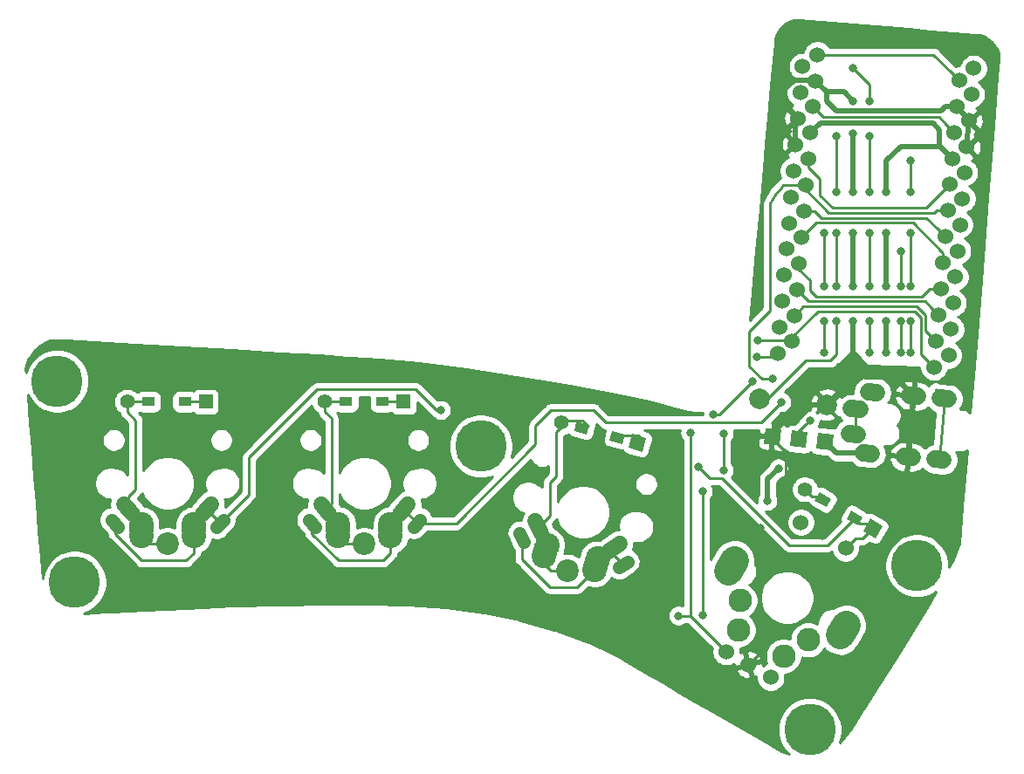
<source format=gbr>
G04 #@! TF.GenerationSoftware,KiCad,Pcbnew,(5.1.5)-2*
G04 #@! TF.CreationDate,2020-04-17T01:02:57-04:00*
G04 #@! TF.ProjectId,va4,7661342e-6b69-4636-9164-5f7063625858,rev?*
G04 #@! TF.SameCoordinates,Original*
G04 #@! TF.FileFunction,Copper,L1,Top*
G04 #@! TF.FilePolarity,Positive*
%FSLAX46Y46*%
G04 Gerber Fmt 4.6, Leading zero omitted, Abs format (unit mm)*
G04 Created by KiCad (PCBNEW (5.1.5)-2) date 2020-04-17 01:02:57*
%MOMM*%
%LPD*%
G04 APERTURE LIST*
%ADD10C,5.000000*%
%ADD11C,2.286000*%
%ADD12C,2.800000*%
%ADD13C,1.524000*%
%ADD14C,1.700000*%
%ADD15C,1.250000*%
%ADD16C,2.200000*%
%ADD17C,2.400000*%
%ADD18C,1.550000*%
%ADD19C,0.100000*%
%ADD20C,1.397000*%
%ADD21R,1.300000X0.950000*%
%ADD22R,1.397000X1.397000*%
%ADD23C,2.000000*%
%ADD24C,0.800000*%
%ADD25C,0.500000*%
%ADD26C,0.250000*%
%ADD27C,0.254000*%
G04 APERTURE END LIST*
D10*
X128800000Y-81700000D03*
X118400000Y-97600000D03*
X86500000Y-70100000D03*
X47100000Y-83300000D03*
X45400000Y-63800000D03*
D11*
X118229557Y-88904705D03*
X111460295Y-87929409D03*
X115859705Y-90469409D03*
X111630443Y-85094705D03*
D12*
X121887659Y-87448686D02*
X121337659Y-88401314D01*
X111062341Y-81198686D02*
X110512341Y-82151314D01*
D13*
X121865064Y-79987822D03*
X117534936Y-77487822D03*
X112450000Y-91295191D03*
X110284936Y-90045191D03*
X114615064Y-92545191D03*
D14*
X123226408Y-66514415D02*
X122429452Y-66444691D01*
X124354646Y-70829167D02*
X123557690Y-70759443D01*
X128339424Y-71177790D02*
X127542468Y-71108066D01*
X131328008Y-71439257D02*
X130531052Y-71369533D01*
X128858001Y-65250431D02*
X128061045Y-65180707D01*
X131846585Y-65511898D02*
X131049629Y-65442174D01*
X123012876Y-68955092D02*
X122215920Y-68885368D01*
X124873222Y-64901808D02*
X124076266Y-64832084D01*
D15*
X51305324Y-77963871D02*
X50694676Y-77236129D01*
X61505324Y-77236129D02*
X60894676Y-77963871D01*
D16*
X56100000Y-79600000D03*
D17*
X53560000Y-78780000D03*
D18*
X60311742Y-75761222D02*
X59508258Y-76718778D01*
D17*
X58640000Y-78780000D03*
D18*
X52691742Y-76718778D02*
X51888258Y-75761222D01*
D17*
X53560000Y-78200000D03*
X53560000Y-77700000D03*
X58640000Y-77700000D03*
X58640000Y-78200000D03*
G04 #@! TA.AperFunction,SMDPad,CuDef*
D19*
G36*
X123550417Y-76988638D02*
G01*
X123075417Y-77811362D01*
X121949583Y-77161362D01*
X122424583Y-76338638D01*
X123550417Y-76988638D01*
G37*
G04 #@! TD.AperFunction*
G04 #@! TA.AperFunction,ComponentPad*
G36*
X125466531Y-77836831D02*
G01*
X124768031Y-79046669D01*
X123558193Y-78348169D01*
X124256693Y-77138331D01*
X125466531Y-77836831D01*
G37*
G04 #@! TD.AperFunction*
D20*
X117913248Y-74282500D03*
G04 #@! TA.AperFunction,SMDPad,CuDef*
D19*
G36*
X120476027Y-75213638D02*
G01*
X120001027Y-76036362D01*
X118875193Y-75386362D01*
X119350193Y-74563638D01*
X120476027Y-75213638D01*
G37*
G04 #@! TD.AperFunction*
G04 #@! TA.AperFunction,SMDPad,CuDef*
G36*
X100465309Y-68968822D02*
G01*
X100219431Y-69886451D01*
X98963727Y-69549986D01*
X99209605Y-68632357D01*
X100465309Y-68968822D01*
G37*
G04 #@! TD.AperFunction*
G04 #@! TA.AperFunction,ComponentPad*
G36*
X102535661Y-69292188D02*
G01*
X102174091Y-70641586D01*
X100824693Y-70280016D01*
X101186263Y-68930618D01*
X102535661Y-69292188D01*
G37*
G04 #@! TD.AperFunction*
D20*
X94319823Y-67813898D03*
G04 #@! TA.AperFunction,SMDPad,CuDef*
D19*
G36*
X97036273Y-68050014D02*
G01*
X96790395Y-68967643D01*
X95534691Y-68631178D01*
X95780569Y-67713549D01*
X97036273Y-68050014D01*
G37*
G04 #@! TD.AperFunction*
D21*
X73425000Y-65800000D03*
D20*
X71390000Y-65800000D03*
D22*
X79010000Y-65800000D03*
D21*
X76975000Y-65800000D03*
X57775000Y-65800000D03*
D22*
X59810000Y-65800000D03*
D20*
X52190000Y-65800000D03*
D21*
X54225000Y-65800000D03*
D15*
X90665128Y-79377630D02*
X90263640Y-78516638D01*
X100705924Y-81314639D02*
X99927730Y-81859537D01*
D16*
X94872968Y-82198962D03*
D17*
X92631748Y-80749503D03*
D18*
X99934747Y-79581067D02*
X98910807Y-80298037D01*
D17*
X97538651Y-82064304D03*
D18*
X92326558Y-78533793D02*
X91798286Y-77400909D01*
D17*
X92781863Y-80189266D03*
X92911272Y-79706303D03*
X97818175Y-81021104D03*
X97688766Y-81504067D03*
D15*
X70405324Y-77963871D02*
X69794676Y-77236129D01*
X80605324Y-77236129D02*
X79994676Y-77963871D01*
D16*
X75200000Y-79600000D03*
D17*
X72660000Y-78780000D03*
D18*
X79411742Y-75761222D02*
X78608258Y-76718778D01*
D17*
X77740000Y-78780000D03*
D18*
X71791742Y-76718778D02*
X70988258Y-75761222D01*
D17*
X72660000Y-78200000D03*
X72660000Y-77700000D03*
X77740000Y-77700000D03*
X77740000Y-78200000D03*
D13*
X119127023Y-32117882D03*
X118905647Y-34648217D03*
X118684271Y-37178551D03*
X118462896Y-39708886D03*
X118241520Y-42239220D03*
X118020145Y-44769555D03*
X117798769Y-47299889D03*
X117577396Y-49830224D03*
X117356018Y-52360558D03*
X117134642Y-54890893D03*
X116913267Y-57421227D03*
X116691891Y-59951562D03*
X131853974Y-61278072D03*
X132075350Y-58747738D03*
X132296726Y-56217403D03*
X132518101Y-53687069D03*
X132739477Y-51156734D03*
X132960852Y-48626400D03*
X133182228Y-46096065D03*
X133403604Y-43565731D03*
X133624979Y-41035396D03*
X133846355Y-38505061D03*
X134067730Y-35974727D03*
X134289106Y-33444392D03*
X117694982Y-33267446D03*
X117473607Y-35797780D03*
X117252231Y-38328115D03*
X117030855Y-40858449D03*
X116809480Y-43388784D03*
X116588104Y-45919119D03*
X116366729Y-48449453D03*
X116145353Y-50979788D03*
X115923976Y-53510122D03*
X115702602Y-56040457D03*
X115481226Y-58570791D03*
X115259851Y-61101126D03*
X130441858Y-62429379D03*
X130663236Y-59899045D03*
X130884609Y-57368710D03*
X131105985Y-54838376D03*
X131327360Y-52308041D03*
X131548736Y-49777707D03*
X131770111Y-47247372D03*
X131991487Y-44717038D03*
X132212863Y-42186703D03*
X132434238Y-39656368D03*
X132655614Y-37126034D03*
X132876989Y-34595699D03*
D23*
X113562367Y-65516744D03*
X120037633Y-66083256D03*
G04 #@! TA.AperFunction,SMDPad,CuDef*
D19*
G36*
X120553357Y-70468264D02*
G01*
X119035156Y-70335439D01*
X119167981Y-68817238D01*
X120686182Y-68950063D01*
X120553357Y-70468264D01*
G37*
G04 #@! TD.AperFunction*
G04 #@! TA.AperFunction,SMDPad,CuDef*
G36*
X118023024Y-70246889D02*
G01*
X116504823Y-70114064D01*
X116637648Y-68595863D01*
X118155849Y-68728688D01*
X118023024Y-70246889D01*
G37*
G04 #@! TD.AperFunction*
G04 #@! TA.AperFunction,SMDPad,CuDef*
G36*
X115492688Y-70025513D02*
G01*
X113974487Y-69892688D01*
X114107312Y-68374487D01*
X115625513Y-68507312D01*
X115492688Y-70025513D01*
G37*
G04 #@! TD.AperFunction*
D24*
X125800000Y-61000000D03*
X125800000Y-58000000D03*
X125800000Y-49400000D03*
X125800006Y-54600000D03*
X125800000Y-45400004D03*
X114300000Y-75400000D03*
X115350000Y-72250000D03*
X122600010Y-33400000D03*
X124200000Y-49400000D03*
X124200000Y-58000000D03*
X124200006Y-61000000D03*
X124200000Y-54599998D03*
X124200000Y-45400010D03*
X124200000Y-40000002D03*
X124200000Y-36600000D03*
X118400002Y-67600000D03*
X96700000Y-70800000D03*
X122600000Y-58000000D03*
X122600000Y-49400000D03*
X122600000Y-45400000D03*
X122600000Y-39800000D03*
X122600000Y-36600000D03*
X122600000Y-54600002D03*
X113600000Y-78000000D03*
X115600000Y-75400000D03*
X46200000Y-71700000D03*
X119600000Y-78800000D03*
X116950000Y-80900000D03*
X121000000Y-40000000D03*
X121000000Y-45400000D03*
X121000000Y-49400000D03*
X121000000Y-54600000D03*
X121000000Y-58000000D03*
X82600000Y-66600000D03*
X114800000Y-63600000D03*
X115637342Y-65837338D03*
X127200000Y-54600000D03*
X127200000Y-58000000D03*
X127200000Y-61000000D03*
X127200000Y-51200008D03*
X119800000Y-49400000D03*
X119800000Y-54600002D03*
X119800000Y-58000000D03*
X119800000Y-61000004D03*
X107600000Y-72100000D03*
X128200000Y-61000000D03*
X128200000Y-58000000D03*
X128200000Y-54600000D03*
X128200000Y-49400000D03*
X128200000Y-45400000D03*
X128200000Y-42400000D03*
X106800000Y-68800000D03*
X109050000Y-67000000D03*
X112850000Y-63800000D03*
X113225010Y-61400000D03*
X105650000Y-86550000D03*
X110050000Y-68875000D03*
X113374990Y-59875000D03*
X108000000Y-74500000D03*
X108000000Y-86500000D03*
X110050000Y-72450004D03*
D25*
X125800000Y-61000000D02*
X125800000Y-58000000D01*
X125800000Y-49400000D02*
X125800000Y-54599994D01*
X125800000Y-54599994D02*
X125800006Y-54600000D01*
X131000000Y-40973840D02*
X132212863Y-42186703D01*
X131000000Y-39400000D02*
X131000000Y-40973840D01*
X130349998Y-38749998D02*
X131000000Y-39400000D01*
X118462896Y-39708886D02*
X119421784Y-38749998D01*
X119421784Y-38749998D02*
X130349998Y-38749998D01*
X123956168Y-70794305D02*
X121012223Y-70794305D01*
X121012223Y-70794305D02*
X119639293Y-69421375D01*
X125800000Y-42400000D02*
X125800000Y-45400004D01*
X127200000Y-41000000D02*
X125800000Y-42400000D01*
X132212863Y-42186703D02*
X131026160Y-41000000D01*
X131026160Y-41000000D02*
X127200000Y-41000000D01*
X114300000Y-75400000D02*
X114300000Y-73300000D01*
X114300000Y-73300000D02*
X115350000Y-72250000D01*
D26*
X124200000Y-60999994D02*
X124200006Y-61000000D01*
X124200000Y-58000000D02*
X124200000Y-60999994D01*
X124200000Y-49400000D02*
X124200000Y-54599998D01*
X124200000Y-45400010D02*
X124200000Y-40000002D01*
X122600010Y-33400000D02*
X124200000Y-34999990D01*
X124200000Y-34999990D02*
X124200000Y-36034315D01*
X124200000Y-36034315D02*
X124200000Y-36600000D01*
X117000000Y-69000002D02*
X118000003Y-67999999D01*
X118000003Y-67999999D02*
X118400002Y-67600000D01*
X117000000Y-69200000D02*
X117000000Y-69000002D01*
D25*
X120037633Y-66083256D02*
X122585581Y-63535308D01*
X132655614Y-37126034D02*
X133846355Y-38505061D01*
X133846355Y-38505061D02*
X133624979Y-41035396D01*
X128459523Y-65215569D02*
X127940946Y-71142928D01*
X116891846Y-34585779D02*
X116000000Y-35477625D01*
X118905647Y-34648217D02*
X118843209Y-34585779D01*
X118843209Y-34585779D02*
X116891846Y-34585779D01*
X116000000Y-37075884D02*
X117252231Y-38328115D01*
X116000000Y-35477625D02*
X116000000Y-37075884D01*
X117030855Y-38549491D02*
X117030855Y-40858449D01*
X117252231Y-38328115D02*
X117030855Y-38549491D01*
X131577984Y-37126034D02*
X132655614Y-37126034D01*
X131104040Y-37599978D02*
X131577984Y-37126034D01*
X120000000Y-36600000D02*
X120999978Y-37599978D01*
X118905647Y-34648217D02*
X120000000Y-35742570D01*
X120000000Y-35742570D02*
X120000000Y-36600000D01*
X122585581Y-63535308D02*
X122585581Y-58014419D01*
X122585581Y-58014419D02*
X122600000Y-58000000D01*
X122600000Y-45400000D02*
X122600000Y-39800000D01*
X120999978Y-37599978D02*
X122600000Y-37599978D01*
X122600000Y-37599978D02*
X131104040Y-37599978D01*
X122600000Y-49400000D02*
X122600000Y-54600002D01*
X121742570Y-35742570D02*
X122600000Y-36600000D01*
X120000000Y-35742570D02*
X121742570Y-35742570D01*
X118623420Y-66083256D02*
X120037633Y-66083256D01*
X116906676Y-67800000D02*
X118623420Y-66083256D01*
X115800000Y-67800000D02*
X116906676Y-67800000D01*
X114800000Y-69200000D02*
X114800000Y-68800000D01*
X114800000Y-68800000D02*
X115800000Y-67800000D01*
X127600983Y-64357029D02*
X128459523Y-65215569D01*
X126643954Y-63400000D02*
X127600983Y-64357029D01*
X122585581Y-62200000D02*
X123785581Y-63400000D01*
X123785581Y-63400000D02*
X126643954Y-63400000D01*
D26*
X112450000Y-91295191D02*
X113600000Y-90145191D01*
X113600000Y-90145191D02*
X113600000Y-78000000D01*
X115600000Y-75400000D02*
X116075002Y-74924998D01*
X116075002Y-70675002D02*
X114800000Y-69400000D01*
X116075002Y-74924998D02*
X116075002Y-70675002D01*
X121000000Y-40000000D02*
X121000000Y-45400000D01*
X121000000Y-49400000D02*
X121000000Y-54600000D01*
X118684271Y-37178551D02*
X119680708Y-38174988D01*
X130952858Y-38174988D02*
X131672239Y-38894369D01*
X119680708Y-38174988D02*
X130952858Y-38174988D01*
X131672239Y-38894369D02*
X132434238Y-39656368D01*
X121000000Y-58000000D02*
X121000000Y-61200000D01*
X118000000Y-61800000D02*
X114283256Y-65516744D01*
X120400000Y-61800000D02*
X118000000Y-61800000D01*
X114283256Y-65516744D02*
X113562367Y-65516744D01*
X121000000Y-61200000D02*
X120400000Y-61800000D01*
X130399172Y-32117882D02*
X132114990Y-33833700D01*
X132114990Y-33833700D02*
X132876989Y-34595699D01*
X119127023Y-32117882D02*
X130399172Y-32117882D01*
X61200000Y-77530000D02*
X59910000Y-76240000D01*
X61200000Y-77600000D02*
X61200000Y-77530000D01*
X59910000Y-76430000D02*
X58640000Y-77700000D01*
X59910000Y-76240000D02*
X59910000Y-76430000D01*
X129708525Y-47000000D02*
X131991487Y-44717038D01*
X120600000Y-47000000D02*
X129708525Y-47000000D01*
X119400000Y-45800000D02*
X120600000Y-47000000D01*
X119400000Y-44200000D02*
X119400000Y-45800000D01*
X118241520Y-42239220D02*
X118241520Y-43041520D01*
X118241520Y-43041520D02*
X119400000Y-44200000D01*
X118241520Y-42239220D02*
X118002300Y-42000000D01*
X58640000Y-80477056D02*
X58640000Y-78780000D01*
X57917056Y-81200000D02*
X58640000Y-80477056D01*
X53591517Y-81200000D02*
X57917056Y-81200000D01*
X51000000Y-77600000D02*
X51000000Y-78608483D01*
X51000000Y-78608483D02*
X53591517Y-81200000D01*
X82200000Y-66600000D02*
X82600000Y-66600000D01*
X64000000Y-74800000D02*
X64000000Y-71200000D01*
X61200000Y-77600000D02*
X64000000Y-74800000D01*
X70600000Y-64600000D02*
X80200000Y-64600000D01*
X64000000Y-71200000D02*
X70600000Y-64600000D01*
X80200000Y-64600000D02*
X82200000Y-66600000D01*
X80300000Y-77530000D02*
X79010000Y-76240000D01*
X80300000Y-77600000D02*
X80300000Y-77530000D01*
X79010000Y-76430000D02*
X77740000Y-77700000D01*
X79010000Y-76240000D02*
X79010000Y-76430000D01*
X130692481Y-47247372D02*
X131770111Y-47247372D01*
X130489842Y-47450011D02*
X130692481Y-47247372D01*
X120250011Y-47450011D02*
X130489842Y-47450011D01*
X118020145Y-44769555D02*
X118020145Y-45220145D01*
X118020145Y-45220145D02*
X120250011Y-47450011D01*
X77740000Y-80477056D02*
X77740000Y-78780000D01*
X77017056Y-81200000D02*
X77740000Y-80477056D01*
X72691517Y-81200000D02*
X77017056Y-81200000D01*
X70100000Y-77600000D02*
X70100000Y-78608483D01*
X70100000Y-78608483D02*
X72691517Y-81200000D01*
X115237343Y-66237337D02*
X115637342Y-65837338D01*
X113674680Y-67800000D02*
X115237343Y-66237337D01*
X97400000Y-66600000D02*
X98600000Y-67800000D01*
X84100000Y-77600000D02*
X91800000Y-69900000D01*
X98600000Y-67800000D02*
X113674680Y-67800000D01*
X80300000Y-77600000D02*
X84100000Y-77600000D01*
X93300000Y-66600000D02*
X97400000Y-66600000D01*
X91800000Y-69900000D02*
X91800000Y-68100000D01*
X91800000Y-68100000D02*
X93300000Y-66600000D01*
X113750000Y-63600000D02*
X114800000Y-63600000D01*
X112500000Y-62350000D02*
X113750000Y-63600000D01*
X112500000Y-59017025D02*
X112500000Y-62350000D01*
X114567541Y-56949484D02*
X112500000Y-59017025D01*
X118020145Y-44769555D02*
X115830445Y-44769555D01*
X115614213Y-44985786D02*
X115013736Y-45717469D01*
X114567541Y-46552240D02*
X114567541Y-56949484D01*
X115830445Y-44769555D02*
X115614213Y-44985786D01*
X115013736Y-45717469D02*
X114567541Y-46552240D01*
X99422777Y-80693038D02*
X100316827Y-81587088D01*
X99422777Y-79939552D02*
X99422777Y-80693038D01*
X98899727Y-79939552D02*
X97818175Y-81021104D01*
X99422777Y-79939552D02*
X98899727Y-79939552D01*
X119526499Y-47949989D02*
X129721018Y-47949989D01*
X118876399Y-47299889D02*
X119526499Y-47949989D01*
X129721018Y-47949989D02*
X130786737Y-49015708D01*
X117798769Y-47299889D02*
X118876399Y-47299889D01*
X130786737Y-49015708D02*
X131548736Y-49777707D01*
X127200000Y-58000000D02*
X127200000Y-61000000D01*
X127200000Y-54600000D02*
X127200000Y-51200008D01*
X96338652Y-83264303D02*
X97538651Y-82064304D01*
X95802955Y-83800000D02*
X96338652Y-83264303D01*
X93200000Y-83800000D02*
X95802955Y-83800000D01*
X90464384Y-78947134D02*
X90464384Y-81064384D01*
X90464384Y-81064384D02*
X93200000Y-83800000D01*
X131327360Y-51327360D02*
X131327360Y-52308041D01*
X128400000Y-48400000D02*
X131327360Y-51327360D01*
X117577394Y-49830224D02*
X119007618Y-48400000D01*
X119007618Y-48400000D02*
X128400000Y-48400000D01*
X130028355Y-54838376D02*
X131105985Y-54838376D01*
X117356018Y-52956018D02*
X118400000Y-54000000D01*
X117356018Y-52360558D02*
X117356018Y-52956018D01*
X118400000Y-54000000D02*
X118400000Y-55000000D01*
X118400000Y-55000000D02*
X119000000Y-55600000D01*
X119000000Y-55600000D02*
X129266731Y-55600000D01*
X129266731Y-55600000D02*
X130028355Y-54838376D01*
X129565910Y-56050011D02*
X130122610Y-56606711D01*
X118293760Y-56050011D02*
X129565910Y-56050011D01*
X117134642Y-54890893D02*
X118293760Y-56050011D01*
X130122610Y-56606711D02*
X130884609Y-57368710D01*
X128786400Y-56549989D02*
X129650011Y-57413600D01*
X129650011Y-58885822D02*
X129901235Y-59137046D01*
X116913267Y-57421227D02*
X117784505Y-56549989D01*
X129901235Y-59137046D02*
X130663234Y-59899045D01*
X129650011Y-57413600D02*
X129650011Y-58885822D01*
X117784505Y-56549989D02*
X128786400Y-56549989D01*
X57775000Y-65800000D02*
X59810000Y-65800000D01*
X76975000Y-65800000D02*
X79010000Y-65800000D01*
X119800000Y-49400000D02*
X119800000Y-54600002D01*
X119800000Y-58000000D02*
X119800000Y-61000004D01*
X100314518Y-69059404D02*
X101753480Y-69059404D01*
X101753480Y-69059404D02*
X102280177Y-69586101D01*
X123296543Y-77621543D02*
X124021543Y-77621543D01*
X122750000Y-77075000D02*
X123296543Y-77621543D01*
X124021543Y-77621543D02*
X124500000Y-78100000D01*
X122750000Y-77075000D02*
X120100000Y-79725000D01*
X116375000Y-79725000D02*
X109875003Y-73225003D01*
X108725003Y-73225003D02*
X107999999Y-72499999D01*
X109875003Y-73225003D02*
X108725003Y-73225003D01*
X120100000Y-79725000D02*
X116375000Y-79725000D01*
X107999999Y-72499999D02*
X107600000Y-72100000D01*
X123550000Y-79050000D02*
X124550000Y-78050000D01*
X121865064Y-79987822D02*
X122802886Y-79050000D01*
X122802886Y-79050000D02*
X123550000Y-79050000D01*
X131448107Y-65477036D02*
X130929530Y-71404395D01*
X130589567Y-64618496D02*
X130589567Y-64589567D01*
X131448107Y-65477036D02*
X130589567Y-64618496D01*
X128200000Y-61000000D02*
X128200000Y-58000000D01*
X128200000Y-54600000D02*
X128200000Y-49400000D01*
X128200000Y-45400000D02*
X128200000Y-42400000D01*
X52290000Y-76430000D02*
X53560000Y-77700000D01*
X52290000Y-76240000D02*
X52290000Y-76430000D01*
X54380000Y-79600000D02*
X53560000Y-78780000D01*
X56100000Y-79600000D02*
X54380000Y-79600000D01*
X52190000Y-65800000D02*
X54225000Y-65800000D01*
X52290000Y-75000026D02*
X52290000Y-76240000D01*
X53000000Y-74290026D02*
X52290000Y-75000026D01*
X53000000Y-67597828D02*
X53000000Y-74290026D01*
X52190000Y-65800000D02*
X52190000Y-66787828D01*
X52190000Y-66787828D02*
X53000000Y-67597828D01*
X71390000Y-65800000D02*
X73425000Y-65800000D01*
X71390000Y-76430000D02*
X72660000Y-77700000D01*
X71390000Y-76240000D02*
X71390000Y-76430000D01*
X73480000Y-79600000D02*
X72660000Y-78780000D01*
X75200000Y-79600000D02*
X73480000Y-79600000D01*
X72000000Y-75630000D02*
X71390000Y-76240000D01*
X72000000Y-67397828D02*
X72000000Y-75630000D01*
X71390000Y-65800000D02*
X71390000Y-66787828D01*
X71390000Y-66787828D02*
X72000000Y-67397828D01*
X92631748Y-81513376D02*
X92631748Y-80749503D01*
X93317334Y-82198962D02*
X92631748Y-81513376D01*
X94872968Y-82198962D02*
X93317334Y-82198962D01*
X92062422Y-78857453D02*
X92911272Y-79706303D01*
X92062422Y-77967351D02*
X92062422Y-78857453D01*
X96358785Y-67613899D02*
X96885482Y-68140596D01*
X94919823Y-67613899D02*
X96358785Y-67613899D01*
X93200000Y-76829773D02*
X92062422Y-77967351D01*
X93200000Y-73600000D02*
X93200000Y-76829773D01*
X93800000Y-73000000D02*
X93200000Y-73600000D01*
X94919823Y-67613899D02*
X93800000Y-68733722D01*
X93800000Y-68733722D02*
X93800000Y-73000000D01*
X122827930Y-68706698D02*
X122614398Y-68920230D01*
X122827930Y-66479553D02*
X122827930Y-68706698D01*
X109650000Y-67000000D02*
X112850000Y-63800000D01*
X109050000Y-67000000D02*
X109650000Y-67000000D01*
X115250000Y-61150000D02*
X115000000Y-61400000D01*
X113790695Y-61400000D02*
X113225010Y-61400000D01*
X115000000Y-61400000D02*
X113790695Y-61400000D01*
X106800000Y-73450000D02*
X106800000Y-68800000D01*
X106800000Y-86560255D02*
X106800000Y-73600000D01*
X110284936Y-90045191D02*
X106800000Y-86560255D01*
X106800000Y-73600000D02*
X106800000Y-73450000D01*
X106225940Y-86560255D02*
X106800000Y-86560255D01*
X105650000Y-86560000D02*
X106215685Y-86560000D01*
X129200000Y-61187521D02*
X130441858Y-62429379D01*
X129200000Y-57600000D02*
X129200000Y-61187521D01*
X128600000Y-57000000D02*
X129200000Y-57600000D01*
X119200000Y-57000000D02*
X128600000Y-57000000D01*
X116691891Y-59951562D02*
X116691891Y-59508109D01*
X116691891Y-59508109D02*
X119200000Y-57000000D01*
X116550000Y-59875000D02*
X113940675Y-59875000D01*
X116625000Y-59950000D02*
X116550000Y-59875000D01*
X113940675Y-59875000D02*
X113374990Y-59875000D01*
X108000000Y-74500000D02*
X108000000Y-86500000D01*
X110050000Y-68875000D02*
X110050000Y-72450004D01*
X111460295Y-88119845D02*
X111460295Y-87929409D01*
X111296935Y-88850179D02*
X111296935Y-87853065D01*
X118611747Y-74980999D02*
X119330999Y-74980999D01*
X117913248Y-74282500D02*
X118611747Y-74980999D01*
X119330999Y-74980999D02*
X119700000Y-75350000D01*
D27*
G36*
X119408331Y-28922730D02*
G01*
X119408336Y-28922730D01*
X121555325Y-29103896D01*
X121555329Y-29103896D01*
X123702320Y-29285063D01*
X123702325Y-29285063D01*
X125849314Y-29466229D01*
X125849319Y-29466229D01*
X127996309Y-29647395D01*
X127996314Y-29647395D01*
X130143303Y-29828561D01*
X130143307Y-29828561D01*
X132290298Y-30009728D01*
X132290303Y-30009728D01*
X134395106Y-30187334D01*
X134917602Y-30240422D01*
X135339941Y-30372252D01*
X135723847Y-30581313D01*
X136059784Y-30858787D01*
X136337254Y-31194718D01*
X136546320Y-31578629D01*
X136678148Y-32000965D01*
X136725139Y-32463451D01*
X136585708Y-34212014D01*
X136197757Y-39026929D01*
X135640371Y-45920967D01*
X134986977Y-53977899D01*
X134311285Y-62277881D01*
X133936266Y-66857407D01*
X133845498Y-66766639D01*
X133643223Y-66631483D01*
X133418467Y-66538386D01*
X133179868Y-66490926D01*
X132966253Y-66490926D01*
X133010316Y-66445891D01*
X133170169Y-66200910D01*
X133279157Y-65929453D01*
X133333091Y-65641949D01*
X133329900Y-65349448D01*
X133269706Y-65063189D01*
X133154822Y-64794173D01*
X132989663Y-64552740D01*
X132780577Y-64348166D01*
X132535597Y-64188314D01*
X132264140Y-64079326D01*
X132048682Y-64038907D01*
X131106381Y-63956467D01*
X131017311Y-63957439D01*
X131013843Y-63954593D01*
X130881814Y-63884021D01*
X130738553Y-63840564D01*
X130589567Y-63825890D01*
X130440582Y-63840564D01*
X130297321Y-63884021D01*
X130165292Y-63954593D01*
X130049566Y-64049566D01*
X129954593Y-64165291D01*
X129926388Y-64218058D01*
X129886543Y-64171794D01*
X129656348Y-63991862D01*
X129395473Y-63860295D01*
X129113944Y-63782151D01*
X128715466Y-63747289D01*
X128597109Y-65100121D01*
X128617033Y-65101864D01*
X128594895Y-65354898D01*
X128574971Y-65353155D01*
X128456613Y-66705987D01*
X128855091Y-66740849D01*
X129145913Y-66712779D01*
X129425671Y-66628512D01*
X129683614Y-66491286D01*
X129866064Y-66342148D01*
X129906550Y-66401332D01*
X130115636Y-66605906D01*
X130360617Y-66765758D01*
X130565267Y-66847924D01*
X130298155Y-69901031D01*
X130082343Y-69946412D01*
X129813327Y-70061296D01*
X129571894Y-70226454D01*
X129521747Y-70277707D01*
X129367966Y-70099153D01*
X129137771Y-69919221D01*
X128876896Y-69787654D01*
X128595367Y-69709510D01*
X128196889Y-69674648D01*
X128078532Y-71027480D01*
X128098456Y-71029223D01*
X128076318Y-71282257D01*
X128056394Y-71280514D01*
X127938036Y-72633346D01*
X128336514Y-72668208D01*
X128627336Y-72640138D01*
X128907094Y-72555871D01*
X129165037Y-72418645D01*
X129347487Y-72269507D01*
X129387973Y-72328691D01*
X129597059Y-72533265D01*
X129842040Y-72693117D01*
X130113497Y-72802105D01*
X130328955Y-72842524D01*
X131271255Y-72924964D01*
X131490458Y-72922572D01*
X131776717Y-72862378D01*
X132045733Y-72747494D01*
X132287166Y-72582336D01*
X132491739Y-72373250D01*
X132651592Y-72128269D01*
X132760580Y-71856812D01*
X132814514Y-71569308D01*
X132811323Y-71276807D01*
X132751129Y-70990548D01*
X132636245Y-70721532D01*
X132599290Y-70667511D01*
X132784071Y-70704266D01*
X133027345Y-70704266D01*
X133265944Y-70656806D01*
X133490700Y-70563709D01*
X133640432Y-70463661D01*
X133186371Y-75946221D01*
X132884667Y-79474028D01*
X132880958Y-79512314D01*
X132876934Y-79548546D01*
X132872541Y-79583033D01*
X132867751Y-79615875D01*
X132862536Y-79647213D01*
X132856852Y-79677277D01*
X132852181Y-79699147D01*
X132326670Y-81080122D01*
X131935000Y-81852508D01*
X131935000Y-81391229D01*
X131814524Y-80785554D01*
X131578201Y-80215021D01*
X131235114Y-79701554D01*
X130798446Y-79264886D01*
X130284979Y-78921799D01*
X129714446Y-78685476D01*
X129108771Y-78565000D01*
X128491229Y-78565000D01*
X127885554Y-78685476D01*
X127315021Y-78921799D01*
X126801554Y-79264886D01*
X126364886Y-79701554D01*
X126021799Y-80215021D01*
X125785476Y-80785554D01*
X125665000Y-81391229D01*
X125665000Y-82008771D01*
X125785476Y-82614446D01*
X126021799Y-83184979D01*
X126364886Y-83698446D01*
X126801554Y-84135114D01*
X127315021Y-84478201D01*
X127885554Y-84714524D01*
X128491229Y-84835000D01*
X129108771Y-84835000D01*
X129714446Y-84714524D01*
X130284979Y-84478201D01*
X130654328Y-84231410D01*
X130013449Y-85358945D01*
X128458918Y-87934756D01*
X126798995Y-90590455D01*
X125151153Y-93173636D01*
X123651266Y-95503577D01*
X123650890Y-95504052D01*
X123631400Y-95534436D01*
X123612497Y-95563800D01*
X123612230Y-95564322D01*
X122370891Y-97499502D01*
X121766714Y-98326145D01*
X121269096Y-98865539D01*
X121414524Y-98514446D01*
X121535000Y-97908771D01*
X121535000Y-97291229D01*
X121414524Y-96685554D01*
X121178201Y-96115021D01*
X120835114Y-95601554D01*
X120398446Y-95164886D01*
X119884979Y-94821799D01*
X119314446Y-94585476D01*
X118708771Y-94465000D01*
X118091229Y-94465000D01*
X117485554Y-94585476D01*
X116915021Y-94821799D01*
X116401554Y-95164886D01*
X115964886Y-95601554D01*
X115621799Y-96115021D01*
X115385476Y-96685554D01*
X115265000Y-97291229D01*
X115265000Y-97908771D01*
X115385476Y-98514446D01*
X115621799Y-99084979D01*
X115964886Y-99598446D01*
X116363882Y-99997442D01*
X115633383Y-99671454D01*
X114153562Y-98816976D01*
X114153432Y-98816883D01*
X114121402Y-98798406D01*
X114091160Y-98780944D01*
X114091022Y-98780881D01*
X112489167Y-97856843D01*
X112489163Y-97856840D01*
X110730558Y-96842363D01*
X108982563Y-95833105D01*
X107278185Y-94847222D01*
X105666205Y-93911969D01*
X104201104Y-93057891D01*
X102936145Y-92314837D01*
X102368837Y-91979830D01*
X111224517Y-91979830D01*
X111381631Y-92205755D01*
X111579802Y-92396687D01*
X111811414Y-92545289D01*
X112067566Y-92645851D01*
X112338416Y-92694508D01*
X112469827Y-92698810D01*
X112647879Y-92524375D01*
X112370435Y-91488940D01*
X112464141Y-91488940D01*
X112695346Y-91720145D01*
X112893224Y-92458635D01*
X113134639Y-92520674D01*
X113218064Y-92462658D01*
X113218064Y-92682783D01*
X113271750Y-92952681D01*
X113377059Y-93206918D01*
X113529944Y-93435726D01*
X113724529Y-93630311D01*
X113953337Y-93783196D01*
X114207574Y-93888505D01*
X114477472Y-93942191D01*
X114752656Y-93942191D01*
X115022554Y-93888505D01*
X115276791Y-93783196D01*
X115505599Y-93630311D01*
X115700184Y-93435726D01*
X115853069Y-93206918D01*
X115958378Y-92952681D01*
X116012064Y-92682783D01*
X116012064Y-92407599D01*
X115980200Y-92247409D01*
X116034823Y-92247409D01*
X116378328Y-92179081D01*
X116701904Y-92045052D01*
X116993114Y-91850472D01*
X117240768Y-91602818D01*
X117435348Y-91311608D01*
X117569377Y-90988032D01*
X117637705Y-90644527D01*
X117637705Y-90584045D01*
X117710934Y-90614377D01*
X118054439Y-90682705D01*
X118404675Y-90682705D01*
X118748180Y-90614377D01*
X119071756Y-90480348D01*
X119362966Y-90285768D01*
X119610620Y-90038114D01*
X119805200Y-89746904D01*
X119806596Y-89743533D01*
X119989399Y-89938710D01*
X120315237Y-90172202D01*
X120680366Y-90337640D01*
X121070754Y-90428665D01*
X121471398Y-90441781D01*
X121866903Y-90376482D01*
X122242070Y-90235280D01*
X122582481Y-90023599D01*
X122875055Y-89749574D01*
X123050036Y-89505389D01*
X123700005Y-88379611D01*
X123823985Y-88105980D01*
X123915010Y-87715592D01*
X123928126Y-87314947D01*
X123862827Y-86919442D01*
X123721625Y-86544275D01*
X123509944Y-86203864D01*
X123235919Y-85911290D01*
X122910081Y-85677798D01*
X122544952Y-85512360D01*
X122154564Y-85421335D01*
X121753919Y-85408219D01*
X121358414Y-85473518D01*
X120983248Y-85614720D01*
X120642837Y-85826401D01*
X120613263Y-85854100D01*
X120453061Y-85854100D01*
X120165988Y-85911202D01*
X119895571Y-86023212D01*
X119652203Y-86185826D01*
X119445235Y-86392794D01*
X119282621Y-86636162D01*
X119170611Y-86906579D01*
X119113509Y-87193652D01*
X119113509Y-87356960D01*
X119071756Y-87329062D01*
X118748180Y-87195033D01*
X118404675Y-87126705D01*
X118054439Y-87126705D01*
X117710934Y-87195033D01*
X117387358Y-87329062D01*
X117096148Y-87523642D01*
X116848494Y-87771296D01*
X116653914Y-88062506D01*
X116519885Y-88386082D01*
X116451557Y-88729587D01*
X116451557Y-88790069D01*
X116378328Y-88759737D01*
X116034823Y-88691409D01*
X115684587Y-88691409D01*
X115341082Y-88759737D01*
X115017506Y-88893766D01*
X114726296Y-89088346D01*
X114478642Y-89336000D01*
X114284062Y-89627210D01*
X114150033Y-89950786D01*
X114081705Y-90294291D01*
X114081705Y-90644527D01*
X114150033Y-90988032D01*
X114236248Y-91196173D01*
X114207574Y-91201877D01*
X113953337Y-91307186D01*
X113850324Y-91376017D01*
X113853619Y-91275364D01*
X113679184Y-91097312D01*
X112695348Y-91360931D01*
X112643749Y-91309332D01*
X112464141Y-91488940D01*
X112370435Y-91488940D01*
X112360197Y-91450734D01*
X111286556Y-91738415D01*
X111224517Y-91979830D01*
X102368837Y-91979830D01*
X100066108Y-90620023D01*
X100037293Y-90602736D01*
X100034974Y-90601638D01*
X100032776Y-90600340D01*
X100002467Y-90586247D01*
X96975181Y-89152904D01*
X96946630Y-89138967D01*
X96942511Y-89137436D01*
X96938556Y-89135563D01*
X96908765Y-89124890D01*
X93731399Y-87943606D01*
X93703824Y-87932795D01*
X93697547Y-87931021D01*
X93691442Y-87928751D01*
X93662857Y-87921215D01*
X90343079Y-86982825D01*
X90316956Y-86974762D01*
X90308320Y-86973000D01*
X90299853Y-86970607D01*
X90272993Y-86965794D01*
X86818033Y-86261008D01*
X86793722Y-86255278D01*
X86782703Y-86253801D01*
X86771793Y-86251575D01*
X86746918Y-86249002D01*
X83163909Y-85768582D01*
X83141485Y-85764741D01*
X83128126Y-85763784D01*
X83114870Y-85762007D01*
X83092159Y-85761209D01*
X79387821Y-85495961D01*
X79367356Y-85493625D01*
X79351839Y-85493385D01*
X79336356Y-85492276D01*
X79315760Y-85492826D01*
X75512914Y-85433929D01*
X75510351Y-85433655D01*
X75476760Y-85433369D01*
X75443282Y-85432851D01*
X75440722Y-85433063D01*
X71528368Y-85399810D01*
X71519608Y-85399083D01*
X71492290Y-85399503D01*
X71464959Y-85399271D01*
X71456200Y-85400059D01*
X67066629Y-85467594D01*
X67061092Y-85467218D01*
X67030537Y-85468149D01*
X66999978Y-85468619D01*
X66994465Y-85469248D01*
X62445059Y-85607843D01*
X62441240Y-85607624D01*
X62408911Y-85608945D01*
X62376694Y-85609926D01*
X62372914Y-85610415D01*
X57970898Y-85790222D01*
X57968116Y-85790083D01*
X57934828Y-85791695D01*
X57901531Y-85793055D01*
X57898773Y-85793441D01*
X53952550Y-85984532D01*
X53950439Y-85984439D01*
X53916554Y-85986275D01*
X53882544Y-85987922D01*
X53880446Y-85988232D01*
X50698911Y-86160627D01*
X50697262Y-86160562D01*
X50662855Y-86162581D01*
X50628456Y-86164445D01*
X50626825Y-86164695D01*
X48519182Y-86288375D01*
X48517952Y-86288330D01*
X48483029Y-86290496D01*
X48448317Y-86292533D01*
X48447109Y-86292724D01*
X47977662Y-86321841D01*
X48014446Y-86314524D01*
X48584979Y-86078201D01*
X49098446Y-85735114D01*
X49535114Y-85298446D01*
X49878201Y-84784979D01*
X50114524Y-84214446D01*
X50235000Y-83608771D01*
X50235000Y-82991229D01*
X50114524Y-82385554D01*
X49878201Y-81815021D01*
X49535114Y-81301554D01*
X49098446Y-80864886D01*
X48584979Y-80521799D01*
X48014446Y-80285476D01*
X47408771Y-80165000D01*
X46791229Y-80165000D01*
X46185554Y-80285476D01*
X45615021Y-80521799D01*
X45101554Y-80864886D01*
X44664886Y-81301554D01*
X44321799Y-81815021D01*
X44085476Y-82385554D01*
X43976144Y-82935204D01*
X43813217Y-80897580D01*
X43813217Y-80897575D01*
X43604338Y-78285262D01*
X43604338Y-78285257D01*
X43395459Y-75672943D01*
X43395459Y-75672938D01*
X43186529Y-73059999D01*
X42977700Y-70448305D01*
X42977700Y-70448300D01*
X42892936Y-69388212D01*
X49745000Y-69388212D01*
X49745000Y-69611788D01*
X49788617Y-69831067D01*
X49874176Y-70037624D01*
X49998388Y-70223520D01*
X50156480Y-70381612D01*
X50342376Y-70505824D01*
X50548933Y-70591383D01*
X50768212Y-70635000D01*
X50991788Y-70635000D01*
X51211067Y-70591383D01*
X51417624Y-70505824D01*
X51603520Y-70381612D01*
X51761612Y-70223520D01*
X51885824Y-70037624D01*
X51971383Y-69831067D01*
X52015000Y-69611788D01*
X52015000Y-69388212D01*
X51971383Y-69168933D01*
X51885824Y-68962376D01*
X51761612Y-68776480D01*
X51603520Y-68618388D01*
X51417624Y-68494176D01*
X51211067Y-68408617D01*
X50991788Y-68365000D01*
X50768212Y-68365000D01*
X50548933Y-68408617D01*
X50342376Y-68494176D01*
X50156480Y-68618388D01*
X49998388Y-68776480D01*
X49874176Y-68962376D01*
X49788617Y-69168933D01*
X49745000Y-69388212D01*
X42892936Y-69388212D01*
X42768821Y-67835987D01*
X42768821Y-67835982D01*
X42559942Y-65223668D01*
X42559942Y-65223663D01*
X42551220Y-65114588D01*
X42621799Y-65284979D01*
X42964886Y-65798446D01*
X43401554Y-66235114D01*
X43915021Y-66578201D01*
X44485554Y-66814524D01*
X45091229Y-66935000D01*
X45708771Y-66935000D01*
X46314446Y-66814524D01*
X46884979Y-66578201D01*
X47398446Y-66235114D01*
X47835114Y-65798446D01*
X48178201Y-65284979D01*
X48414524Y-64714446D01*
X48535000Y-64108771D01*
X48535000Y-63491229D01*
X48414524Y-62885554D01*
X48178201Y-62315021D01*
X47835114Y-61801554D01*
X47398446Y-61364886D01*
X46884979Y-61021799D01*
X46314446Y-60785476D01*
X45708771Y-60665000D01*
X45091229Y-60665000D01*
X44485554Y-60785476D01*
X43915021Y-61021799D01*
X43401554Y-61364886D01*
X42964886Y-61801554D01*
X42621799Y-62315021D01*
X42385476Y-62885554D01*
X42376569Y-62930334D01*
X42354550Y-62654958D01*
X42415356Y-62212784D01*
X42595618Y-61736337D01*
X42891312Y-61242318D01*
X43279987Y-60774143D01*
X43732191Y-60369541D01*
X44213376Y-60060767D01*
X44684281Y-59871899D01*
X45147038Y-59805739D01*
X46235217Y-59864408D01*
X49006904Y-60018987D01*
X52926705Y-60240953D01*
X57534365Y-60505843D01*
X62365644Y-60788969D01*
X66958151Y-61065738D01*
X70849805Y-61311579D01*
X73568261Y-61501183D01*
X73571276Y-61501674D01*
X73596673Y-61503287D01*
X73600147Y-61503819D01*
X73618443Y-61504806D01*
X73627133Y-61505439D01*
X73628764Y-61505673D01*
X73632803Y-61505852D01*
X73636463Y-61506119D01*
X73637959Y-61506081D01*
X73646987Y-61506482D01*
X73655637Y-61507031D01*
X73657267Y-61507249D01*
X73661265Y-61507388D01*
X73665229Y-61507640D01*
X73666862Y-61507583D01*
X73675601Y-61507888D01*
X73683922Y-61508336D01*
X73685485Y-61508531D01*
X73689396Y-61508632D01*
X73693892Y-61508874D01*
X73695703Y-61508794D01*
X73703759Y-61509001D01*
X73712110Y-61509371D01*
X73713568Y-61509540D01*
X73717358Y-61509604D01*
X73722422Y-61509829D01*
X73724381Y-61509723D01*
X73732016Y-61509853D01*
X73740090Y-61510134D01*
X73741475Y-61510283D01*
X73745338Y-61510317D01*
X73750962Y-61510513D01*
X73752987Y-61510385D01*
X73759974Y-61510446D01*
X73779335Y-61510944D01*
X73782553Y-61510710D01*
X73785924Y-61510768D01*
X76668003Y-61662515D01*
X80530516Y-62060229D01*
X85043530Y-62649782D01*
X89866788Y-63374930D01*
X94663985Y-64179469D01*
X99099041Y-65006995D01*
X102832446Y-65800061D01*
X105545562Y-66505324D01*
X106333857Y-66720702D01*
X106343103Y-66725004D01*
X106403602Y-66739757D01*
X106428676Y-66746608D01*
X106438663Y-66748307D01*
X106448516Y-66750710D01*
X106474274Y-66754366D01*
X106535641Y-66764808D01*
X106545832Y-66764524D01*
X107341846Y-66877522D01*
X107357879Y-66882344D01*
X107413386Y-66887678D01*
X107432684Y-66890417D01*
X107449315Y-66891130D01*
X107465884Y-66892722D01*
X107485372Y-66892676D01*
X107541087Y-66895064D01*
X107557635Y-66892504D01*
X108016323Y-66891412D01*
X108015000Y-66898061D01*
X108015000Y-67040000D01*
X98914802Y-67040000D01*
X97963804Y-66089003D01*
X97940001Y-66059999D01*
X97824276Y-65965026D01*
X97692247Y-65894454D01*
X97548986Y-65850997D01*
X97437333Y-65840000D01*
X97437322Y-65840000D01*
X97400000Y-65836324D01*
X97362678Y-65840000D01*
X93337322Y-65840000D01*
X93299999Y-65836324D01*
X93262676Y-65840000D01*
X93262667Y-65840000D01*
X93151014Y-65850997D01*
X93007753Y-65894454D01*
X92875724Y-65965026D01*
X92759999Y-66059999D01*
X92736201Y-66088997D01*
X91288998Y-67536201D01*
X91260000Y-67559999D01*
X91236202Y-67588997D01*
X91236201Y-67588998D01*
X91165026Y-67675724D01*
X91094454Y-67807754D01*
X91070812Y-67885695D01*
X91050998Y-67951014D01*
X91046173Y-67999999D01*
X91036324Y-68100000D01*
X91040001Y-68137332D01*
X91040000Y-69585197D01*
X89446481Y-71178717D01*
X89514524Y-71014446D01*
X89635000Y-70408771D01*
X89635000Y-69791229D01*
X89514524Y-69185554D01*
X89278201Y-68615021D01*
X88935114Y-68101554D01*
X88498446Y-67664886D01*
X87984979Y-67321799D01*
X87414446Y-67085476D01*
X86808771Y-66965000D01*
X86191229Y-66965000D01*
X85585554Y-67085476D01*
X85015021Y-67321799D01*
X84501554Y-67664886D01*
X84064886Y-68101554D01*
X83721799Y-68615021D01*
X83485476Y-69185554D01*
X83365000Y-69791229D01*
X83365000Y-70408771D01*
X83485476Y-71014446D01*
X83721799Y-71584979D01*
X84064886Y-72098446D01*
X84501554Y-72535114D01*
X85015021Y-72878201D01*
X85585554Y-73114524D01*
X86191229Y-73235000D01*
X86808771Y-73235000D01*
X87414446Y-73114524D01*
X87578718Y-73046480D01*
X83785199Y-76840000D01*
X81804041Y-76840000D01*
X81728364Y-76651511D01*
X81592732Y-76443650D01*
X81419154Y-76266243D01*
X81214301Y-76126109D01*
X80986046Y-76028632D01*
X80804379Y-75990432D01*
X80820142Y-75915467D01*
X80823171Y-75637738D01*
X80771961Y-75364754D01*
X80739940Y-75285000D01*
X80856109Y-75285000D01*
X81162327Y-75224089D01*
X81450779Y-75104609D01*
X81710379Y-74931150D01*
X81931150Y-74710379D01*
X82104609Y-74450779D01*
X82224089Y-74162327D01*
X82285000Y-73856109D01*
X82285000Y-73543891D01*
X82224089Y-73237673D01*
X82104609Y-72949221D01*
X81931150Y-72689621D01*
X81710379Y-72468850D01*
X81450779Y-72295391D01*
X81162327Y-72175911D01*
X80856109Y-72115000D01*
X80543891Y-72115000D01*
X80237673Y-72175911D01*
X80143303Y-72215000D01*
X80133740Y-72215000D01*
X79846842Y-72272068D01*
X79576589Y-72384010D01*
X79333368Y-72546525D01*
X79126525Y-72753368D01*
X78964010Y-72996589D01*
X78852068Y-73266842D01*
X78795000Y-73553740D01*
X78795000Y-73846260D01*
X78852068Y-74133158D01*
X78964010Y-74403411D01*
X78973585Y-74417741D01*
X78757525Y-74504487D01*
X78524920Y-74656266D01*
X78376141Y-74801833D01*
X77483613Y-75865508D01*
X77472100Y-75882339D01*
X77204750Y-75935518D01*
X76870801Y-76073844D01*
X76570256Y-76274662D01*
X76314662Y-76530256D01*
X76113844Y-76830801D01*
X75975518Y-77164750D01*
X75905000Y-77519268D01*
X75905000Y-77880732D01*
X75918778Y-77950000D01*
X75905955Y-78014466D01*
X75706081Y-77931675D01*
X75370883Y-77865000D01*
X75029117Y-77865000D01*
X74693919Y-77931675D01*
X74494045Y-78014466D01*
X74481222Y-77950000D01*
X74495000Y-77880732D01*
X74495000Y-77519268D01*
X74424482Y-77164750D01*
X74286156Y-76830801D01*
X74085338Y-76530256D01*
X73829744Y-76274662D01*
X73529199Y-76073844D01*
X73195250Y-75935518D01*
X72927901Y-75882339D01*
X72916387Y-75865507D01*
X72758960Y-75677893D01*
X72760000Y-75667333D01*
X72760000Y-75667324D01*
X72763676Y-75630001D01*
X72760000Y-75592678D01*
X72760000Y-74694907D01*
X72864893Y-74948141D01*
X73153262Y-75379715D01*
X73520285Y-75746738D01*
X73951859Y-76035107D01*
X74431399Y-76233739D01*
X74940475Y-76335000D01*
X75459525Y-76335000D01*
X75968601Y-76233739D01*
X76448141Y-76035107D01*
X76879715Y-75746738D01*
X77246738Y-75379715D01*
X77535107Y-74948141D01*
X77733739Y-74468601D01*
X77835000Y-73959525D01*
X77835000Y-73440475D01*
X77733739Y-72931399D01*
X77535107Y-72451859D01*
X77246738Y-72020285D01*
X76879715Y-71653262D01*
X76448141Y-71364893D01*
X75968601Y-71166261D01*
X75459525Y-71065000D01*
X74940475Y-71065000D01*
X74431399Y-71166261D01*
X73951859Y-71364893D01*
X73520285Y-71653262D01*
X73153262Y-72020285D01*
X72864893Y-72451859D01*
X72760000Y-72705093D01*
X72760000Y-69388212D01*
X79285000Y-69388212D01*
X79285000Y-69611788D01*
X79328617Y-69831067D01*
X79414176Y-70037624D01*
X79538388Y-70223520D01*
X79696480Y-70381612D01*
X79882376Y-70505824D01*
X80088933Y-70591383D01*
X80308212Y-70635000D01*
X80531788Y-70635000D01*
X80751067Y-70591383D01*
X80957624Y-70505824D01*
X81143520Y-70381612D01*
X81301612Y-70223520D01*
X81425824Y-70037624D01*
X81511383Y-69831067D01*
X81555000Y-69611788D01*
X81555000Y-69388212D01*
X81511383Y-69168933D01*
X81425824Y-68962376D01*
X81301612Y-68776480D01*
X81143520Y-68618388D01*
X80957624Y-68494176D01*
X80751067Y-68408617D01*
X80531788Y-68365000D01*
X80308212Y-68365000D01*
X80088933Y-68408617D01*
X79882376Y-68494176D01*
X79696480Y-68618388D01*
X79538388Y-68776480D01*
X79414176Y-68962376D01*
X79328617Y-69168933D01*
X79285000Y-69388212D01*
X72760000Y-69388212D01*
X72760000Y-67435150D01*
X72763676Y-67397827D01*
X72760000Y-67360504D01*
X72760000Y-67360495D01*
X72749003Y-67248842D01*
X72705546Y-67105581D01*
X72634974Y-66973552D01*
X72550338Y-66870423D01*
X72650518Y-66900812D01*
X72775000Y-66913072D01*
X74075000Y-66913072D01*
X74199482Y-66900812D01*
X74319180Y-66864502D01*
X74429494Y-66805537D01*
X74526185Y-66726185D01*
X74605537Y-66629494D01*
X74664502Y-66519180D01*
X74700812Y-66399482D01*
X74713072Y-66275000D01*
X74713072Y-65360000D01*
X75686928Y-65360000D01*
X75686928Y-66275000D01*
X75699188Y-66399482D01*
X75735498Y-66519180D01*
X75794463Y-66629494D01*
X75873815Y-66726185D01*
X75970506Y-66805537D01*
X76080820Y-66864502D01*
X76200518Y-66900812D01*
X76325000Y-66913072D01*
X77625000Y-66913072D01*
X77749482Y-66900812D01*
X77806109Y-66883634D01*
X77860315Y-66949685D01*
X77957006Y-67029037D01*
X78067320Y-67088002D01*
X78187018Y-67124312D01*
X78311500Y-67136572D01*
X79708500Y-67136572D01*
X79832982Y-67124312D01*
X79952680Y-67088002D01*
X80062994Y-67029037D01*
X80159685Y-66949685D01*
X80239037Y-66852994D01*
X80298002Y-66742680D01*
X80334312Y-66622982D01*
X80346572Y-66498500D01*
X80346572Y-65821373D01*
X81636200Y-67111002D01*
X81659999Y-67140001D01*
X81688997Y-67163799D01*
X81775723Y-67234974D01*
X81781586Y-67238108D01*
X81796063Y-67259774D01*
X81940226Y-67403937D01*
X82109744Y-67517205D01*
X82298102Y-67595226D01*
X82498061Y-67635000D01*
X82701939Y-67635000D01*
X82901898Y-67595226D01*
X83090256Y-67517205D01*
X83259774Y-67403937D01*
X83403937Y-67259774D01*
X83517205Y-67090256D01*
X83595226Y-66901898D01*
X83635000Y-66701939D01*
X83635000Y-66498061D01*
X83595226Y-66298102D01*
X83517205Y-66109744D01*
X83403937Y-65940226D01*
X83259774Y-65796063D01*
X83090256Y-65682795D01*
X82901898Y-65604774D01*
X82701939Y-65565000D01*
X82498061Y-65565000D01*
X82298102Y-65604774D01*
X82285002Y-65610200D01*
X80763804Y-64089003D01*
X80740001Y-64059999D01*
X80624276Y-63965026D01*
X80492247Y-63894454D01*
X80348986Y-63850997D01*
X80237333Y-63840000D01*
X80237322Y-63840000D01*
X80200000Y-63836324D01*
X80162678Y-63840000D01*
X70637333Y-63840000D01*
X70600000Y-63836323D01*
X70562667Y-63840000D01*
X70451014Y-63850997D01*
X70307753Y-63894454D01*
X70175724Y-63965026D01*
X70059999Y-64059999D01*
X70036201Y-64088997D01*
X63488998Y-70636201D01*
X63460000Y-70659999D01*
X63436202Y-70688997D01*
X63436201Y-70688998D01*
X63365026Y-70775724D01*
X63294454Y-70907754D01*
X63275244Y-70971083D01*
X63250998Y-71051014D01*
X63248458Y-71076804D01*
X63236324Y-71200000D01*
X63240001Y-71237332D01*
X63240000Y-74485198D01*
X61729487Y-75995711D01*
X61704379Y-75990432D01*
X61720142Y-75915467D01*
X61723171Y-75637738D01*
X61671961Y-75364754D01*
X61639940Y-75285000D01*
X61756109Y-75285000D01*
X62062327Y-75224089D01*
X62350779Y-75104609D01*
X62610379Y-74931150D01*
X62831150Y-74710379D01*
X63004609Y-74450779D01*
X63124089Y-74162327D01*
X63185000Y-73856109D01*
X63185000Y-73543891D01*
X63124089Y-73237673D01*
X63004609Y-72949221D01*
X62831150Y-72689621D01*
X62610379Y-72468850D01*
X62350779Y-72295391D01*
X62062327Y-72175911D01*
X61756109Y-72115000D01*
X61443891Y-72115000D01*
X61137673Y-72175911D01*
X61043303Y-72215000D01*
X61033740Y-72215000D01*
X60746842Y-72272068D01*
X60476589Y-72384010D01*
X60233368Y-72546525D01*
X60026525Y-72753368D01*
X59864010Y-72996589D01*
X59752068Y-73266842D01*
X59695000Y-73553740D01*
X59695000Y-73846260D01*
X59752068Y-74133158D01*
X59864010Y-74403411D01*
X59873585Y-74417741D01*
X59657525Y-74504487D01*
X59424920Y-74656266D01*
X59276141Y-74801833D01*
X58383613Y-75865508D01*
X58372100Y-75882339D01*
X58104750Y-75935518D01*
X57770801Y-76073844D01*
X57470256Y-76274662D01*
X57214662Y-76530256D01*
X57013844Y-76830801D01*
X56875518Y-77164750D01*
X56805000Y-77519268D01*
X56805000Y-77880732D01*
X56818778Y-77950000D01*
X56805955Y-78014466D01*
X56606081Y-77931675D01*
X56270883Y-77865000D01*
X55929117Y-77865000D01*
X55593919Y-77931675D01*
X55394045Y-78014466D01*
X55381222Y-77950000D01*
X55395000Y-77880732D01*
X55395000Y-77519268D01*
X55324482Y-77164750D01*
X55186156Y-76830801D01*
X54985338Y-76530256D01*
X54729744Y-76274662D01*
X54429199Y-76073844D01*
X54095250Y-75935518D01*
X53827901Y-75882339D01*
X53816387Y-75865507D01*
X53215468Y-75149359D01*
X53511002Y-74853825D01*
X53540001Y-74830027D01*
X53634974Y-74714302D01*
X53653600Y-74679456D01*
X53764893Y-74948141D01*
X54053262Y-75379715D01*
X54420285Y-75746738D01*
X54851859Y-76035107D01*
X55331399Y-76233739D01*
X55840475Y-76335000D01*
X56359525Y-76335000D01*
X56868601Y-76233739D01*
X57348141Y-76035107D01*
X57779715Y-75746738D01*
X58146738Y-75379715D01*
X58435107Y-74948141D01*
X58633739Y-74468601D01*
X58735000Y-73959525D01*
X58735000Y-73440475D01*
X58633739Y-72931399D01*
X58435107Y-72451859D01*
X58146738Y-72020285D01*
X57779715Y-71653262D01*
X57348141Y-71364893D01*
X56868601Y-71166261D01*
X56359525Y-71065000D01*
X55840475Y-71065000D01*
X55331399Y-71166261D01*
X54851859Y-71364893D01*
X54420285Y-71653262D01*
X54053262Y-72020285D01*
X53764893Y-72451859D01*
X53760000Y-72463672D01*
X53760000Y-69388212D01*
X60185000Y-69388212D01*
X60185000Y-69611788D01*
X60228617Y-69831067D01*
X60314176Y-70037624D01*
X60438388Y-70223520D01*
X60596480Y-70381612D01*
X60782376Y-70505824D01*
X60988933Y-70591383D01*
X61208212Y-70635000D01*
X61431788Y-70635000D01*
X61651067Y-70591383D01*
X61857624Y-70505824D01*
X62043520Y-70381612D01*
X62201612Y-70223520D01*
X62325824Y-70037624D01*
X62411383Y-69831067D01*
X62455000Y-69611788D01*
X62455000Y-69388212D01*
X62411383Y-69168933D01*
X62325824Y-68962376D01*
X62201612Y-68776480D01*
X62043520Y-68618388D01*
X61857624Y-68494176D01*
X61651067Y-68408617D01*
X61431788Y-68365000D01*
X61208212Y-68365000D01*
X60988933Y-68408617D01*
X60782376Y-68494176D01*
X60596480Y-68618388D01*
X60438388Y-68776480D01*
X60314176Y-68962376D01*
X60228617Y-69168933D01*
X60185000Y-69388212D01*
X53760000Y-69388212D01*
X53760000Y-67635150D01*
X53763676Y-67597828D01*
X53760000Y-67560505D01*
X53760000Y-67560495D01*
X53749003Y-67448842D01*
X53705546Y-67305581D01*
X53676370Y-67250997D01*
X53634974Y-67173551D01*
X53563799Y-67086825D01*
X53540001Y-67057827D01*
X53511004Y-67034030D01*
X53346116Y-66869142D01*
X53450518Y-66900812D01*
X53575000Y-66913072D01*
X54875000Y-66913072D01*
X54999482Y-66900812D01*
X55119180Y-66864502D01*
X55229494Y-66805537D01*
X55326185Y-66726185D01*
X55405537Y-66629494D01*
X55464502Y-66519180D01*
X55500812Y-66399482D01*
X55513072Y-66275000D01*
X55513072Y-65325000D01*
X56486928Y-65325000D01*
X56486928Y-66275000D01*
X56499188Y-66399482D01*
X56535498Y-66519180D01*
X56594463Y-66629494D01*
X56673815Y-66726185D01*
X56770506Y-66805537D01*
X56880820Y-66864502D01*
X57000518Y-66900812D01*
X57125000Y-66913072D01*
X58425000Y-66913072D01*
X58549482Y-66900812D01*
X58606109Y-66883634D01*
X58660315Y-66949685D01*
X58757006Y-67029037D01*
X58867320Y-67088002D01*
X58987018Y-67124312D01*
X59111500Y-67136572D01*
X60508500Y-67136572D01*
X60632982Y-67124312D01*
X60752680Y-67088002D01*
X60862994Y-67029037D01*
X60959685Y-66949685D01*
X61039037Y-66852994D01*
X61098002Y-66742680D01*
X61134312Y-66622982D01*
X61146572Y-66498500D01*
X61146572Y-65101500D01*
X61134312Y-64977018D01*
X61098002Y-64857320D01*
X61039037Y-64747006D01*
X60959685Y-64650315D01*
X60862994Y-64570963D01*
X60752680Y-64511998D01*
X60632982Y-64475688D01*
X60508500Y-64463428D01*
X59111500Y-64463428D01*
X58987018Y-64475688D01*
X58867320Y-64511998D01*
X58757006Y-64570963D01*
X58660315Y-64650315D01*
X58606109Y-64716366D01*
X58549482Y-64699188D01*
X58425000Y-64686928D01*
X57125000Y-64686928D01*
X57000518Y-64699188D01*
X56880820Y-64735498D01*
X56770506Y-64794463D01*
X56673815Y-64873815D01*
X56594463Y-64970506D01*
X56535498Y-65080820D01*
X56499188Y-65200518D01*
X56486928Y-65325000D01*
X55513072Y-65325000D01*
X55500812Y-65200518D01*
X55464502Y-65080820D01*
X55405537Y-64970506D01*
X55326185Y-64873815D01*
X55229494Y-64794463D01*
X55119180Y-64735498D01*
X54999482Y-64699188D01*
X54875000Y-64686928D01*
X53575000Y-64686928D01*
X53450518Y-64699188D01*
X53330820Y-64735498D01*
X53220506Y-64794463D01*
X53138015Y-64862161D01*
X53040057Y-64764203D01*
X52821649Y-64618268D01*
X52578968Y-64517746D01*
X52321338Y-64466500D01*
X52058662Y-64466500D01*
X51801032Y-64517746D01*
X51558351Y-64618268D01*
X51339943Y-64764203D01*
X51154203Y-64949943D01*
X51008268Y-65168351D01*
X50907746Y-65411032D01*
X50856500Y-65668662D01*
X50856500Y-65931338D01*
X50907746Y-66188968D01*
X51008268Y-66431649D01*
X51154203Y-66650057D01*
X51339943Y-66835797D01*
X51437467Y-66900960D01*
X51440998Y-66936814D01*
X51453772Y-66978925D01*
X51484454Y-67080074D01*
X51555026Y-67212104D01*
X51625235Y-67297653D01*
X51650000Y-67327829D01*
X51678998Y-67351627D01*
X52240000Y-67912630D01*
X52240001Y-72852931D01*
X52173475Y-72753368D01*
X51966632Y-72546525D01*
X51723411Y-72384010D01*
X51453158Y-72272068D01*
X51166260Y-72215000D01*
X51156697Y-72215000D01*
X51062327Y-72175911D01*
X50756109Y-72115000D01*
X50443891Y-72115000D01*
X50137673Y-72175911D01*
X49849221Y-72295391D01*
X49589621Y-72468850D01*
X49368850Y-72689621D01*
X49195391Y-72949221D01*
X49075911Y-73237673D01*
X49015000Y-73543891D01*
X49015000Y-73856109D01*
X49075911Y-74162327D01*
X49195391Y-74450779D01*
X49368850Y-74710379D01*
X49589621Y-74931150D01*
X49849221Y-75104609D01*
X50137673Y-75224089D01*
X50443891Y-75285000D01*
X50560060Y-75285000D01*
X50528039Y-75364754D01*
X50476829Y-75637738D01*
X50479858Y-75915466D01*
X50495621Y-75990432D01*
X50313954Y-76028632D01*
X50085699Y-76126110D01*
X49880846Y-76266244D01*
X49707268Y-76443650D01*
X49571636Y-76651512D01*
X49479162Y-76881839D01*
X49433398Y-77125782D01*
X49436106Y-77373964D01*
X49487179Y-77616851D01*
X49584657Y-77845106D01*
X49689676Y-77998628D01*
X50240968Y-78655631D01*
X50250998Y-78757469D01*
X50257277Y-78778169D01*
X50294454Y-78900729D01*
X50365026Y-79032759D01*
X50430667Y-79112742D01*
X50460000Y-79148484D01*
X50488998Y-79172282D01*
X53027722Y-81711008D01*
X53051516Y-81740001D01*
X53080509Y-81763795D01*
X53080513Y-81763799D01*
X53131780Y-81805872D01*
X53167241Y-81834974D01*
X53299270Y-81905546D01*
X53442531Y-81949003D01*
X53554184Y-81960000D01*
X53554193Y-81960000D01*
X53591516Y-81963676D01*
X53628839Y-81960000D01*
X57879734Y-81960000D01*
X57917056Y-81963676D01*
X57954378Y-81960000D01*
X57954389Y-81960000D01*
X58066042Y-81949003D01*
X58209303Y-81905546D01*
X58341332Y-81834974D01*
X58457057Y-81740001D01*
X58480859Y-81710998D01*
X59151004Y-81040854D01*
X59180001Y-81017057D01*
X59274974Y-80901332D01*
X59345546Y-80769303D01*
X59389003Y-80626042D01*
X59400000Y-80514389D01*
X59400000Y-80514380D01*
X59403676Y-80477057D01*
X59401103Y-80450931D01*
X59509199Y-80406156D01*
X59809744Y-80205338D01*
X60065338Y-79949744D01*
X60266156Y-79649199D01*
X60404482Y-79315250D01*
X60439432Y-79139543D01*
X60513954Y-79171368D01*
X60756841Y-79222441D01*
X61005023Y-79225149D01*
X61248966Y-79179385D01*
X61479293Y-79086911D01*
X61687155Y-78951279D01*
X61820107Y-78821196D01*
X62510324Y-77998628D01*
X62615344Y-77845107D01*
X62712821Y-77616851D01*
X62763894Y-77373965D01*
X62766602Y-77125782D01*
X62763825Y-77110977D01*
X64511004Y-75363798D01*
X64540001Y-75340001D01*
X64585139Y-75285000D01*
X64634974Y-75224277D01*
X64705546Y-75092247D01*
X64706228Y-75090000D01*
X64749003Y-74948986D01*
X64760000Y-74837333D01*
X64760000Y-74837323D01*
X64763676Y-74800000D01*
X64760000Y-74762677D01*
X64760000Y-71514801D01*
X66886589Y-69388212D01*
X68845000Y-69388212D01*
X68845000Y-69611788D01*
X68888617Y-69831067D01*
X68974176Y-70037624D01*
X69098388Y-70223520D01*
X69256480Y-70381612D01*
X69442376Y-70505824D01*
X69648933Y-70591383D01*
X69868212Y-70635000D01*
X70091788Y-70635000D01*
X70311067Y-70591383D01*
X70517624Y-70505824D01*
X70703520Y-70381612D01*
X70861612Y-70223520D01*
X70985824Y-70037624D01*
X71071383Y-69831067D01*
X71115000Y-69611788D01*
X71115000Y-69388212D01*
X71071383Y-69168933D01*
X70985824Y-68962376D01*
X70861612Y-68776480D01*
X70703520Y-68618388D01*
X70517624Y-68494176D01*
X70311067Y-68408617D01*
X70091788Y-68365000D01*
X69868212Y-68365000D01*
X69648933Y-68408617D01*
X69442376Y-68494176D01*
X69256480Y-68618388D01*
X69098388Y-68776480D01*
X68974176Y-68962376D01*
X68888617Y-69168933D01*
X68845000Y-69388212D01*
X66886589Y-69388212D01*
X70104111Y-66170691D01*
X70107746Y-66188968D01*
X70208268Y-66431649D01*
X70354203Y-66650057D01*
X70539943Y-66835797D01*
X70637467Y-66900960D01*
X70640998Y-66936814D01*
X70653772Y-66978925D01*
X70684454Y-67080074D01*
X70755026Y-67212104D01*
X70825235Y-67297653D01*
X70850000Y-67327829D01*
X70878998Y-67351627D01*
X71240000Y-67712630D01*
X71240001Y-72719894D01*
X71066632Y-72546525D01*
X70823411Y-72384010D01*
X70553158Y-72272068D01*
X70266260Y-72215000D01*
X70256697Y-72215000D01*
X70162327Y-72175911D01*
X69856109Y-72115000D01*
X69543891Y-72115000D01*
X69237673Y-72175911D01*
X68949221Y-72295391D01*
X68689621Y-72468850D01*
X68468850Y-72689621D01*
X68295391Y-72949221D01*
X68175911Y-73237673D01*
X68115000Y-73543891D01*
X68115000Y-73856109D01*
X68175911Y-74162327D01*
X68295391Y-74450779D01*
X68468850Y-74710379D01*
X68689621Y-74931150D01*
X68949221Y-75104609D01*
X69237673Y-75224089D01*
X69543891Y-75285000D01*
X69660060Y-75285000D01*
X69628039Y-75364754D01*
X69576829Y-75637738D01*
X69579858Y-75915466D01*
X69595621Y-75990432D01*
X69413954Y-76028632D01*
X69185699Y-76126110D01*
X68980846Y-76266244D01*
X68807268Y-76443650D01*
X68671636Y-76651512D01*
X68579162Y-76881839D01*
X68533398Y-77125782D01*
X68536106Y-77373964D01*
X68587179Y-77616851D01*
X68684657Y-77845106D01*
X68789676Y-77998628D01*
X69340968Y-78655631D01*
X69350998Y-78757469D01*
X69357277Y-78778169D01*
X69394454Y-78900729D01*
X69465026Y-79032759D01*
X69530667Y-79112742D01*
X69560000Y-79148484D01*
X69588998Y-79172282D01*
X72127722Y-81711008D01*
X72151516Y-81740001D01*
X72180509Y-81763795D01*
X72180513Y-81763799D01*
X72231780Y-81805872D01*
X72267241Y-81834974D01*
X72399270Y-81905546D01*
X72542531Y-81949003D01*
X72654184Y-81960000D01*
X72654193Y-81960000D01*
X72691516Y-81963676D01*
X72728839Y-81960000D01*
X76979734Y-81960000D01*
X77017056Y-81963676D01*
X77054378Y-81960000D01*
X77054389Y-81960000D01*
X77166042Y-81949003D01*
X77309303Y-81905546D01*
X77441332Y-81834974D01*
X77557057Y-81740001D01*
X77580859Y-81710998D01*
X78251004Y-81040854D01*
X78280001Y-81017057D01*
X78374974Y-80901332D01*
X78445546Y-80769303D01*
X78489003Y-80626042D01*
X78500000Y-80514389D01*
X78500000Y-80514380D01*
X78503676Y-80477057D01*
X78501103Y-80450931D01*
X78609199Y-80406156D01*
X78909744Y-80205338D01*
X79165338Y-79949744D01*
X79366156Y-79649199D01*
X79504482Y-79315250D01*
X79539432Y-79139543D01*
X79613954Y-79171368D01*
X79856841Y-79222441D01*
X80105023Y-79225149D01*
X80348966Y-79179385D01*
X80579293Y-79086911D01*
X80787155Y-78951279D01*
X80920107Y-78821196D01*
X81307097Y-78360000D01*
X84062678Y-78360000D01*
X84100000Y-78363676D01*
X84137322Y-78360000D01*
X84137333Y-78360000D01*
X84248986Y-78349003D01*
X84392247Y-78305546D01*
X84524276Y-78234974D01*
X84640001Y-78140001D01*
X84663804Y-78110997D01*
X91353215Y-71421588D01*
X91353524Y-71423143D01*
X91439083Y-71629700D01*
X91563295Y-71815596D01*
X91721387Y-71973688D01*
X91907283Y-72097900D01*
X92113840Y-72183459D01*
X92333119Y-72227076D01*
X92556695Y-72227076D01*
X92775974Y-72183459D01*
X92982531Y-72097900D01*
X93040001Y-72059500D01*
X93040001Y-72685197D01*
X92689002Y-73036197D01*
X92659999Y-73059999D01*
X92619147Y-73109778D01*
X92565026Y-73175724D01*
X92523218Y-73253941D01*
X92494454Y-73307754D01*
X92450997Y-73451015D01*
X92440000Y-73562668D01*
X92440000Y-73562678D01*
X92436324Y-73600000D01*
X92440000Y-73637323D01*
X92440000Y-74031995D01*
X92439729Y-74031724D01*
X92196508Y-73869209D01*
X92030741Y-73800546D01*
X91838187Y-73671886D01*
X91549735Y-73552406D01*
X91243517Y-73491495D01*
X90931299Y-73491495D01*
X90625081Y-73552406D01*
X90336629Y-73671886D01*
X90077029Y-73845345D01*
X89856258Y-74066116D01*
X89682799Y-74325716D01*
X89563319Y-74614168D01*
X89502408Y-74920386D01*
X89502408Y-75232604D01*
X89563319Y-75538822D01*
X89682799Y-75827274D01*
X89856258Y-76086874D01*
X90077029Y-76307645D01*
X90336629Y-76481104D01*
X90625081Y-76600584D01*
X90634604Y-76602478D01*
X90587029Y-76665900D01*
X90466910Y-76916328D01*
X90397955Y-77185377D01*
X90393779Y-77261868D01*
X90208413Y-77251748D01*
X89962706Y-77286827D01*
X89728564Y-77369166D01*
X89514985Y-77495603D01*
X89330176Y-77661277D01*
X89181240Y-77859823D01*
X89073899Y-78083609D01*
X89012280Y-78324037D01*
X88998750Y-78571865D01*
X89033829Y-78817572D01*
X89095536Y-78993043D01*
X89549338Y-79966224D01*
X89644093Y-80126285D01*
X89704385Y-80193540D01*
X89704385Y-81027052D01*
X89700708Y-81064384D01*
X89704385Y-81101717D01*
X89715382Y-81213370D01*
X89723682Y-81240733D01*
X89758838Y-81356630D01*
X89829410Y-81488660D01*
X89900585Y-81575386D01*
X89924384Y-81604385D01*
X89953382Y-81628183D01*
X92636201Y-84311003D01*
X92659999Y-84340001D01*
X92775724Y-84434974D01*
X92907753Y-84505546D01*
X93051014Y-84549003D01*
X93162667Y-84560000D01*
X93162676Y-84560000D01*
X93199999Y-84563676D01*
X93237322Y-84560000D01*
X95765633Y-84560000D01*
X95802955Y-84563676D01*
X95840277Y-84560000D01*
X95840288Y-84560000D01*
X95951941Y-84549003D01*
X96095202Y-84505546D01*
X96227231Y-84434974D01*
X96342956Y-84340001D01*
X96366758Y-84310998D01*
X96894202Y-83783555D01*
X97003401Y-83828786D01*
X97357919Y-83899304D01*
X97719383Y-83899304D01*
X98073901Y-83828786D01*
X98407850Y-83690460D01*
X98708395Y-83489642D01*
X98963989Y-83234048D01*
X99164807Y-82933503D01*
X99187007Y-82879909D01*
X99247458Y-82927351D01*
X99468850Y-83039548D01*
X99707876Y-83106398D01*
X99955350Y-83125331D01*
X100201763Y-83095621D01*
X100437646Y-83018408D01*
X100599737Y-82927168D01*
X101479330Y-82311269D01*
X101620506Y-82190160D01*
X101773738Y-81994910D01*
X101885935Y-81773520D01*
X101952785Y-81534494D01*
X101971718Y-81287019D01*
X101942008Y-81040605D01*
X101864795Y-80804723D01*
X101743048Y-80588436D01*
X101581445Y-80400057D01*
X101386196Y-80246825D01*
X101220607Y-80162908D01*
X101255236Y-80094578D01*
X101330043Y-79827096D01*
X101351231Y-79550160D01*
X101341042Y-79465651D01*
X101556483Y-79508505D01*
X101868701Y-79508505D01*
X102174919Y-79447594D01*
X102463371Y-79328114D01*
X102722971Y-79154655D01*
X102943742Y-78933884D01*
X103117201Y-78674284D01*
X103236681Y-78385832D01*
X103297592Y-78079614D01*
X103297592Y-77767396D01*
X103236681Y-77461178D01*
X103117201Y-77172726D01*
X102943742Y-76913126D01*
X102722971Y-76692355D01*
X102463371Y-76518896D01*
X102174919Y-76399416D01*
X101868701Y-76338505D01*
X101556483Y-76338505D01*
X101526702Y-76344429D01*
X101453163Y-76329801D01*
X101160643Y-76329801D01*
X100873745Y-76386869D01*
X100603492Y-76498811D01*
X100360271Y-76661326D01*
X100153428Y-76868169D01*
X99990913Y-77111390D01*
X99878971Y-77381643D01*
X99821903Y-77668541D01*
X99821903Y-77961061D01*
X99863357Y-78169464D01*
X99628091Y-78197830D01*
X99364127Y-78284234D01*
X99182742Y-78386334D01*
X98045327Y-79182761D01*
X98033426Y-79192970D01*
X97998907Y-79186104D01*
X97637443Y-79186104D01*
X97282925Y-79256622D01*
X96948976Y-79394948D01*
X96648431Y-79595766D01*
X96392837Y-79851360D01*
X96192019Y-80151905D01*
X96053693Y-80485854D01*
X95988430Y-80813956D01*
X95974263Y-80848157D01*
X95694799Y-80661425D01*
X95379049Y-80530637D01*
X95043851Y-80463962D01*
X94702085Y-80463962D01*
X94593892Y-80485483D01*
X94611608Y-80396414D01*
X94675754Y-80241553D01*
X94746272Y-79887035D01*
X94746272Y-79525571D01*
X94675754Y-79171053D01*
X94537428Y-78837104D01*
X94336610Y-78536559D01*
X94081016Y-78280965D01*
X93780471Y-78080147D01*
X93641416Y-78022549D01*
X93633724Y-78000676D01*
X93465232Y-77639343D01*
X93711003Y-77393572D01*
X93740001Y-77369774D01*
X93834974Y-77254049D01*
X93855666Y-77215337D01*
X93866261Y-77268601D01*
X94064893Y-77748141D01*
X94353262Y-78179715D01*
X94720285Y-78546738D01*
X95151859Y-78835107D01*
X95631399Y-79033739D01*
X96140475Y-79135000D01*
X96659525Y-79135000D01*
X97168601Y-79033739D01*
X97648141Y-78835107D01*
X98079715Y-78546738D01*
X98446738Y-78179715D01*
X98735107Y-77748141D01*
X98933739Y-77268601D01*
X99035000Y-76759525D01*
X99035000Y-76240475D01*
X98933739Y-75731399D01*
X98735107Y-75251859D01*
X98446738Y-74820285D01*
X98079715Y-74453262D01*
X97648141Y-74164893D01*
X97168601Y-73966261D01*
X96659525Y-73865000D01*
X96140475Y-73865000D01*
X95631399Y-73966261D01*
X95151859Y-74164893D01*
X94720285Y-74453262D01*
X94353262Y-74820285D01*
X94064893Y-75251859D01*
X93960000Y-75505093D01*
X93960000Y-73914801D01*
X94192442Y-73682359D01*
X101394173Y-73682359D01*
X101394173Y-73905935D01*
X101437790Y-74125214D01*
X101523349Y-74331771D01*
X101647561Y-74517667D01*
X101805653Y-74675759D01*
X101991549Y-74799971D01*
X102198106Y-74885530D01*
X102417385Y-74929147D01*
X102640961Y-74929147D01*
X102860240Y-74885530D01*
X103066797Y-74799971D01*
X103252693Y-74675759D01*
X103410785Y-74517667D01*
X103534997Y-74331771D01*
X103620556Y-74125214D01*
X103664173Y-73905935D01*
X103664173Y-73682359D01*
X103620556Y-73463080D01*
X103534997Y-73256523D01*
X103410785Y-73070627D01*
X103252693Y-72912535D01*
X103066797Y-72788323D01*
X102860240Y-72702764D01*
X102640961Y-72659147D01*
X102417385Y-72659147D01*
X102198106Y-72702764D01*
X101991549Y-72788323D01*
X101805653Y-72912535D01*
X101647561Y-73070627D01*
X101523349Y-73256523D01*
X101437790Y-73463080D01*
X101394173Y-73682359D01*
X94192442Y-73682359D01*
X94311002Y-73563800D01*
X94340001Y-73540001D01*
X94379809Y-73491495D01*
X94434974Y-73424277D01*
X94505546Y-73292247D01*
X94514213Y-73263675D01*
X94549003Y-73148986D01*
X94560000Y-73037333D01*
X94560000Y-73037324D01*
X94563676Y-73000001D01*
X94560000Y-72962678D01*
X94560000Y-69125748D01*
X94708791Y-69096152D01*
X94951472Y-68995630D01*
X94994193Y-68967085D01*
X95054963Y-69051888D01*
X95146257Y-69137395D01*
X95252479Y-69203447D01*
X95369546Y-69247508D01*
X96625250Y-69583973D01*
X96748663Y-69604349D01*
X96873680Y-69600256D01*
X96995496Y-69571853D01*
X97109431Y-69520230D01*
X97211105Y-69447371D01*
X97296612Y-69356077D01*
X97362664Y-69249855D01*
X97406725Y-69132788D01*
X97618862Y-68341080D01*
X97634484Y-68289581D01*
X97635543Y-68278827D01*
X97652603Y-68215159D01*
X97672979Y-68091746D01*
X97668886Y-67966729D01*
X97661880Y-67936682D01*
X98036201Y-68311003D01*
X98059999Y-68340001D01*
X98175724Y-68434974D01*
X98307753Y-68505546D01*
X98451014Y-68549003D01*
X98562667Y-68560000D01*
X98562676Y-68560000D01*
X98568265Y-68560550D01*
X98347397Y-69384841D01*
X98327021Y-69508254D01*
X98331114Y-69633271D01*
X98359517Y-69755087D01*
X98411140Y-69869022D01*
X98483999Y-69970696D01*
X98575293Y-70056203D01*
X98681515Y-70122255D01*
X98798582Y-70166316D01*
X100054286Y-70502781D01*
X100177699Y-70523157D01*
X100236841Y-70521221D01*
X100272106Y-70599052D01*
X100344965Y-70700726D01*
X100436259Y-70786233D01*
X100542481Y-70852285D01*
X100659548Y-70896346D01*
X102008946Y-71257916D01*
X102132359Y-71278292D01*
X102257376Y-71274199D01*
X102379193Y-71245796D01*
X102493127Y-71194173D01*
X102594801Y-71121314D01*
X102680308Y-71030020D01*
X102746360Y-70923798D01*
X102790421Y-70806731D01*
X103151991Y-69457333D01*
X103172367Y-69333920D01*
X103168274Y-69208903D01*
X103139871Y-69087086D01*
X103088248Y-68973152D01*
X103015389Y-68871478D01*
X102924095Y-68785971D01*
X102817873Y-68719919D01*
X102700806Y-68675858D01*
X102351007Y-68582130D01*
X102328877Y-68560000D01*
X105792462Y-68560000D01*
X105765000Y-68698061D01*
X105765000Y-68901939D01*
X105804774Y-69101898D01*
X105882795Y-69290256D01*
X105996063Y-69459774D01*
X106040001Y-69503712D01*
X106040000Y-73412667D01*
X106040000Y-73637332D01*
X106040001Y-73637342D01*
X106040000Y-85591267D01*
X105951898Y-85554774D01*
X105751939Y-85515000D01*
X105548061Y-85515000D01*
X105348102Y-85554774D01*
X105159744Y-85632795D01*
X104990226Y-85746063D01*
X104846063Y-85890226D01*
X104732795Y-86059744D01*
X104654774Y-86248102D01*
X104615000Y-86448061D01*
X104615000Y-86651939D01*
X104654774Y-86851898D01*
X104732795Y-87040256D01*
X104846063Y-87209774D01*
X104990226Y-87353937D01*
X105159744Y-87467205D01*
X105348102Y-87545226D01*
X105548061Y-87585000D01*
X105751939Y-87585000D01*
X105951898Y-87545226D01*
X106140256Y-87467205D01*
X106309774Y-87353937D01*
X106343456Y-87320255D01*
X106485199Y-87320255D01*
X108918564Y-89753621D01*
X108887936Y-89907599D01*
X108887936Y-90182783D01*
X108941622Y-90452681D01*
X109046931Y-90706918D01*
X109199816Y-90935726D01*
X109394401Y-91130311D01*
X109623209Y-91283196D01*
X109877446Y-91388505D01*
X110147344Y-91442191D01*
X110422528Y-91442191D01*
X110692426Y-91388505D01*
X110946663Y-91283196D01*
X111049676Y-91214365D01*
X111046381Y-91315018D01*
X111220816Y-91493070D01*
X112204652Y-91229451D01*
X112256251Y-91281050D01*
X112435859Y-91101442D01*
X112204654Y-90870237D01*
X112006776Y-90131747D01*
X111765361Y-90069708D01*
X111681936Y-90127724D01*
X111681936Y-90066007D01*
X112252121Y-90066007D01*
X112539803Y-91139648D01*
X113613444Y-90851967D01*
X113675483Y-90610552D01*
X113518369Y-90384627D01*
X113320198Y-90193695D01*
X113088586Y-90045093D01*
X112832434Y-89944531D01*
X112561584Y-89895874D01*
X112430173Y-89891572D01*
X112252121Y-90066007D01*
X111681936Y-90066007D01*
X111681936Y-89907599D01*
X111641861Y-89706126D01*
X111978918Y-89639081D01*
X112302494Y-89505052D01*
X112593704Y-89310472D01*
X112841358Y-89062818D01*
X113035938Y-88771608D01*
X113169967Y-88448032D01*
X113238295Y-88104527D01*
X113238295Y-87754291D01*
X113169967Y-87410786D01*
X113035938Y-87087210D01*
X112841358Y-86796000D01*
X112618348Y-86572990D01*
X112763852Y-86475768D01*
X113011506Y-86228114D01*
X113206086Y-85936904D01*
X113340115Y-85613328D01*
X113408443Y-85269823D01*
X113408443Y-84919587D01*
X113340115Y-84576082D01*
X113325616Y-84541076D01*
X113571100Y-84541076D01*
X113571100Y-85058924D01*
X113672127Y-85566822D01*
X113870299Y-86045251D01*
X114158000Y-86475826D01*
X114524174Y-86842000D01*
X114954749Y-87129701D01*
X115433178Y-87327873D01*
X115941076Y-87428900D01*
X116458924Y-87428900D01*
X116966822Y-87327873D01*
X117445251Y-87129701D01*
X117875826Y-86842000D01*
X118242000Y-86475826D01*
X118529701Y-86045251D01*
X118727873Y-85566822D01*
X118828900Y-85058924D01*
X118828900Y-84541076D01*
X118727873Y-84033178D01*
X118529701Y-83554749D01*
X118242000Y-83124174D01*
X117875826Y-82758000D01*
X117445251Y-82470299D01*
X116966822Y-82272127D01*
X116458924Y-82171100D01*
X115941076Y-82171100D01*
X115433178Y-82272127D01*
X114954749Y-82470299D01*
X114524174Y-82758000D01*
X114158000Y-83124174D01*
X113870299Y-83554749D01*
X113672127Y-84033178D01*
X113571100Y-84541076D01*
X113325616Y-84541076D01*
X113206086Y-84252506D01*
X113011506Y-83961296D01*
X112763852Y-83713642D01*
X112531732Y-83558545D01*
X112747797Y-83414174D01*
X112954765Y-83207206D01*
X113117379Y-82963838D01*
X113229389Y-82693421D01*
X113286491Y-82406348D01*
X113286491Y-82113652D01*
X113229389Y-81826579D01*
X113117379Y-81556162D01*
X113081199Y-81502015D01*
X113089692Y-81465592D01*
X113102808Y-81064947D01*
X113037509Y-80669442D01*
X112896307Y-80294275D01*
X112684626Y-79953864D01*
X112410601Y-79661290D01*
X112084763Y-79427798D01*
X111719634Y-79262360D01*
X111329246Y-79171335D01*
X110928601Y-79158219D01*
X110533096Y-79223518D01*
X110157930Y-79364720D01*
X109817519Y-79576401D01*
X109524945Y-79850426D01*
X109349964Y-80094611D01*
X108760000Y-81116458D01*
X108760000Y-75203711D01*
X108803937Y-75159774D01*
X108917205Y-74990256D01*
X108995226Y-74801898D01*
X109035000Y-74601939D01*
X109035000Y-74398061D01*
X108995226Y-74198102D01*
X108917205Y-74009744D01*
X108900674Y-73985003D01*
X109560202Y-73985003D01*
X115811201Y-80236003D01*
X115834999Y-80265001D01*
X115863997Y-80288799D01*
X115950723Y-80359974D01*
X116072836Y-80425245D01*
X116082753Y-80430546D01*
X116226014Y-80474003D01*
X116337667Y-80485000D01*
X116337677Y-80485000D01*
X116375000Y-80488676D01*
X116412323Y-80485000D01*
X120062678Y-80485000D01*
X120100000Y-80488676D01*
X120137322Y-80485000D01*
X120137333Y-80485000D01*
X120248986Y-80474003D01*
X120392247Y-80430546D01*
X120515639Y-80364591D01*
X120521750Y-80395312D01*
X120627059Y-80649549D01*
X120779944Y-80878357D01*
X120974529Y-81072942D01*
X121203337Y-81225827D01*
X121457574Y-81331136D01*
X121727472Y-81384822D01*
X122002656Y-81384822D01*
X122272554Y-81331136D01*
X122526791Y-81225827D01*
X122755599Y-81072942D01*
X122950184Y-80878357D01*
X123103069Y-80649549D01*
X123208378Y-80395312D01*
X123262064Y-80125414D01*
X123262064Y-79850230D01*
X123254062Y-79810000D01*
X123512678Y-79810000D01*
X123550000Y-79813676D01*
X123587322Y-79810000D01*
X123587333Y-79810000D01*
X123698986Y-79799003D01*
X123842247Y-79755546D01*
X123974276Y-79684974D01*
X124090001Y-79590001D01*
X124113804Y-79560998D01*
X124212237Y-79462564D01*
X124448995Y-79599256D01*
X124562930Y-79650879D01*
X124684746Y-79679282D01*
X124809763Y-79683375D01*
X124933176Y-79662999D01*
X125050243Y-79618938D01*
X125156465Y-79552885D01*
X125247759Y-79467379D01*
X125320618Y-79365705D01*
X126019118Y-78155867D01*
X126070741Y-78041932D01*
X126099144Y-77920116D01*
X126103237Y-77795099D01*
X126082861Y-77671686D01*
X126038800Y-77554619D01*
X125972747Y-77448397D01*
X125887241Y-77357103D01*
X125785567Y-77284244D01*
X124575729Y-76585744D01*
X124461794Y-76534121D01*
X124339978Y-76505718D01*
X124214961Y-76501625D01*
X124091548Y-76522001D01*
X124011578Y-76552100D01*
X123971127Y-76508910D01*
X123869453Y-76436051D01*
X122743619Y-75786051D01*
X122629685Y-75734428D01*
X122507868Y-75706025D01*
X122382851Y-75701932D01*
X122259438Y-75722308D01*
X122142371Y-75766369D01*
X122036149Y-75832421D01*
X121944855Y-75917928D01*
X121871996Y-76019602D01*
X121396996Y-76842326D01*
X121345373Y-76956261D01*
X121316970Y-77078077D01*
X121312877Y-77203094D01*
X121333253Y-77326507D01*
X121357984Y-77392215D01*
X119785199Y-78965000D01*
X116689802Y-78965000D01*
X115075032Y-77350230D01*
X116137936Y-77350230D01*
X116137936Y-77625414D01*
X116191622Y-77895312D01*
X116296931Y-78149549D01*
X116449816Y-78378357D01*
X116644401Y-78572942D01*
X116873209Y-78725827D01*
X117127446Y-78831136D01*
X117397344Y-78884822D01*
X117672528Y-78884822D01*
X117942426Y-78831136D01*
X118196663Y-78725827D01*
X118425471Y-78572942D01*
X118620056Y-78378357D01*
X118772941Y-78149549D01*
X118878250Y-77895312D01*
X118931936Y-77625414D01*
X118931936Y-77350230D01*
X118878250Y-77080332D01*
X118772941Y-76826095D01*
X118620056Y-76597287D01*
X118425471Y-76402702D01*
X118196663Y-76249817D01*
X117942426Y-76144508D01*
X117672528Y-76090822D01*
X117397344Y-76090822D01*
X117127446Y-76144508D01*
X116873209Y-76249817D01*
X116644401Y-76402702D01*
X116449816Y-76597287D01*
X116296931Y-76826095D01*
X116191622Y-77080332D01*
X116137936Y-77350230D01*
X115075032Y-77350230D01*
X114150302Y-76425500D01*
X114198061Y-76435000D01*
X114401939Y-76435000D01*
X114601898Y-76395226D01*
X114790256Y-76317205D01*
X114959774Y-76203937D01*
X115103937Y-76059774D01*
X115217205Y-75890256D01*
X115295226Y-75701898D01*
X115335000Y-75501939D01*
X115335000Y-75298061D01*
X115295226Y-75098102D01*
X115217205Y-74909744D01*
X115185000Y-74861546D01*
X115185000Y-74151162D01*
X116579748Y-74151162D01*
X116579748Y-74413838D01*
X116630994Y-74671468D01*
X116731516Y-74914149D01*
X116877451Y-75132557D01*
X117063191Y-75318297D01*
X117281599Y-75464232D01*
X117524280Y-75564754D01*
X117781910Y-75616000D01*
X118044586Y-75616000D01*
X118159622Y-75593118D01*
X118187471Y-75615973D01*
X118311410Y-75682221D01*
X118368977Y-75774796D01*
X118454483Y-75866090D01*
X118556157Y-75938949D01*
X119681991Y-76588949D01*
X119795925Y-76640572D01*
X119917742Y-76668975D01*
X120042759Y-76673068D01*
X120166172Y-76652692D01*
X120283239Y-76608631D01*
X120389461Y-76542579D01*
X120480755Y-76457072D01*
X120553614Y-76355398D01*
X121028614Y-75532674D01*
X121080237Y-75418739D01*
X121108640Y-75296923D01*
X121112733Y-75171906D01*
X121092357Y-75048493D01*
X121048296Y-74931426D01*
X120982243Y-74825204D01*
X120896737Y-74733910D01*
X120795063Y-74661051D01*
X119669229Y-74011051D01*
X119555295Y-73959428D01*
X119433478Y-73931025D01*
X119308461Y-73926932D01*
X119205526Y-73943927D01*
X119195502Y-73893532D01*
X119094980Y-73650851D01*
X118949045Y-73432443D01*
X118763305Y-73246703D01*
X118544897Y-73100768D01*
X118302216Y-73000246D01*
X118044586Y-72949000D01*
X117781910Y-72949000D01*
X117524280Y-73000246D01*
X117281599Y-73100768D01*
X117063191Y-73246703D01*
X116877451Y-73432443D01*
X116731516Y-73650851D01*
X116630994Y-73893532D01*
X116579748Y-74151162D01*
X115185000Y-74151162D01*
X115185000Y-73666578D01*
X115595044Y-73256535D01*
X115651898Y-73245226D01*
X115840256Y-73167205D01*
X116009774Y-73053937D01*
X116153937Y-72909774D01*
X116267205Y-72740256D01*
X116345226Y-72551898D01*
X116385000Y-72351939D01*
X116385000Y-72148061D01*
X116345226Y-71948102D01*
X116267205Y-71759744D01*
X116153937Y-71590226D01*
X116009774Y-71446063D01*
X115840256Y-71332795D01*
X115651898Y-71254774D01*
X115451939Y-71215000D01*
X115248061Y-71215000D01*
X115048102Y-71254774D01*
X114859744Y-71332795D01*
X114690226Y-71446063D01*
X114546063Y-71590226D01*
X114432795Y-71759744D01*
X114354774Y-71948102D01*
X114343465Y-72004956D01*
X113704951Y-72643471D01*
X113671184Y-72671183D01*
X113643471Y-72704951D01*
X113643468Y-72704954D01*
X113560590Y-72805941D01*
X113478412Y-72959687D01*
X113427805Y-73126510D01*
X113410719Y-73300000D01*
X113415001Y-73343479D01*
X113415000Y-74861545D01*
X113382795Y-74909744D01*
X113304774Y-75098102D01*
X113265000Y-75298061D01*
X113265000Y-75501939D01*
X113274500Y-75549698D01*
X110844258Y-73119457D01*
X110853937Y-73109778D01*
X110967205Y-72940260D01*
X111045226Y-72751902D01*
X111085000Y-72551943D01*
X111085000Y-72348065D01*
X111045226Y-72148106D01*
X110967205Y-71959748D01*
X110853937Y-71790230D01*
X110810000Y-71746293D01*
X110810000Y-69837076D01*
X113338843Y-69837076D01*
X113340207Y-69962153D01*
X113365947Y-70084560D01*
X113415073Y-70199593D01*
X113485695Y-70302832D01*
X113575103Y-70390310D01*
X113679858Y-70458665D01*
X113795936Y-70505269D01*
X113918875Y-70528332D01*
X114393581Y-70566779D01*
X114539179Y-70444607D01*
X114818596Y-70444607D01*
X114962906Y-70616589D01*
X115437076Y-70661157D01*
X115562153Y-70659793D01*
X115684560Y-70634053D01*
X115799593Y-70584927D01*
X115902832Y-70514305D01*
X115965465Y-70450290D01*
X116016032Y-70524209D01*
X116105439Y-70611687D01*
X116210194Y-70680041D01*
X116326272Y-70726645D01*
X116449212Y-70749708D01*
X117967413Y-70882533D01*
X118092489Y-70881168D01*
X118214896Y-70855429D01*
X118329930Y-70806304D01*
X118433169Y-70735680D01*
X118495800Y-70671668D01*
X118546365Y-70745584D01*
X118635772Y-70833062D01*
X118740527Y-70901416D01*
X118856605Y-70948020D01*
X118979545Y-70971083D01*
X120029260Y-71062921D01*
X120355693Y-71389354D01*
X120383406Y-71423122D01*
X120417174Y-71450835D01*
X120417176Y-71450837D01*
X120467633Y-71492246D01*
X120518164Y-71533716D01*
X120671910Y-71615894D01*
X120838733Y-71666500D01*
X120968746Y-71679305D01*
X120968756Y-71679305D01*
X121012222Y-71683586D01*
X121055688Y-71679305D01*
X122387730Y-71679305D01*
X122414611Y-71718601D01*
X122623697Y-71923175D01*
X122868678Y-72083027D01*
X123140135Y-72192015D01*
X123355593Y-72232434D01*
X124297893Y-72314874D01*
X124517096Y-72312482D01*
X124803355Y-72252288D01*
X125072371Y-72137404D01*
X125313804Y-71972246D01*
X125518377Y-71763160D01*
X125678230Y-71518179D01*
X125750584Y-71337965D01*
X126075372Y-71337965D01*
X126088008Y-71433492D01*
X126179442Y-71710990D01*
X126323257Y-71965319D01*
X126513926Y-72186703D01*
X126744121Y-72366635D01*
X127004996Y-72498202D01*
X127286525Y-72576346D01*
X127685003Y-72611208D01*
X127803360Y-71258376D01*
X126216268Y-71119523D01*
X126075372Y-71337965D01*
X125750584Y-71337965D01*
X125787218Y-71246722D01*
X125841152Y-70959218D01*
X125837961Y-70666717D01*
X125829589Y-70626901D01*
X126137582Y-70626901D01*
X126238405Y-70866490D01*
X127825498Y-71005342D01*
X127943856Y-69652510D01*
X127545378Y-69617648D01*
X127254556Y-69645718D01*
X126974798Y-69729985D01*
X126716855Y-69867211D01*
X126490640Y-70052123D01*
X126304846Y-70277614D01*
X126166614Y-70535018D01*
X126137582Y-70626901D01*
X125829589Y-70626901D01*
X125777767Y-70380458D01*
X125662883Y-70111442D01*
X125625929Y-70057421D01*
X125810708Y-70094176D01*
X126053982Y-70094176D01*
X126292581Y-70046716D01*
X126517337Y-69953619D01*
X126719612Y-69818463D01*
X126891632Y-69646443D01*
X127026788Y-69444168D01*
X127119885Y-69219412D01*
X127167345Y-68980813D01*
X127167345Y-68737539D01*
X127119885Y-68498940D01*
X127026788Y-68274184D01*
X126891632Y-68071909D01*
X126883490Y-68063767D01*
X127044155Y-67903102D01*
X127179311Y-67700827D01*
X127272408Y-67476071D01*
X127319868Y-67237472D01*
X127319868Y-66994198D01*
X127272408Y-66755599D01*
X127179311Y-66530843D01*
X127044155Y-66328568D01*
X126872135Y-66156548D01*
X126669860Y-66021392D01*
X126445104Y-65928295D01*
X126206505Y-65880835D01*
X125992891Y-65880835D01*
X126036953Y-65835801D01*
X126196806Y-65590820D01*
X126269160Y-65410606D01*
X126593949Y-65410606D01*
X126606585Y-65506133D01*
X126698019Y-65783631D01*
X126841834Y-66037960D01*
X127032503Y-66259344D01*
X127262698Y-66439276D01*
X127523573Y-66570843D01*
X127805102Y-66648987D01*
X128203580Y-66683849D01*
X128321937Y-65331017D01*
X126734845Y-65192164D01*
X126593949Y-65410606D01*
X126269160Y-65410606D01*
X126305794Y-65319363D01*
X126359728Y-65031859D01*
X126356537Y-64739358D01*
X126348165Y-64699542D01*
X126656159Y-64699542D01*
X126756982Y-64939131D01*
X128344075Y-65077983D01*
X128462433Y-63725151D01*
X128063955Y-63690289D01*
X127773133Y-63718359D01*
X127493375Y-63802626D01*
X127235432Y-63939852D01*
X127009217Y-64124764D01*
X126823423Y-64350255D01*
X126685191Y-64607659D01*
X126656159Y-64699542D01*
X126348165Y-64699542D01*
X126296343Y-64453099D01*
X126181459Y-64184083D01*
X126016300Y-63942650D01*
X125807214Y-63738076D01*
X125562234Y-63578224D01*
X125290777Y-63469236D01*
X125075319Y-63428817D01*
X124133018Y-63346377D01*
X123913816Y-63348769D01*
X123627557Y-63408963D01*
X123358541Y-63523847D01*
X123117108Y-63689005D01*
X122912534Y-63898091D01*
X122752682Y-64143072D01*
X122643694Y-64414529D01*
X122589760Y-64702033D01*
X122592665Y-64968298D01*
X122486204Y-64958984D01*
X122267002Y-64961376D01*
X121980743Y-65021570D01*
X121711727Y-65136454D01*
X121470294Y-65301612D01*
X121450252Y-65322096D01*
X121252030Y-65230043D01*
X120216555Y-66098910D01*
X120222630Y-66106149D01*
X120051774Y-66277005D01*
X121109108Y-67334339D01*
X121186133Y-67257314D01*
X121286373Y-67403849D01*
X121477762Y-67591108D01*
X121256762Y-67742289D01*
X121052188Y-67951375D01*
X120892336Y-68196356D01*
X120837710Y-68332413D01*
X120741793Y-68314419D01*
X119254377Y-68184287D01*
X119317207Y-68090256D01*
X119395228Y-67901898D01*
X119435002Y-67701939D01*
X119435002Y-67604137D01*
X119638326Y-67676903D01*
X119956904Y-67724182D01*
X120278584Y-67708401D01*
X120591005Y-67630167D01*
X120772403Y-67552701D01*
X120890846Y-67297653D01*
X120021979Y-66262178D01*
X120014740Y-66268253D01*
X119843884Y-66097397D01*
X119102497Y-66838784D01*
X119059776Y-66796063D01*
X119021246Y-66770318D01*
X119858711Y-66067602D01*
X118989844Y-65032127D01*
X118718103Y-65104483D01*
X118552508Y-65380717D01*
X118443986Y-65683949D01*
X118396707Y-66002527D01*
X118412488Y-66324207D01*
X118472785Y-66565000D01*
X118298063Y-66565000D01*
X118098104Y-66604774D01*
X117909746Y-66682795D01*
X117740228Y-66796063D01*
X117596065Y-66940226D01*
X117482797Y-67109744D01*
X117404776Y-67298102D01*
X117365002Y-67498061D01*
X117365002Y-67560198D01*
X116943121Y-67982079D01*
X116693259Y-67960219D01*
X116568183Y-67961584D01*
X116445776Y-67987323D01*
X116330742Y-68036448D01*
X116227503Y-68107072D01*
X116164870Y-68171086D01*
X116114305Y-68097168D01*
X116024897Y-68009690D01*
X115920142Y-67941335D01*
X115804064Y-67894731D01*
X115681125Y-67871668D01*
X115206419Y-67833221D01*
X115034437Y-67977531D01*
X114937586Y-69084552D01*
X114957510Y-69086295D01*
X114935372Y-69339329D01*
X114915448Y-69337586D01*
X114818596Y-70444607D01*
X114539179Y-70444607D01*
X114565563Y-70422469D01*
X114662414Y-69315448D01*
X113555393Y-69218596D01*
X113383411Y-69362906D01*
X113338843Y-69837076D01*
X110810000Y-69837076D01*
X110810000Y-69578711D01*
X110853937Y-69534774D01*
X110967205Y-69365256D01*
X111045226Y-69176898D01*
X111085000Y-68976939D01*
X111085000Y-68773061D01*
X111045226Y-68573102D01*
X111039799Y-68560000D01*
X113452139Y-68560000D01*
X113433221Y-68793581D01*
X113577531Y-68965563D01*
X114684552Y-69062414D01*
X114781404Y-67955393D01*
X114695940Y-67853541D01*
X115677144Y-66872338D01*
X115739281Y-66872338D01*
X115939240Y-66832564D01*
X116127598Y-66754543D01*
X116297116Y-66641275D01*
X116441279Y-66497112D01*
X116554547Y-66327594D01*
X116632568Y-66139236D01*
X116672342Y-65939277D01*
X116672342Y-65735399D01*
X116632568Y-65535440D01*
X116554547Y-65347082D01*
X116441279Y-65177564D01*
X116297116Y-65033401D01*
X116127598Y-64920133D01*
X116005319Y-64869483D01*
X116005943Y-64868859D01*
X119184420Y-64868859D01*
X120053287Y-65904334D01*
X121088762Y-65035467D01*
X121016406Y-64763726D01*
X120740172Y-64598131D01*
X120436940Y-64489609D01*
X120118362Y-64442330D01*
X119796682Y-64458111D01*
X119484261Y-64536345D01*
X119302863Y-64613811D01*
X119184420Y-64868859D01*
X116005943Y-64868859D01*
X118314802Y-62560000D01*
X120362678Y-62560000D01*
X120400000Y-62563676D01*
X120437322Y-62560000D01*
X120437333Y-62560000D01*
X120548986Y-62549003D01*
X120692247Y-62505546D01*
X120824276Y-62434974D01*
X120940001Y-62340001D01*
X120963803Y-62310998D01*
X121150887Y-62123915D01*
X121191262Y-62126699D01*
X121216148Y-62125969D01*
X121240413Y-62120398D01*
X121263125Y-62110201D01*
X121289803Y-62089803D01*
X122593814Y-60785792D01*
X123904423Y-62283630D01*
X123922575Y-62300669D01*
X123943702Y-62313840D01*
X123966993Y-62322636D01*
X123996033Y-62326938D01*
X129044858Y-62484714D01*
X129044858Y-62566971D01*
X129098544Y-62836869D01*
X129203853Y-63091106D01*
X129356738Y-63319914D01*
X129551323Y-63514499D01*
X129780131Y-63667384D01*
X130034368Y-63772693D01*
X130304266Y-63826379D01*
X130579450Y-63826379D01*
X130849348Y-63772693D01*
X131103585Y-63667384D01*
X131332393Y-63514499D01*
X131526978Y-63319914D01*
X131679863Y-63091106D01*
X131785172Y-62836869D01*
X131817355Y-62675072D01*
X131991566Y-62675072D01*
X132261464Y-62621386D01*
X132515701Y-62516077D01*
X132744509Y-62363192D01*
X132939094Y-62168607D01*
X133091979Y-61939799D01*
X133197288Y-61685562D01*
X133250974Y-61415664D01*
X133250974Y-61140480D01*
X133197288Y-60870582D01*
X133091979Y-60616345D01*
X132939094Y-60387537D01*
X132744509Y-60192952D01*
X132550229Y-60063138D01*
X132737077Y-59985743D01*
X132965885Y-59832858D01*
X133160470Y-59638273D01*
X133313355Y-59409465D01*
X133418664Y-59155228D01*
X133472350Y-58885330D01*
X133472350Y-58610146D01*
X133418664Y-58340248D01*
X133313355Y-58086011D01*
X133160470Y-57857203D01*
X132965885Y-57662618D01*
X132771605Y-57532804D01*
X132958453Y-57455408D01*
X133187261Y-57302523D01*
X133381846Y-57107938D01*
X133534731Y-56879130D01*
X133640040Y-56624893D01*
X133693726Y-56354995D01*
X133693726Y-56079811D01*
X133640040Y-55809913D01*
X133534731Y-55555676D01*
X133381846Y-55326868D01*
X133187261Y-55132283D01*
X132992981Y-55002469D01*
X133179828Y-54925074D01*
X133408636Y-54772189D01*
X133603221Y-54577604D01*
X133756106Y-54348796D01*
X133861415Y-54094559D01*
X133915101Y-53824661D01*
X133915101Y-53549477D01*
X133861415Y-53279579D01*
X133756106Y-53025342D01*
X133603221Y-52796534D01*
X133408636Y-52601949D01*
X133214356Y-52472135D01*
X133401204Y-52394739D01*
X133630012Y-52241854D01*
X133824597Y-52047269D01*
X133977482Y-51818461D01*
X134082791Y-51564224D01*
X134136477Y-51294326D01*
X134136477Y-51019142D01*
X134082791Y-50749244D01*
X133977482Y-50495007D01*
X133824597Y-50266199D01*
X133630012Y-50071614D01*
X133435732Y-49941800D01*
X133622579Y-49864405D01*
X133851387Y-49711520D01*
X134045972Y-49516935D01*
X134198857Y-49288127D01*
X134304166Y-49033890D01*
X134357852Y-48763992D01*
X134357852Y-48488808D01*
X134304166Y-48218910D01*
X134198857Y-47964673D01*
X134045972Y-47735865D01*
X133851387Y-47541280D01*
X133657107Y-47411466D01*
X133843955Y-47334070D01*
X134072763Y-47181185D01*
X134267348Y-46986600D01*
X134420233Y-46757792D01*
X134525542Y-46503555D01*
X134579228Y-46233657D01*
X134579228Y-45958473D01*
X134525542Y-45688575D01*
X134420233Y-45434338D01*
X134267348Y-45205530D01*
X134072763Y-45010945D01*
X133878483Y-44881131D01*
X134065331Y-44803736D01*
X134294139Y-44650851D01*
X134488724Y-44456266D01*
X134641609Y-44227458D01*
X134746918Y-43973221D01*
X134800604Y-43703323D01*
X134800604Y-43428139D01*
X134746918Y-43158241D01*
X134641609Y-42904004D01*
X134488724Y-42675196D01*
X134294139Y-42480611D01*
X134104183Y-42353686D01*
X134115226Y-42350765D01*
X134236143Y-42299127D01*
X134323793Y-42065788D01*
X133609325Y-41214318D01*
X133602086Y-41220393D01*
X133432743Y-41051050D01*
X133803901Y-41051050D01*
X134518369Y-41902520D01*
X134763384Y-41856720D01*
X134901742Y-41618846D01*
X134991035Y-41358551D01*
X135027831Y-41085837D01*
X135010716Y-40811185D01*
X134940348Y-40545149D01*
X134888710Y-40424232D01*
X134655371Y-40336582D01*
X133803901Y-41051050D01*
X133432743Y-41051050D01*
X133431230Y-41049537D01*
X133241291Y-41239476D01*
X133215238Y-41213423D01*
X133446057Y-41019742D01*
X133439982Y-41012503D01*
X133610838Y-40841647D01*
X133417726Y-40648535D01*
X133444057Y-40622204D01*
X133640633Y-40856474D01*
X134492103Y-40142006D01*
X134446303Y-39896991D01*
X134321529Y-39824417D01*
X134336602Y-39820430D01*
X134457519Y-39768792D01*
X134545169Y-39535453D01*
X133830701Y-38683983D01*
X133823462Y-38690058D01*
X133654119Y-38520715D01*
X134025277Y-38520715D01*
X134739745Y-39372185D01*
X134984760Y-39326385D01*
X135123118Y-39088511D01*
X135212411Y-38828216D01*
X135249207Y-38555502D01*
X135232092Y-38280850D01*
X135161724Y-38014814D01*
X135110086Y-37893897D01*
X134876747Y-37806247D01*
X134025277Y-38520715D01*
X133654119Y-38520715D01*
X133652606Y-38519202D01*
X133462667Y-38709142D01*
X133436613Y-38683088D01*
X133667433Y-38489407D01*
X133661358Y-38482168D01*
X133832214Y-38311312D01*
X132943986Y-37423084D01*
X132892784Y-37474286D01*
X132915220Y-37237844D01*
X133549004Y-37993158D01*
X133578049Y-37987729D01*
X133862009Y-38326139D01*
X134713479Y-37611671D01*
X134667679Y-37366656D01*
X134538811Y-37291701D01*
X134729457Y-37212732D01*
X134958265Y-37059847D01*
X135152850Y-36865262D01*
X135305735Y-36636454D01*
X135411044Y-36382217D01*
X135464730Y-36112319D01*
X135464730Y-35837135D01*
X135411044Y-35567237D01*
X135305735Y-35313000D01*
X135152850Y-35084192D01*
X134958265Y-34889607D01*
X134763985Y-34759793D01*
X134950833Y-34682397D01*
X135179641Y-34529512D01*
X135374226Y-34334927D01*
X135527111Y-34106119D01*
X135632420Y-33851882D01*
X135686106Y-33581984D01*
X135686106Y-33306800D01*
X135632420Y-33036902D01*
X135527111Y-32782665D01*
X135374226Y-32553857D01*
X135179641Y-32359272D01*
X134950833Y-32206387D01*
X134696596Y-32101078D01*
X134426698Y-32047392D01*
X134151514Y-32047392D01*
X133881616Y-32101078D01*
X133627379Y-32206387D01*
X133398571Y-32359272D01*
X133203986Y-32553857D01*
X133051101Y-32782665D01*
X132945792Y-33036902D01*
X132913609Y-33198699D01*
X132739397Y-33198699D01*
X132585419Y-33229327D01*
X130962976Y-31606885D01*
X130939173Y-31577881D01*
X130823448Y-31482908D01*
X130691419Y-31412336D01*
X130548158Y-31368879D01*
X130436505Y-31357882D01*
X130436494Y-31357882D01*
X130399172Y-31354206D01*
X130361850Y-31357882D01*
X120299364Y-31357882D01*
X120212143Y-31227347D01*
X120017558Y-31032762D01*
X119788750Y-30879877D01*
X119534513Y-30774568D01*
X119264615Y-30720882D01*
X118989431Y-30720882D01*
X118719533Y-30774568D01*
X118465296Y-30879877D01*
X118236488Y-31032762D01*
X118041903Y-31227347D01*
X117889018Y-31456155D01*
X117783709Y-31710392D01*
X117751872Y-31870446D01*
X117557390Y-31870446D01*
X117287492Y-31924132D01*
X117033255Y-32029441D01*
X116804447Y-32182326D01*
X116609862Y-32376911D01*
X116456977Y-32605719D01*
X116351668Y-32859956D01*
X116297982Y-33129854D01*
X116297982Y-33405038D01*
X116351668Y-33674936D01*
X116456977Y-33929173D01*
X116609862Y-34157981D01*
X116804447Y-34352566D01*
X116998727Y-34482380D01*
X116811880Y-34559775D01*
X116583072Y-34712660D01*
X116388487Y-34907245D01*
X116235602Y-35136053D01*
X116130293Y-35390290D01*
X116076607Y-35660188D01*
X116076607Y-35935372D01*
X116130293Y-36205270D01*
X116235602Y-36459507D01*
X116388487Y-36688315D01*
X116583072Y-36882900D01*
X116773028Y-37009825D01*
X116761984Y-37012746D01*
X116641067Y-37064384D01*
X116553417Y-37297723D01*
X117267885Y-38149193D01*
X117275124Y-38143118D01*
X117445980Y-38313974D01*
X117645010Y-38114945D01*
X117671858Y-38141793D01*
X117431153Y-38343769D01*
X117437228Y-38351008D01*
X117266372Y-38521864D01*
X117470318Y-38725810D01*
X117443039Y-38753088D01*
X117236577Y-38507037D01*
X116385107Y-39221505D01*
X116430907Y-39466520D01*
X116555680Y-39539093D01*
X116540608Y-39543080D01*
X116419691Y-39594718D01*
X116332041Y-39828057D01*
X117046509Y-40679527D01*
X117053748Y-40673452D01*
X117224604Y-40844308D01*
X117423634Y-40645279D01*
X117450482Y-40672127D01*
X117209777Y-40874103D01*
X117215852Y-40881342D01*
X117044996Y-41052198D01*
X117248942Y-41256144D01*
X117221663Y-41283422D01*
X117015201Y-41037371D01*
X116163731Y-41751839D01*
X116209531Y-41996854D01*
X116338400Y-42071810D01*
X116147753Y-42150779D01*
X115918945Y-42303664D01*
X115724360Y-42498249D01*
X115571475Y-42727057D01*
X115466166Y-42981294D01*
X115412480Y-43251192D01*
X115412480Y-43526376D01*
X115466166Y-43796274D01*
X115571475Y-44050511D01*
X115573366Y-44053341D01*
X115538198Y-44064009D01*
X115406169Y-44134581D01*
X115290444Y-44229554D01*
X115266647Y-44258551D01*
X115129742Y-44395455D01*
X115050408Y-44474789D01*
X114449930Y-45206474D01*
X114423407Y-45232998D01*
X114402568Y-45264186D01*
X114402565Y-45264189D01*
X114393317Y-45278030D01*
X114361075Y-45326283D01*
X114361073Y-45326287D01*
X114340234Y-45357475D01*
X114325880Y-45392128D01*
X113921316Y-46149013D01*
X113861995Y-46259994D01*
X113851103Y-46295899D01*
X113836748Y-46330556D01*
X113829428Y-46367354D01*
X113818538Y-46403255D01*
X113814861Y-46440587D01*
X113807541Y-46477387D01*
X113807541Y-46514908D01*
X113807542Y-56634681D01*
X112597180Y-57845044D01*
X112839694Y-55164287D01*
X112839694Y-55164284D01*
X113203480Y-51142970D01*
X113203480Y-51142968D01*
X113567267Y-47121653D01*
X113567267Y-47121650D01*
X113931053Y-43100336D01*
X113931053Y-43100334D01*
X114138427Y-40808008D01*
X115628003Y-40808008D01*
X115645118Y-41082660D01*
X115715486Y-41348696D01*
X115767124Y-41469613D01*
X116000463Y-41557263D01*
X116851933Y-40842795D01*
X116137465Y-39991325D01*
X115892450Y-40037125D01*
X115754092Y-40274999D01*
X115664799Y-40535294D01*
X115628003Y-40808008D01*
X114138427Y-40808008D01*
X114294840Y-39079018D01*
X114294840Y-39079015D01*
X114367332Y-38277674D01*
X115849379Y-38277674D01*
X115866494Y-38552326D01*
X115936862Y-38818362D01*
X115988500Y-38939279D01*
X116221839Y-39026929D01*
X117073309Y-38312461D01*
X116358841Y-37460991D01*
X116113826Y-37506791D01*
X115975468Y-37744665D01*
X115886175Y-38004960D01*
X115849379Y-38277674D01*
X114367332Y-38277674D01*
X114658626Y-35057701D01*
X114658626Y-35057699D01*
X115018795Y-31076373D01*
X115072111Y-30551634D01*
X115203939Y-30129304D01*
X115413005Y-29745395D01*
X115690480Y-29409460D01*
X116026414Y-29131988D01*
X116410330Y-28922922D01*
X116832669Y-28791092D01*
X117293460Y-28744274D01*
X119408331Y-28922730D01*
G37*
X119408331Y-28922730D02*
X119408336Y-28922730D01*
X121555325Y-29103896D01*
X121555329Y-29103896D01*
X123702320Y-29285063D01*
X123702325Y-29285063D01*
X125849314Y-29466229D01*
X125849319Y-29466229D01*
X127996309Y-29647395D01*
X127996314Y-29647395D01*
X130143303Y-29828561D01*
X130143307Y-29828561D01*
X132290298Y-30009728D01*
X132290303Y-30009728D01*
X134395106Y-30187334D01*
X134917602Y-30240422D01*
X135339941Y-30372252D01*
X135723847Y-30581313D01*
X136059784Y-30858787D01*
X136337254Y-31194718D01*
X136546320Y-31578629D01*
X136678148Y-32000965D01*
X136725139Y-32463451D01*
X136585708Y-34212014D01*
X136197757Y-39026929D01*
X135640371Y-45920967D01*
X134986977Y-53977899D01*
X134311285Y-62277881D01*
X133936266Y-66857407D01*
X133845498Y-66766639D01*
X133643223Y-66631483D01*
X133418467Y-66538386D01*
X133179868Y-66490926D01*
X132966253Y-66490926D01*
X133010316Y-66445891D01*
X133170169Y-66200910D01*
X133279157Y-65929453D01*
X133333091Y-65641949D01*
X133329900Y-65349448D01*
X133269706Y-65063189D01*
X133154822Y-64794173D01*
X132989663Y-64552740D01*
X132780577Y-64348166D01*
X132535597Y-64188314D01*
X132264140Y-64079326D01*
X132048682Y-64038907D01*
X131106381Y-63956467D01*
X131017311Y-63957439D01*
X131013843Y-63954593D01*
X130881814Y-63884021D01*
X130738553Y-63840564D01*
X130589567Y-63825890D01*
X130440582Y-63840564D01*
X130297321Y-63884021D01*
X130165292Y-63954593D01*
X130049566Y-64049566D01*
X129954593Y-64165291D01*
X129926388Y-64218058D01*
X129886543Y-64171794D01*
X129656348Y-63991862D01*
X129395473Y-63860295D01*
X129113944Y-63782151D01*
X128715466Y-63747289D01*
X128597109Y-65100121D01*
X128617033Y-65101864D01*
X128594895Y-65354898D01*
X128574971Y-65353155D01*
X128456613Y-66705987D01*
X128855091Y-66740849D01*
X129145913Y-66712779D01*
X129425671Y-66628512D01*
X129683614Y-66491286D01*
X129866064Y-66342148D01*
X129906550Y-66401332D01*
X130115636Y-66605906D01*
X130360617Y-66765758D01*
X130565267Y-66847924D01*
X130298155Y-69901031D01*
X130082343Y-69946412D01*
X129813327Y-70061296D01*
X129571894Y-70226454D01*
X129521747Y-70277707D01*
X129367966Y-70099153D01*
X129137771Y-69919221D01*
X128876896Y-69787654D01*
X128595367Y-69709510D01*
X128196889Y-69674648D01*
X128078532Y-71027480D01*
X128098456Y-71029223D01*
X128076318Y-71282257D01*
X128056394Y-71280514D01*
X127938036Y-72633346D01*
X128336514Y-72668208D01*
X128627336Y-72640138D01*
X128907094Y-72555871D01*
X129165037Y-72418645D01*
X129347487Y-72269507D01*
X129387973Y-72328691D01*
X129597059Y-72533265D01*
X129842040Y-72693117D01*
X130113497Y-72802105D01*
X130328955Y-72842524D01*
X131271255Y-72924964D01*
X131490458Y-72922572D01*
X131776717Y-72862378D01*
X132045733Y-72747494D01*
X132287166Y-72582336D01*
X132491739Y-72373250D01*
X132651592Y-72128269D01*
X132760580Y-71856812D01*
X132814514Y-71569308D01*
X132811323Y-71276807D01*
X132751129Y-70990548D01*
X132636245Y-70721532D01*
X132599290Y-70667511D01*
X132784071Y-70704266D01*
X133027345Y-70704266D01*
X133265944Y-70656806D01*
X133490700Y-70563709D01*
X133640432Y-70463661D01*
X133186371Y-75946221D01*
X132884667Y-79474028D01*
X132880958Y-79512314D01*
X132876934Y-79548546D01*
X132872541Y-79583033D01*
X132867751Y-79615875D01*
X132862536Y-79647213D01*
X132856852Y-79677277D01*
X132852181Y-79699147D01*
X132326670Y-81080122D01*
X131935000Y-81852508D01*
X131935000Y-81391229D01*
X131814524Y-80785554D01*
X131578201Y-80215021D01*
X131235114Y-79701554D01*
X130798446Y-79264886D01*
X130284979Y-78921799D01*
X129714446Y-78685476D01*
X129108771Y-78565000D01*
X128491229Y-78565000D01*
X127885554Y-78685476D01*
X127315021Y-78921799D01*
X126801554Y-79264886D01*
X126364886Y-79701554D01*
X126021799Y-80215021D01*
X125785476Y-80785554D01*
X125665000Y-81391229D01*
X125665000Y-82008771D01*
X125785476Y-82614446D01*
X126021799Y-83184979D01*
X126364886Y-83698446D01*
X126801554Y-84135114D01*
X127315021Y-84478201D01*
X127885554Y-84714524D01*
X128491229Y-84835000D01*
X129108771Y-84835000D01*
X129714446Y-84714524D01*
X130284979Y-84478201D01*
X130654328Y-84231410D01*
X130013449Y-85358945D01*
X128458918Y-87934756D01*
X126798995Y-90590455D01*
X125151153Y-93173636D01*
X123651266Y-95503577D01*
X123650890Y-95504052D01*
X123631400Y-95534436D01*
X123612497Y-95563800D01*
X123612230Y-95564322D01*
X122370891Y-97499502D01*
X121766714Y-98326145D01*
X121269096Y-98865539D01*
X121414524Y-98514446D01*
X121535000Y-97908771D01*
X121535000Y-97291229D01*
X121414524Y-96685554D01*
X121178201Y-96115021D01*
X120835114Y-95601554D01*
X120398446Y-95164886D01*
X119884979Y-94821799D01*
X119314446Y-94585476D01*
X118708771Y-94465000D01*
X118091229Y-94465000D01*
X117485554Y-94585476D01*
X116915021Y-94821799D01*
X116401554Y-95164886D01*
X115964886Y-95601554D01*
X115621799Y-96115021D01*
X115385476Y-96685554D01*
X115265000Y-97291229D01*
X115265000Y-97908771D01*
X115385476Y-98514446D01*
X115621799Y-99084979D01*
X115964886Y-99598446D01*
X116363882Y-99997442D01*
X115633383Y-99671454D01*
X114153562Y-98816976D01*
X114153432Y-98816883D01*
X114121402Y-98798406D01*
X114091160Y-98780944D01*
X114091022Y-98780881D01*
X112489167Y-97856843D01*
X112489163Y-97856840D01*
X110730558Y-96842363D01*
X108982563Y-95833105D01*
X107278185Y-94847222D01*
X105666205Y-93911969D01*
X104201104Y-93057891D01*
X102936145Y-92314837D01*
X102368837Y-91979830D01*
X111224517Y-91979830D01*
X111381631Y-92205755D01*
X111579802Y-92396687D01*
X111811414Y-92545289D01*
X112067566Y-92645851D01*
X112338416Y-92694508D01*
X112469827Y-92698810D01*
X112647879Y-92524375D01*
X112370435Y-91488940D01*
X112464141Y-91488940D01*
X112695346Y-91720145D01*
X112893224Y-92458635D01*
X113134639Y-92520674D01*
X113218064Y-92462658D01*
X113218064Y-92682783D01*
X113271750Y-92952681D01*
X113377059Y-93206918D01*
X113529944Y-93435726D01*
X113724529Y-93630311D01*
X113953337Y-93783196D01*
X114207574Y-93888505D01*
X114477472Y-93942191D01*
X114752656Y-93942191D01*
X115022554Y-93888505D01*
X115276791Y-93783196D01*
X115505599Y-93630311D01*
X115700184Y-93435726D01*
X115853069Y-93206918D01*
X115958378Y-92952681D01*
X116012064Y-92682783D01*
X116012064Y-92407599D01*
X115980200Y-92247409D01*
X116034823Y-92247409D01*
X116378328Y-92179081D01*
X116701904Y-92045052D01*
X116993114Y-91850472D01*
X117240768Y-91602818D01*
X117435348Y-91311608D01*
X117569377Y-90988032D01*
X117637705Y-90644527D01*
X117637705Y-90584045D01*
X117710934Y-90614377D01*
X118054439Y-90682705D01*
X118404675Y-90682705D01*
X118748180Y-90614377D01*
X119071756Y-90480348D01*
X119362966Y-90285768D01*
X119610620Y-90038114D01*
X119805200Y-89746904D01*
X119806596Y-89743533D01*
X119989399Y-89938710D01*
X120315237Y-90172202D01*
X120680366Y-90337640D01*
X121070754Y-90428665D01*
X121471398Y-90441781D01*
X121866903Y-90376482D01*
X122242070Y-90235280D01*
X122582481Y-90023599D01*
X122875055Y-89749574D01*
X123050036Y-89505389D01*
X123700005Y-88379611D01*
X123823985Y-88105980D01*
X123915010Y-87715592D01*
X123928126Y-87314947D01*
X123862827Y-86919442D01*
X123721625Y-86544275D01*
X123509944Y-86203864D01*
X123235919Y-85911290D01*
X122910081Y-85677798D01*
X122544952Y-85512360D01*
X122154564Y-85421335D01*
X121753919Y-85408219D01*
X121358414Y-85473518D01*
X120983248Y-85614720D01*
X120642837Y-85826401D01*
X120613263Y-85854100D01*
X120453061Y-85854100D01*
X120165988Y-85911202D01*
X119895571Y-86023212D01*
X119652203Y-86185826D01*
X119445235Y-86392794D01*
X119282621Y-86636162D01*
X119170611Y-86906579D01*
X119113509Y-87193652D01*
X119113509Y-87356960D01*
X119071756Y-87329062D01*
X118748180Y-87195033D01*
X118404675Y-87126705D01*
X118054439Y-87126705D01*
X117710934Y-87195033D01*
X117387358Y-87329062D01*
X117096148Y-87523642D01*
X116848494Y-87771296D01*
X116653914Y-88062506D01*
X116519885Y-88386082D01*
X116451557Y-88729587D01*
X116451557Y-88790069D01*
X116378328Y-88759737D01*
X116034823Y-88691409D01*
X115684587Y-88691409D01*
X115341082Y-88759737D01*
X115017506Y-88893766D01*
X114726296Y-89088346D01*
X114478642Y-89336000D01*
X114284062Y-89627210D01*
X114150033Y-89950786D01*
X114081705Y-90294291D01*
X114081705Y-90644527D01*
X114150033Y-90988032D01*
X114236248Y-91196173D01*
X114207574Y-91201877D01*
X113953337Y-91307186D01*
X113850324Y-91376017D01*
X113853619Y-91275364D01*
X113679184Y-91097312D01*
X112695348Y-91360931D01*
X112643749Y-91309332D01*
X112464141Y-91488940D01*
X112370435Y-91488940D01*
X112360197Y-91450734D01*
X111286556Y-91738415D01*
X111224517Y-91979830D01*
X102368837Y-91979830D01*
X100066108Y-90620023D01*
X100037293Y-90602736D01*
X100034974Y-90601638D01*
X100032776Y-90600340D01*
X100002467Y-90586247D01*
X96975181Y-89152904D01*
X96946630Y-89138967D01*
X96942511Y-89137436D01*
X96938556Y-89135563D01*
X96908765Y-89124890D01*
X93731399Y-87943606D01*
X93703824Y-87932795D01*
X93697547Y-87931021D01*
X93691442Y-87928751D01*
X93662857Y-87921215D01*
X90343079Y-86982825D01*
X90316956Y-86974762D01*
X90308320Y-86973000D01*
X90299853Y-86970607D01*
X90272993Y-86965794D01*
X86818033Y-86261008D01*
X86793722Y-86255278D01*
X86782703Y-86253801D01*
X86771793Y-86251575D01*
X86746918Y-86249002D01*
X83163909Y-85768582D01*
X83141485Y-85764741D01*
X83128126Y-85763784D01*
X83114870Y-85762007D01*
X83092159Y-85761209D01*
X79387821Y-85495961D01*
X79367356Y-85493625D01*
X79351839Y-85493385D01*
X79336356Y-85492276D01*
X79315760Y-85492826D01*
X75512914Y-85433929D01*
X75510351Y-85433655D01*
X75476760Y-85433369D01*
X75443282Y-85432851D01*
X75440722Y-85433063D01*
X71528368Y-85399810D01*
X71519608Y-85399083D01*
X71492290Y-85399503D01*
X71464959Y-85399271D01*
X71456200Y-85400059D01*
X67066629Y-85467594D01*
X67061092Y-85467218D01*
X67030537Y-85468149D01*
X66999978Y-85468619D01*
X66994465Y-85469248D01*
X62445059Y-85607843D01*
X62441240Y-85607624D01*
X62408911Y-85608945D01*
X62376694Y-85609926D01*
X62372914Y-85610415D01*
X57970898Y-85790222D01*
X57968116Y-85790083D01*
X57934828Y-85791695D01*
X57901531Y-85793055D01*
X57898773Y-85793441D01*
X53952550Y-85984532D01*
X53950439Y-85984439D01*
X53916554Y-85986275D01*
X53882544Y-85987922D01*
X53880446Y-85988232D01*
X50698911Y-86160627D01*
X50697262Y-86160562D01*
X50662855Y-86162581D01*
X50628456Y-86164445D01*
X50626825Y-86164695D01*
X48519182Y-86288375D01*
X48517952Y-86288330D01*
X48483029Y-86290496D01*
X48448317Y-86292533D01*
X48447109Y-86292724D01*
X47977662Y-86321841D01*
X48014446Y-86314524D01*
X48584979Y-86078201D01*
X49098446Y-85735114D01*
X49535114Y-85298446D01*
X49878201Y-84784979D01*
X50114524Y-84214446D01*
X50235000Y-83608771D01*
X50235000Y-82991229D01*
X50114524Y-82385554D01*
X49878201Y-81815021D01*
X49535114Y-81301554D01*
X49098446Y-80864886D01*
X48584979Y-80521799D01*
X48014446Y-80285476D01*
X47408771Y-80165000D01*
X46791229Y-80165000D01*
X46185554Y-80285476D01*
X45615021Y-80521799D01*
X45101554Y-80864886D01*
X44664886Y-81301554D01*
X44321799Y-81815021D01*
X44085476Y-82385554D01*
X43976144Y-82935204D01*
X43813217Y-80897580D01*
X43813217Y-80897575D01*
X43604338Y-78285262D01*
X43604338Y-78285257D01*
X43395459Y-75672943D01*
X43395459Y-75672938D01*
X43186529Y-73059999D01*
X42977700Y-70448305D01*
X42977700Y-70448300D01*
X42892936Y-69388212D01*
X49745000Y-69388212D01*
X49745000Y-69611788D01*
X49788617Y-69831067D01*
X49874176Y-70037624D01*
X49998388Y-70223520D01*
X50156480Y-70381612D01*
X50342376Y-70505824D01*
X50548933Y-70591383D01*
X50768212Y-70635000D01*
X50991788Y-70635000D01*
X51211067Y-70591383D01*
X51417624Y-70505824D01*
X51603520Y-70381612D01*
X51761612Y-70223520D01*
X51885824Y-70037624D01*
X51971383Y-69831067D01*
X52015000Y-69611788D01*
X52015000Y-69388212D01*
X51971383Y-69168933D01*
X51885824Y-68962376D01*
X51761612Y-68776480D01*
X51603520Y-68618388D01*
X51417624Y-68494176D01*
X51211067Y-68408617D01*
X50991788Y-68365000D01*
X50768212Y-68365000D01*
X50548933Y-68408617D01*
X50342376Y-68494176D01*
X50156480Y-68618388D01*
X49998388Y-68776480D01*
X49874176Y-68962376D01*
X49788617Y-69168933D01*
X49745000Y-69388212D01*
X42892936Y-69388212D01*
X42768821Y-67835987D01*
X42768821Y-67835982D01*
X42559942Y-65223668D01*
X42559942Y-65223663D01*
X42551220Y-65114588D01*
X42621799Y-65284979D01*
X42964886Y-65798446D01*
X43401554Y-66235114D01*
X43915021Y-66578201D01*
X44485554Y-66814524D01*
X45091229Y-66935000D01*
X45708771Y-66935000D01*
X46314446Y-66814524D01*
X46884979Y-66578201D01*
X47398446Y-66235114D01*
X47835114Y-65798446D01*
X48178201Y-65284979D01*
X48414524Y-64714446D01*
X48535000Y-64108771D01*
X48535000Y-63491229D01*
X48414524Y-62885554D01*
X48178201Y-62315021D01*
X47835114Y-61801554D01*
X47398446Y-61364886D01*
X46884979Y-61021799D01*
X46314446Y-60785476D01*
X45708771Y-60665000D01*
X45091229Y-60665000D01*
X44485554Y-60785476D01*
X43915021Y-61021799D01*
X43401554Y-61364886D01*
X42964886Y-61801554D01*
X42621799Y-62315021D01*
X42385476Y-62885554D01*
X42376569Y-62930334D01*
X42354550Y-62654958D01*
X42415356Y-62212784D01*
X42595618Y-61736337D01*
X42891312Y-61242318D01*
X43279987Y-60774143D01*
X43732191Y-60369541D01*
X44213376Y-60060767D01*
X44684281Y-59871899D01*
X45147038Y-59805739D01*
X46235217Y-59864408D01*
X49006904Y-60018987D01*
X52926705Y-60240953D01*
X57534365Y-60505843D01*
X62365644Y-60788969D01*
X66958151Y-61065738D01*
X70849805Y-61311579D01*
X73568261Y-61501183D01*
X73571276Y-61501674D01*
X73596673Y-61503287D01*
X73600147Y-61503819D01*
X73618443Y-61504806D01*
X73627133Y-61505439D01*
X73628764Y-61505673D01*
X73632803Y-61505852D01*
X73636463Y-61506119D01*
X73637959Y-61506081D01*
X73646987Y-61506482D01*
X73655637Y-61507031D01*
X73657267Y-61507249D01*
X73661265Y-61507388D01*
X73665229Y-61507640D01*
X73666862Y-61507583D01*
X73675601Y-61507888D01*
X73683922Y-61508336D01*
X73685485Y-61508531D01*
X73689396Y-61508632D01*
X73693892Y-61508874D01*
X73695703Y-61508794D01*
X73703759Y-61509001D01*
X73712110Y-61509371D01*
X73713568Y-61509540D01*
X73717358Y-61509604D01*
X73722422Y-61509829D01*
X73724381Y-61509723D01*
X73732016Y-61509853D01*
X73740090Y-61510134D01*
X73741475Y-61510283D01*
X73745338Y-61510317D01*
X73750962Y-61510513D01*
X73752987Y-61510385D01*
X73759974Y-61510446D01*
X73779335Y-61510944D01*
X73782553Y-61510710D01*
X73785924Y-61510768D01*
X76668003Y-61662515D01*
X80530516Y-62060229D01*
X85043530Y-62649782D01*
X89866788Y-63374930D01*
X94663985Y-64179469D01*
X99099041Y-65006995D01*
X102832446Y-65800061D01*
X105545562Y-66505324D01*
X106333857Y-66720702D01*
X106343103Y-66725004D01*
X106403602Y-66739757D01*
X106428676Y-66746608D01*
X106438663Y-66748307D01*
X106448516Y-66750710D01*
X106474274Y-66754366D01*
X106535641Y-66764808D01*
X106545832Y-66764524D01*
X107341846Y-66877522D01*
X107357879Y-66882344D01*
X107413386Y-66887678D01*
X107432684Y-66890417D01*
X107449315Y-66891130D01*
X107465884Y-66892722D01*
X107485372Y-66892676D01*
X107541087Y-66895064D01*
X107557635Y-66892504D01*
X108016323Y-66891412D01*
X108015000Y-66898061D01*
X108015000Y-67040000D01*
X98914802Y-67040000D01*
X97963804Y-66089003D01*
X97940001Y-66059999D01*
X97824276Y-65965026D01*
X97692247Y-65894454D01*
X97548986Y-65850997D01*
X97437333Y-65840000D01*
X97437322Y-65840000D01*
X97400000Y-65836324D01*
X97362678Y-65840000D01*
X93337322Y-65840000D01*
X93299999Y-65836324D01*
X93262676Y-65840000D01*
X93262667Y-65840000D01*
X93151014Y-65850997D01*
X93007753Y-65894454D01*
X92875724Y-65965026D01*
X92759999Y-66059999D01*
X92736201Y-66088997D01*
X91288998Y-67536201D01*
X91260000Y-67559999D01*
X91236202Y-67588997D01*
X91236201Y-67588998D01*
X91165026Y-67675724D01*
X91094454Y-67807754D01*
X91070812Y-67885695D01*
X91050998Y-67951014D01*
X91046173Y-67999999D01*
X91036324Y-68100000D01*
X91040001Y-68137332D01*
X91040000Y-69585197D01*
X89446481Y-71178717D01*
X89514524Y-71014446D01*
X89635000Y-70408771D01*
X89635000Y-69791229D01*
X89514524Y-69185554D01*
X89278201Y-68615021D01*
X88935114Y-68101554D01*
X88498446Y-67664886D01*
X87984979Y-67321799D01*
X87414446Y-67085476D01*
X86808771Y-66965000D01*
X86191229Y-66965000D01*
X85585554Y-67085476D01*
X85015021Y-67321799D01*
X84501554Y-67664886D01*
X84064886Y-68101554D01*
X83721799Y-68615021D01*
X83485476Y-69185554D01*
X83365000Y-69791229D01*
X83365000Y-70408771D01*
X83485476Y-71014446D01*
X83721799Y-71584979D01*
X84064886Y-72098446D01*
X84501554Y-72535114D01*
X85015021Y-72878201D01*
X85585554Y-73114524D01*
X86191229Y-73235000D01*
X86808771Y-73235000D01*
X87414446Y-73114524D01*
X87578718Y-73046480D01*
X83785199Y-76840000D01*
X81804041Y-76840000D01*
X81728364Y-76651511D01*
X81592732Y-76443650D01*
X81419154Y-76266243D01*
X81214301Y-76126109D01*
X80986046Y-76028632D01*
X80804379Y-75990432D01*
X80820142Y-75915467D01*
X80823171Y-75637738D01*
X80771961Y-75364754D01*
X80739940Y-75285000D01*
X80856109Y-75285000D01*
X81162327Y-75224089D01*
X81450779Y-75104609D01*
X81710379Y-74931150D01*
X81931150Y-74710379D01*
X82104609Y-74450779D01*
X82224089Y-74162327D01*
X82285000Y-73856109D01*
X82285000Y-73543891D01*
X82224089Y-73237673D01*
X82104609Y-72949221D01*
X81931150Y-72689621D01*
X81710379Y-72468850D01*
X81450779Y-72295391D01*
X81162327Y-72175911D01*
X80856109Y-72115000D01*
X80543891Y-72115000D01*
X80237673Y-72175911D01*
X80143303Y-72215000D01*
X80133740Y-72215000D01*
X79846842Y-72272068D01*
X79576589Y-72384010D01*
X79333368Y-72546525D01*
X79126525Y-72753368D01*
X78964010Y-72996589D01*
X78852068Y-73266842D01*
X78795000Y-73553740D01*
X78795000Y-73846260D01*
X78852068Y-74133158D01*
X78964010Y-74403411D01*
X78973585Y-74417741D01*
X78757525Y-74504487D01*
X78524920Y-74656266D01*
X78376141Y-74801833D01*
X77483613Y-75865508D01*
X77472100Y-75882339D01*
X77204750Y-75935518D01*
X76870801Y-76073844D01*
X76570256Y-76274662D01*
X76314662Y-76530256D01*
X76113844Y-76830801D01*
X75975518Y-77164750D01*
X75905000Y-77519268D01*
X75905000Y-77880732D01*
X75918778Y-77950000D01*
X75905955Y-78014466D01*
X75706081Y-77931675D01*
X75370883Y-77865000D01*
X75029117Y-77865000D01*
X74693919Y-77931675D01*
X74494045Y-78014466D01*
X74481222Y-77950000D01*
X74495000Y-77880732D01*
X74495000Y-77519268D01*
X74424482Y-77164750D01*
X74286156Y-76830801D01*
X74085338Y-76530256D01*
X73829744Y-76274662D01*
X73529199Y-76073844D01*
X73195250Y-75935518D01*
X72927901Y-75882339D01*
X72916387Y-75865507D01*
X72758960Y-75677893D01*
X72760000Y-75667333D01*
X72760000Y-75667324D01*
X72763676Y-75630001D01*
X72760000Y-75592678D01*
X72760000Y-74694907D01*
X72864893Y-74948141D01*
X73153262Y-75379715D01*
X73520285Y-75746738D01*
X73951859Y-76035107D01*
X74431399Y-76233739D01*
X74940475Y-76335000D01*
X75459525Y-76335000D01*
X75968601Y-76233739D01*
X76448141Y-76035107D01*
X76879715Y-75746738D01*
X77246738Y-75379715D01*
X77535107Y-74948141D01*
X77733739Y-74468601D01*
X77835000Y-73959525D01*
X77835000Y-73440475D01*
X77733739Y-72931399D01*
X77535107Y-72451859D01*
X77246738Y-72020285D01*
X76879715Y-71653262D01*
X76448141Y-71364893D01*
X75968601Y-71166261D01*
X75459525Y-71065000D01*
X74940475Y-71065000D01*
X74431399Y-71166261D01*
X73951859Y-71364893D01*
X73520285Y-71653262D01*
X73153262Y-72020285D01*
X72864893Y-72451859D01*
X72760000Y-72705093D01*
X72760000Y-69388212D01*
X79285000Y-69388212D01*
X79285000Y-69611788D01*
X79328617Y-69831067D01*
X79414176Y-70037624D01*
X79538388Y-70223520D01*
X79696480Y-70381612D01*
X79882376Y-70505824D01*
X80088933Y-70591383D01*
X80308212Y-70635000D01*
X80531788Y-70635000D01*
X80751067Y-70591383D01*
X80957624Y-70505824D01*
X81143520Y-70381612D01*
X81301612Y-70223520D01*
X81425824Y-70037624D01*
X81511383Y-69831067D01*
X81555000Y-69611788D01*
X81555000Y-69388212D01*
X81511383Y-69168933D01*
X81425824Y-68962376D01*
X81301612Y-68776480D01*
X81143520Y-68618388D01*
X80957624Y-68494176D01*
X80751067Y-68408617D01*
X80531788Y-68365000D01*
X80308212Y-68365000D01*
X80088933Y-68408617D01*
X79882376Y-68494176D01*
X79696480Y-68618388D01*
X79538388Y-68776480D01*
X79414176Y-68962376D01*
X79328617Y-69168933D01*
X79285000Y-69388212D01*
X72760000Y-69388212D01*
X72760000Y-67435150D01*
X72763676Y-67397827D01*
X72760000Y-67360504D01*
X72760000Y-67360495D01*
X72749003Y-67248842D01*
X72705546Y-67105581D01*
X72634974Y-66973552D01*
X72550338Y-66870423D01*
X72650518Y-66900812D01*
X72775000Y-66913072D01*
X74075000Y-66913072D01*
X74199482Y-66900812D01*
X74319180Y-66864502D01*
X74429494Y-66805537D01*
X74526185Y-66726185D01*
X74605537Y-66629494D01*
X74664502Y-66519180D01*
X74700812Y-66399482D01*
X74713072Y-66275000D01*
X74713072Y-65360000D01*
X75686928Y-65360000D01*
X75686928Y-66275000D01*
X75699188Y-66399482D01*
X75735498Y-66519180D01*
X75794463Y-66629494D01*
X75873815Y-66726185D01*
X75970506Y-66805537D01*
X76080820Y-66864502D01*
X76200518Y-66900812D01*
X76325000Y-66913072D01*
X77625000Y-66913072D01*
X77749482Y-66900812D01*
X77806109Y-66883634D01*
X77860315Y-66949685D01*
X77957006Y-67029037D01*
X78067320Y-67088002D01*
X78187018Y-67124312D01*
X78311500Y-67136572D01*
X79708500Y-67136572D01*
X79832982Y-67124312D01*
X79952680Y-67088002D01*
X80062994Y-67029037D01*
X80159685Y-66949685D01*
X80239037Y-66852994D01*
X80298002Y-66742680D01*
X80334312Y-66622982D01*
X80346572Y-66498500D01*
X80346572Y-65821373D01*
X81636200Y-67111002D01*
X81659999Y-67140001D01*
X81688997Y-67163799D01*
X81775723Y-67234974D01*
X81781586Y-67238108D01*
X81796063Y-67259774D01*
X81940226Y-67403937D01*
X82109744Y-67517205D01*
X82298102Y-67595226D01*
X82498061Y-67635000D01*
X82701939Y-67635000D01*
X82901898Y-67595226D01*
X83090256Y-67517205D01*
X83259774Y-67403937D01*
X83403937Y-67259774D01*
X83517205Y-67090256D01*
X83595226Y-66901898D01*
X83635000Y-66701939D01*
X83635000Y-66498061D01*
X83595226Y-66298102D01*
X83517205Y-66109744D01*
X83403937Y-65940226D01*
X83259774Y-65796063D01*
X83090256Y-65682795D01*
X82901898Y-65604774D01*
X82701939Y-65565000D01*
X82498061Y-65565000D01*
X82298102Y-65604774D01*
X82285002Y-65610200D01*
X80763804Y-64089003D01*
X80740001Y-64059999D01*
X80624276Y-63965026D01*
X80492247Y-63894454D01*
X80348986Y-63850997D01*
X80237333Y-63840000D01*
X80237322Y-63840000D01*
X80200000Y-63836324D01*
X80162678Y-63840000D01*
X70637333Y-63840000D01*
X70600000Y-63836323D01*
X70562667Y-63840000D01*
X70451014Y-63850997D01*
X70307753Y-63894454D01*
X70175724Y-63965026D01*
X70059999Y-64059999D01*
X70036201Y-64088997D01*
X63488998Y-70636201D01*
X63460000Y-70659999D01*
X63436202Y-70688997D01*
X63436201Y-70688998D01*
X63365026Y-70775724D01*
X63294454Y-70907754D01*
X63275244Y-70971083D01*
X63250998Y-71051014D01*
X63248458Y-71076804D01*
X63236324Y-71200000D01*
X63240001Y-71237332D01*
X63240000Y-74485198D01*
X61729487Y-75995711D01*
X61704379Y-75990432D01*
X61720142Y-75915467D01*
X61723171Y-75637738D01*
X61671961Y-75364754D01*
X61639940Y-75285000D01*
X61756109Y-75285000D01*
X62062327Y-75224089D01*
X62350779Y-75104609D01*
X62610379Y-74931150D01*
X62831150Y-74710379D01*
X63004609Y-74450779D01*
X63124089Y-74162327D01*
X63185000Y-73856109D01*
X63185000Y-73543891D01*
X63124089Y-73237673D01*
X63004609Y-72949221D01*
X62831150Y-72689621D01*
X62610379Y-72468850D01*
X62350779Y-72295391D01*
X62062327Y-72175911D01*
X61756109Y-72115000D01*
X61443891Y-72115000D01*
X61137673Y-72175911D01*
X61043303Y-72215000D01*
X61033740Y-72215000D01*
X60746842Y-72272068D01*
X60476589Y-72384010D01*
X60233368Y-72546525D01*
X60026525Y-72753368D01*
X59864010Y-72996589D01*
X59752068Y-73266842D01*
X59695000Y-73553740D01*
X59695000Y-73846260D01*
X59752068Y-74133158D01*
X59864010Y-74403411D01*
X59873585Y-74417741D01*
X59657525Y-74504487D01*
X59424920Y-74656266D01*
X59276141Y-74801833D01*
X58383613Y-75865508D01*
X58372100Y-75882339D01*
X58104750Y-75935518D01*
X57770801Y-76073844D01*
X57470256Y-76274662D01*
X57214662Y-76530256D01*
X57013844Y-76830801D01*
X56875518Y-77164750D01*
X56805000Y-77519268D01*
X56805000Y-77880732D01*
X56818778Y-77950000D01*
X56805955Y-78014466D01*
X56606081Y-77931675D01*
X56270883Y-77865000D01*
X55929117Y-77865000D01*
X55593919Y-77931675D01*
X55394045Y-78014466D01*
X55381222Y-77950000D01*
X55395000Y-77880732D01*
X55395000Y-77519268D01*
X55324482Y-77164750D01*
X55186156Y-76830801D01*
X54985338Y-76530256D01*
X54729744Y-76274662D01*
X54429199Y-76073844D01*
X54095250Y-75935518D01*
X53827901Y-75882339D01*
X53816387Y-75865507D01*
X53215468Y-75149359D01*
X53511002Y-74853825D01*
X53540001Y-74830027D01*
X53634974Y-74714302D01*
X53653600Y-74679456D01*
X53764893Y-74948141D01*
X54053262Y-75379715D01*
X54420285Y-75746738D01*
X54851859Y-76035107D01*
X55331399Y-76233739D01*
X55840475Y-76335000D01*
X56359525Y-76335000D01*
X56868601Y-76233739D01*
X57348141Y-76035107D01*
X57779715Y-75746738D01*
X58146738Y-75379715D01*
X58435107Y-74948141D01*
X58633739Y-74468601D01*
X58735000Y-73959525D01*
X58735000Y-73440475D01*
X58633739Y-72931399D01*
X58435107Y-72451859D01*
X58146738Y-72020285D01*
X57779715Y-71653262D01*
X57348141Y-71364893D01*
X56868601Y-71166261D01*
X56359525Y-71065000D01*
X55840475Y-71065000D01*
X55331399Y-71166261D01*
X54851859Y-71364893D01*
X54420285Y-71653262D01*
X54053262Y-72020285D01*
X53764893Y-72451859D01*
X53760000Y-72463672D01*
X53760000Y-69388212D01*
X60185000Y-69388212D01*
X60185000Y-69611788D01*
X60228617Y-69831067D01*
X60314176Y-70037624D01*
X60438388Y-70223520D01*
X60596480Y-70381612D01*
X60782376Y-70505824D01*
X60988933Y-70591383D01*
X61208212Y-70635000D01*
X61431788Y-70635000D01*
X61651067Y-70591383D01*
X61857624Y-70505824D01*
X62043520Y-70381612D01*
X62201612Y-70223520D01*
X62325824Y-70037624D01*
X62411383Y-69831067D01*
X62455000Y-69611788D01*
X62455000Y-69388212D01*
X62411383Y-69168933D01*
X62325824Y-68962376D01*
X62201612Y-68776480D01*
X62043520Y-68618388D01*
X61857624Y-68494176D01*
X61651067Y-68408617D01*
X61431788Y-68365000D01*
X61208212Y-68365000D01*
X60988933Y-68408617D01*
X60782376Y-68494176D01*
X60596480Y-68618388D01*
X60438388Y-68776480D01*
X60314176Y-68962376D01*
X60228617Y-69168933D01*
X60185000Y-69388212D01*
X53760000Y-69388212D01*
X53760000Y-67635150D01*
X53763676Y-67597828D01*
X53760000Y-67560505D01*
X53760000Y-67560495D01*
X53749003Y-67448842D01*
X53705546Y-67305581D01*
X53676370Y-67250997D01*
X53634974Y-67173551D01*
X53563799Y-67086825D01*
X53540001Y-67057827D01*
X53511004Y-67034030D01*
X53346116Y-66869142D01*
X53450518Y-66900812D01*
X53575000Y-66913072D01*
X54875000Y-66913072D01*
X54999482Y-66900812D01*
X55119180Y-66864502D01*
X55229494Y-66805537D01*
X55326185Y-66726185D01*
X55405537Y-66629494D01*
X55464502Y-66519180D01*
X55500812Y-66399482D01*
X55513072Y-66275000D01*
X55513072Y-65325000D01*
X56486928Y-65325000D01*
X56486928Y-66275000D01*
X56499188Y-66399482D01*
X56535498Y-66519180D01*
X56594463Y-66629494D01*
X56673815Y-66726185D01*
X56770506Y-66805537D01*
X56880820Y-66864502D01*
X57000518Y-66900812D01*
X57125000Y-66913072D01*
X58425000Y-66913072D01*
X58549482Y-66900812D01*
X58606109Y-66883634D01*
X58660315Y-66949685D01*
X58757006Y-67029037D01*
X58867320Y-67088002D01*
X58987018Y-67124312D01*
X59111500Y-67136572D01*
X60508500Y-67136572D01*
X60632982Y-67124312D01*
X60752680Y-67088002D01*
X60862994Y-67029037D01*
X60959685Y-66949685D01*
X61039037Y-66852994D01*
X61098002Y-66742680D01*
X61134312Y-66622982D01*
X61146572Y-66498500D01*
X61146572Y-65101500D01*
X61134312Y-64977018D01*
X61098002Y-64857320D01*
X61039037Y-64747006D01*
X60959685Y-64650315D01*
X60862994Y-64570963D01*
X60752680Y-64511998D01*
X60632982Y-64475688D01*
X60508500Y-64463428D01*
X59111500Y-64463428D01*
X58987018Y-64475688D01*
X58867320Y-64511998D01*
X58757006Y-64570963D01*
X58660315Y-64650315D01*
X58606109Y-64716366D01*
X58549482Y-64699188D01*
X58425000Y-64686928D01*
X57125000Y-64686928D01*
X57000518Y-64699188D01*
X56880820Y-64735498D01*
X56770506Y-64794463D01*
X56673815Y-64873815D01*
X56594463Y-64970506D01*
X56535498Y-65080820D01*
X56499188Y-65200518D01*
X56486928Y-65325000D01*
X55513072Y-65325000D01*
X55500812Y-65200518D01*
X55464502Y-65080820D01*
X55405537Y-64970506D01*
X55326185Y-64873815D01*
X55229494Y-64794463D01*
X55119180Y-64735498D01*
X54999482Y-64699188D01*
X54875000Y-64686928D01*
X53575000Y-64686928D01*
X53450518Y-64699188D01*
X53330820Y-64735498D01*
X53220506Y-64794463D01*
X53138015Y-64862161D01*
X53040057Y-64764203D01*
X52821649Y-64618268D01*
X52578968Y-64517746D01*
X52321338Y-64466500D01*
X52058662Y-64466500D01*
X51801032Y-64517746D01*
X51558351Y-64618268D01*
X51339943Y-64764203D01*
X51154203Y-64949943D01*
X51008268Y-65168351D01*
X50907746Y-65411032D01*
X50856500Y-65668662D01*
X50856500Y-65931338D01*
X50907746Y-66188968D01*
X51008268Y-66431649D01*
X51154203Y-66650057D01*
X51339943Y-66835797D01*
X51437467Y-66900960D01*
X51440998Y-66936814D01*
X51453772Y-66978925D01*
X51484454Y-67080074D01*
X51555026Y-67212104D01*
X51625235Y-67297653D01*
X51650000Y-67327829D01*
X51678998Y-67351627D01*
X52240000Y-67912630D01*
X52240001Y-72852931D01*
X52173475Y-72753368D01*
X51966632Y-72546525D01*
X51723411Y-72384010D01*
X51453158Y-72272068D01*
X51166260Y-72215000D01*
X51156697Y-72215000D01*
X51062327Y-72175911D01*
X50756109Y-72115000D01*
X50443891Y-72115000D01*
X50137673Y-72175911D01*
X49849221Y-72295391D01*
X49589621Y-72468850D01*
X49368850Y-72689621D01*
X49195391Y-72949221D01*
X49075911Y-73237673D01*
X49015000Y-73543891D01*
X49015000Y-73856109D01*
X49075911Y-74162327D01*
X49195391Y-74450779D01*
X49368850Y-74710379D01*
X49589621Y-74931150D01*
X49849221Y-75104609D01*
X50137673Y-75224089D01*
X50443891Y-75285000D01*
X50560060Y-75285000D01*
X50528039Y-75364754D01*
X50476829Y-75637738D01*
X50479858Y-75915466D01*
X50495621Y-75990432D01*
X50313954Y-76028632D01*
X50085699Y-76126110D01*
X49880846Y-76266244D01*
X49707268Y-76443650D01*
X49571636Y-76651512D01*
X49479162Y-76881839D01*
X49433398Y-77125782D01*
X49436106Y-77373964D01*
X49487179Y-77616851D01*
X49584657Y-77845106D01*
X49689676Y-77998628D01*
X50240968Y-78655631D01*
X50250998Y-78757469D01*
X50257277Y-78778169D01*
X50294454Y-78900729D01*
X50365026Y-79032759D01*
X50430667Y-79112742D01*
X50460000Y-79148484D01*
X50488998Y-79172282D01*
X53027722Y-81711008D01*
X53051516Y-81740001D01*
X53080509Y-81763795D01*
X53080513Y-81763799D01*
X53131780Y-81805872D01*
X53167241Y-81834974D01*
X53299270Y-81905546D01*
X53442531Y-81949003D01*
X53554184Y-81960000D01*
X53554193Y-81960000D01*
X53591516Y-81963676D01*
X53628839Y-81960000D01*
X57879734Y-81960000D01*
X57917056Y-81963676D01*
X57954378Y-81960000D01*
X57954389Y-81960000D01*
X58066042Y-81949003D01*
X58209303Y-81905546D01*
X58341332Y-81834974D01*
X58457057Y-81740001D01*
X58480859Y-81710998D01*
X59151004Y-81040854D01*
X59180001Y-81017057D01*
X59274974Y-80901332D01*
X59345546Y-80769303D01*
X59389003Y-80626042D01*
X59400000Y-80514389D01*
X59400000Y-80514380D01*
X59403676Y-80477057D01*
X59401103Y-80450931D01*
X59509199Y-80406156D01*
X59809744Y-80205338D01*
X60065338Y-79949744D01*
X60266156Y-79649199D01*
X60404482Y-79315250D01*
X60439432Y-79139543D01*
X60513954Y-79171368D01*
X60756841Y-79222441D01*
X61005023Y-79225149D01*
X61248966Y-79179385D01*
X61479293Y-79086911D01*
X61687155Y-78951279D01*
X61820107Y-78821196D01*
X62510324Y-77998628D01*
X62615344Y-77845107D01*
X62712821Y-77616851D01*
X62763894Y-77373965D01*
X62766602Y-77125782D01*
X62763825Y-77110977D01*
X64511004Y-75363798D01*
X64540001Y-75340001D01*
X64585139Y-75285000D01*
X64634974Y-75224277D01*
X64705546Y-75092247D01*
X64706228Y-75090000D01*
X64749003Y-74948986D01*
X64760000Y-74837333D01*
X64760000Y-74837323D01*
X64763676Y-74800000D01*
X64760000Y-74762677D01*
X64760000Y-71514801D01*
X66886589Y-69388212D01*
X68845000Y-69388212D01*
X68845000Y-69611788D01*
X68888617Y-69831067D01*
X68974176Y-70037624D01*
X69098388Y-70223520D01*
X69256480Y-70381612D01*
X69442376Y-70505824D01*
X69648933Y-70591383D01*
X69868212Y-70635000D01*
X70091788Y-70635000D01*
X70311067Y-70591383D01*
X70517624Y-70505824D01*
X70703520Y-70381612D01*
X70861612Y-70223520D01*
X70985824Y-70037624D01*
X71071383Y-69831067D01*
X71115000Y-69611788D01*
X71115000Y-69388212D01*
X71071383Y-69168933D01*
X70985824Y-68962376D01*
X70861612Y-68776480D01*
X70703520Y-68618388D01*
X70517624Y-68494176D01*
X70311067Y-68408617D01*
X70091788Y-68365000D01*
X69868212Y-68365000D01*
X69648933Y-68408617D01*
X69442376Y-68494176D01*
X69256480Y-68618388D01*
X69098388Y-68776480D01*
X68974176Y-68962376D01*
X68888617Y-69168933D01*
X68845000Y-69388212D01*
X66886589Y-69388212D01*
X70104111Y-66170691D01*
X70107746Y-66188968D01*
X70208268Y-66431649D01*
X70354203Y-66650057D01*
X70539943Y-66835797D01*
X70637467Y-66900960D01*
X70640998Y-66936814D01*
X70653772Y-66978925D01*
X70684454Y-67080074D01*
X70755026Y-67212104D01*
X70825235Y-67297653D01*
X70850000Y-67327829D01*
X70878998Y-67351627D01*
X71240000Y-67712630D01*
X71240001Y-72719894D01*
X71066632Y-72546525D01*
X70823411Y-72384010D01*
X70553158Y-72272068D01*
X70266260Y-72215000D01*
X70256697Y-72215000D01*
X70162327Y-72175911D01*
X69856109Y-72115000D01*
X69543891Y-72115000D01*
X69237673Y-72175911D01*
X68949221Y-72295391D01*
X68689621Y-72468850D01*
X68468850Y-72689621D01*
X68295391Y-72949221D01*
X68175911Y-73237673D01*
X68115000Y-73543891D01*
X68115000Y-73856109D01*
X68175911Y-74162327D01*
X68295391Y-74450779D01*
X68468850Y-74710379D01*
X68689621Y-74931150D01*
X68949221Y-75104609D01*
X69237673Y-75224089D01*
X69543891Y-75285000D01*
X69660060Y-75285000D01*
X69628039Y-75364754D01*
X69576829Y-75637738D01*
X69579858Y-75915466D01*
X69595621Y-75990432D01*
X69413954Y-76028632D01*
X69185699Y-76126110D01*
X68980846Y-76266244D01*
X68807268Y-76443650D01*
X68671636Y-76651512D01*
X68579162Y-76881839D01*
X68533398Y-77125782D01*
X68536106Y-77373964D01*
X68587179Y-77616851D01*
X68684657Y-77845106D01*
X68789676Y-77998628D01*
X69340968Y-78655631D01*
X69350998Y-78757469D01*
X69357277Y-78778169D01*
X69394454Y-78900729D01*
X69465026Y-79032759D01*
X69530667Y-79112742D01*
X69560000Y-79148484D01*
X69588998Y-79172282D01*
X72127722Y-81711008D01*
X72151516Y-81740001D01*
X72180509Y-81763795D01*
X72180513Y-81763799D01*
X72231780Y-81805872D01*
X72267241Y-81834974D01*
X72399270Y-81905546D01*
X72542531Y-81949003D01*
X72654184Y-81960000D01*
X72654193Y-81960000D01*
X72691516Y-81963676D01*
X72728839Y-81960000D01*
X76979734Y-81960000D01*
X77017056Y-81963676D01*
X77054378Y-81960000D01*
X77054389Y-81960000D01*
X77166042Y-81949003D01*
X77309303Y-81905546D01*
X77441332Y-81834974D01*
X77557057Y-81740001D01*
X77580859Y-81710998D01*
X78251004Y-81040854D01*
X78280001Y-81017057D01*
X78374974Y-80901332D01*
X78445546Y-80769303D01*
X78489003Y-80626042D01*
X78500000Y-80514389D01*
X78500000Y-80514380D01*
X78503676Y-80477057D01*
X78501103Y-80450931D01*
X78609199Y-80406156D01*
X78909744Y-80205338D01*
X79165338Y-79949744D01*
X79366156Y-79649199D01*
X79504482Y-79315250D01*
X79539432Y-79139543D01*
X79613954Y-79171368D01*
X79856841Y-79222441D01*
X80105023Y-79225149D01*
X80348966Y-79179385D01*
X80579293Y-79086911D01*
X80787155Y-78951279D01*
X80920107Y-78821196D01*
X81307097Y-78360000D01*
X84062678Y-78360000D01*
X84100000Y-78363676D01*
X84137322Y-78360000D01*
X84137333Y-78360000D01*
X84248986Y-78349003D01*
X84392247Y-78305546D01*
X84524276Y-78234974D01*
X84640001Y-78140001D01*
X84663804Y-78110997D01*
X91353215Y-71421588D01*
X91353524Y-71423143D01*
X91439083Y-71629700D01*
X91563295Y-71815596D01*
X91721387Y-71973688D01*
X91907283Y-72097900D01*
X92113840Y-72183459D01*
X92333119Y-72227076D01*
X92556695Y-72227076D01*
X92775974Y-72183459D01*
X92982531Y-72097900D01*
X93040001Y-72059500D01*
X93040001Y-72685197D01*
X92689002Y-73036197D01*
X92659999Y-73059999D01*
X92619147Y-73109778D01*
X92565026Y-73175724D01*
X92523218Y-73253941D01*
X92494454Y-73307754D01*
X92450997Y-73451015D01*
X92440000Y-73562668D01*
X92440000Y-73562678D01*
X92436324Y-73600000D01*
X92440000Y-73637323D01*
X92440000Y-74031995D01*
X92439729Y-74031724D01*
X92196508Y-73869209D01*
X92030741Y-73800546D01*
X91838187Y-73671886D01*
X91549735Y-73552406D01*
X91243517Y-73491495D01*
X90931299Y-73491495D01*
X90625081Y-73552406D01*
X90336629Y-73671886D01*
X90077029Y-73845345D01*
X89856258Y-74066116D01*
X89682799Y-74325716D01*
X89563319Y-74614168D01*
X89502408Y-74920386D01*
X89502408Y-75232604D01*
X89563319Y-75538822D01*
X89682799Y-75827274D01*
X89856258Y-76086874D01*
X90077029Y-76307645D01*
X90336629Y-76481104D01*
X90625081Y-76600584D01*
X90634604Y-76602478D01*
X90587029Y-76665900D01*
X90466910Y-76916328D01*
X90397955Y-77185377D01*
X90393779Y-77261868D01*
X90208413Y-77251748D01*
X89962706Y-77286827D01*
X89728564Y-77369166D01*
X89514985Y-77495603D01*
X89330176Y-77661277D01*
X89181240Y-77859823D01*
X89073899Y-78083609D01*
X89012280Y-78324037D01*
X88998750Y-78571865D01*
X89033829Y-78817572D01*
X89095536Y-78993043D01*
X89549338Y-79966224D01*
X89644093Y-80126285D01*
X89704385Y-80193540D01*
X89704385Y-81027052D01*
X89700708Y-81064384D01*
X89704385Y-81101717D01*
X89715382Y-81213370D01*
X89723682Y-81240733D01*
X89758838Y-81356630D01*
X89829410Y-81488660D01*
X89900585Y-81575386D01*
X89924384Y-81604385D01*
X89953382Y-81628183D01*
X92636201Y-84311003D01*
X92659999Y-84340001D01*
X92775724Y-84434974D01*
X92907753Y-84505546D01*
X93051014Y-84549003D01*
X93162667Y-84560000D01*
X93162676Y-84560000D01*
X93199999Y-84563676D01*
X93237322Y-84560000D01*
X95765633Y-84560000D01*
X95802955Y-84563676D01*
X95840277Y-84560000D01*
X95840288Y-84560000D01*
X95951941Y-84549003D01*
X96095202Y-84505546D01*
X96227231Y-84434974D01*
X96342956Y-84340001D01*
X96366758Y-84310998D01*
X96894202Y-83783555D01*
X97003401Y-83828786D01*
X97357919Y-83899304D01*
X97719383Y-83899304D01*
X98073901Y-83828786D01*
X98407850Y-83690460D01*
X98708395Y-83489642D01*
X98963989Y-83234048D01*
X99164807Y-82933503D01*
X99187007Y-82879909D01*
X99247458Y-82927351D01*
X99468850Y-83039548D01*
X99707876Y-83106398D01*
X99955350Y-83125331D01*
X100201763Y-83095621D01*
X100437646Y-83018408D01*
X100599737Y-82927168D01*
X101479330Y-82311269D01*
X101620506Y-82190160D01*
X101773738Y-81994910D01*
X101885935Y-81773520D01*
X101952785Y-81534494D01*
X101971718Y-81287019D01*
X101942008Y-81040605D01*
X101864795Y-80804723D01*
X101743048Y-80588436D01*
X101581445Y-80400057D01*
X101386196Y-80246825D01*
X101220607Y-80162908D01*
X101255236Y-80094578D01*
X101330043Y-79827096D01*
X101351231Y-79550160D01*
X101341042Y-79465651D01*
X101556483Y-79508505D01*
X101868701Y-79508505D01*
X102174919Y-79447594D01*
X102463371Y-79328114D01*
X102722971Y-79154655D01*
X102943742Y-78933884D01*
X103117201Y-78674284D01*
X103236681Y-78385832D01*
X103297592Y-78079614D01*
X103297592Y-77767396D01*
X103236681Y-77461178D01*
X103117201Y-77172726D01*
X102943742Y-76913126D01*
X102722971Y-76692355D01*
X102463371Y-76518896D01*
X102174919Y-76399416D01*
X101868701Y-76338505D01*
X101556483Y-76338505D01*
X101526702Y-76344429D01*
X101453163Y-76329801D01*
X101160643Y-76329801D01*
X100873745Y-76386869D01*
X100603492Y-76498811D01*
X100360271Y-76661326D01*
X100153428Y-76868169D01*
X99990913Y-77111390D01*
X99878971Y-77381643D01*
X99821903Y-77668541D01*
X99821903Y-77961061D01*
X99863357Y-78169464D01*
X99628091Y-78197830D01*
X99364127Y-78284234D01*
X99182742Y-78386334D01*
X98045327Y-79182761D01*
X98033426Y-79192970D01*
X97998907Y-79186104D01*
X97637443Y-79186104D01*
X97282925Y-79256622D01*
X96948976Y-79394948D01*
X96648431Y-79595766D01*
X96392837Y-79851360D01*
X96192019Y-80151905D01*
X96053693Y-80485854D01*
X95988430Y-80813956D01*
X95974263Y-80848157D01*
X95694799Y-80661425D01*
X95379049Y-80530637D01*
X95043851Y-80463962D01*
X94702085Y-80463962D01*
X94593892Y-80485483D01*
X94611608Y-80396414D01*
X94675754Y-80241553D01*
X94746272Y-79887035D01*
X94746272Y-79525571D01*
X94675754Y-79171053D01*
X94537428Y-78837104D01*
X94336610Y-78536559D01*
X94081016Y-78280965D01*
X93780471Y-78080147D01*
X93641416Y-78022549D01*
X93633724Y-78000676D01*
X93465232Y-77639343D01*
X93711003Y-77393572D01*
X93740001Y-77369774D01*
X93834974Y-77254049D01*
X93855666Y-77215337D01*
X93866261Y-77268601D01*
X94064893Y-77748141D01*
X94353262Y-78179715D01*
X94720285Y-78546738D01*
X95151859Y-78835107D01*
X95631399Y-79033739D01*
X96140475Y-79135000D01*
X96659525Y-79135000D01*
X97168601Y-79033739D01*
X97648141Y-78835107D01*
X98079715Y-78546738D01*
X98446738Y-78179715D01*
X98735107Y-77748141D01*
X98933739Y-77268601D01*
X99035000Y-76759525D01*
X99035000Y-76240475D01*
X98933739Y-75731399D01*
X98735107Y-75251859D01*
X98446738Y-74820285D01*
X98079715Y-74453262D01*
X97648141Y-74164893D01*
X97168601Y-73966261D01*
X96659525Y-73865000D01*
X96140475Y-73865000D01*
X95631399Y-73966261D01*
X95151859Y-74164893D01*
X94720285Y-74453262D01*
X94353262Y-74820285D01*
X94064893Y-75251859D01*
X93960000Y-75505093D01*
X93960000Y-73914801D01*
X94192442Y-73682359D01*
X101394173Y-73682359D01*
X101394173Y-73905935D01*
X101437790Y-74125214D01*
X101523349Y-74331771D01*
X101647561Y-74517667D01*
X101805653Y-74675759D01*
X101991549Y-74799971D01*
X102198106Y-74885530D01*
X102417385Y-74929147D01*
X102640961Y-74929147D01*
X102860240Y-74885530D01*
X103066797Y-74799971D01*
X103252693Y-74675759D01*
X103410785Y-74517667D01*
X103534997Y-74331771D01*
X103620556Y-74125214D01*
X103664173Y-73905935D01*
X103664173Y-73682359D01*
X103620556Y-73463080D01*
X103534997Y-73256523D01*
X103410785Y-73070627D01*
X103252693Y-72912535D01*
X103066797Y-72788323D01*
X102860240Y-72702764D01*
X102640961Y-72659147D01*
X102417385Y-72659147D01*
X102198106Y-72702764D01*
X101991549Y-72788323D01*
X101805653Y-72912535D01*
X101647561Y-73070627D01*
X101523349Y-73256523D01*
X101437790Y-73463080D01*
X101394173Y-73682359D01*
X94192442Y-73682359D01*
X94311002Y-73563800D01*
X94340001Y-73540001D01*
X94379809Y-73491495D01*
X94434974Y-73424277D01*
X94505546Y-73292247D01*
X94514213Y-73263675D01*
X94549003Y-73148986D01*
X94560000Y-73037333D01*
X94560000Y-73037324D01*
X94563676Y-73000001D01*
X94560000Y-72962678D01*
X94560000Y-69125748D01*
X94708791Y-69096152D01*
X94951472Y-68995630D01*
X94994193Y-68967085D01*
X95054963Y-69051888D01*
X95146257Y-69137395D01*
X95252479Y-69203447D01*
X95369546Y-69247508D01*
X96625250Y-69583973D01*
X96748663Y-69604349D01*
X96873680Y-69600256D01*
X96995496Y-69571853D01*
X97109431Y-69520230D01*
X97211105Y-69447371D01*
X97296612Y-69356077D01*
X97362664Y-69249855D01*
X97406725Y-69132788D01*
X97618862Y-68341080D01*
X97634484Y-68289581D01*
X97635543Y-68278827D01*
X97652603Y-68215159D01*
X97672979Y-68091746D01*
X97668886Y-67966729D01*
X97661880Y-67936682D01*
X98036201Y-68311003D01*
X98059999Y-68340001D01*
X98175724Y-68434974D01*
X98307753Y-68505546D01*
X98451014Y-68549003D01*
X98562667Y-68560000D01*
X98562676Y-68560000D01*
X98568265Y-68560550D01*
X98347397Y-69384841D01*
X98327021Y-69508254D01*
X98331114Y-69633271D01*
X98359517Y-69755087D01*
X98411140Y-69869022D01*
X98483999Y-69970696D01*
X98575293Y-70056203D01*
X98681515Y-70122255D01*
X98798582Y-70166316D01*
X100054286Y-70502781D01*
X100177699Y-70523157D01*
X100236841Y-70521221D01*
X100272106Y-70599052D01*
X100344965Y-70700726D01*
X100436259Y-70786233D01*
X100542481Y-70852285D01*
X100659548Y-70896346D01*
X102008946Y-71257916D01*
X102132359Y-71278292D01*
X102257376Y-71274199D01*
X102379193Y-71245796D01*
X102493127Y-71194173D01*
X102594801Y-71121314D01*
X102680308Y-71030020D01*
X102746360Y-70923798D01*
X102790421Y-70806731D01*
X103151991Y-69457333D01*
X103172367Y-69333920D01*
X103168274Y-69208903D01*
X103139871Y-69087086D01*
X103088248Y-68973152D01*
X103015389Y-68871478D01*
X102924095Y-68785971D01*
X102817873Y-68719919D01*
X102700806Y-68675858D01*
X102351007Y-68582130D01*
X102328877Y-68560000D01*
X105792462Y-68560000D01*
X105765000Y-68698061D01*
X105765000Y-68901939D01*
X105804774Y-69101898D01*
X105882795Y-69290256D01*
X105996063Y-69459774D01*
X106040001Y-69503712D01*
X106040000Y-73412667D01*
X106040000Y-73637332D01*
X106040001Y-73637342D01*
X106040000Y-85591267D01*
X105951898Y-85554774D01*
X105751939Y-85515000D01*
X105548061Y-85515000D01*
X105348102Y-85554774D01*
X105159744Y-85632795D01*
X104990226Y-85746063D01*
X104846063Y-85890226D01*
X104732795Y-86059744D01*
X104654774Y-86248102D01*
X104615000Y-86448061D01*
X104615000Y-86651939D01*
X104654774Y-86851898D01*
X104732795Y-87040256D01*
X104846063Y-87209774D01*
X104990226Y-87353937D01*
X105159744Y-87467205D01*
X105348102Y-87545226D01*
X105548061Y-87585000D01*
X105751939Y-87585000D01*
X105951898Y-87545226D01*
X106140256Y-87467205D01*
X106309774Y-87353937D01*
X106343456Y-87320255D01*
X106485199Y-87320255D01*
X108918564Y-89753621D01*
X108887936Y-89907599D01*
X108887936Y-90182783D01*
X108941622Y-90452681D01*
X109046931Y-90706918D01*
X109199816Y-90935726D01*
X109394401Y-91130311D01*
X109623209Y-91283196D01*
X109877446Y-91388505D01*
X110147344Y-91442191D01*
X110422528Y-91442191D01*
X110692426Y-91388505D01*
X110946663Y-91283196D01*
X111049676Y-91214365D01*
X111046381Y-91315018D01*
X111220816Y-91493070D01*
X112204652Y-91229451D01*
X112256251Y-91281050D01*
X112435859Y-91101442D01*
X112204654Y-90870237D01*
X112006776Y-90131747D01*
X111765361Y-90069708D01*
X111681936Y-90127724D01*
X111681936Y-90066007D01*
X112252121Y-90066007D01*
X112539803Y-91139648D01*
X113613444Y-90851967D01*
X113675483Y-90610552D01*
X113518369Y-90384627D01*
X113320198Y-90193695D01*
X113088586Y-90045093D01*
X112832434Y-89944531D01*
X112561584Y-89895874D01*
X112430173Y-89891572D01*
X112252121Y-90066007D01*
X111681936Y-90066007D01*
X111681936Y-89907599D01*
X111641861Y-89706126D01*
X111978918Y-89639081D01*
X112302494Y-89505052D01*
X112593704Y-89310472D01*
X112841358Y-89062818D01*
X113035938Y-88771608D01*
X113169967Y-88448032D01*
X113238295Y-88104527D01*
X113238295Y-87754291D01*
X113169967Y-87410786D01*
X113035938Y-87087210D01*
X112841358Y-86796000D01*
X112618348Y-86572990D01*
X112763852Y-86475768D01*
X113011506Y-86228114D01*
X113206086Y-85936904D01*
X113340115Y-85613328D01*
X113408443Y-85269823D01*
X113408443Y-84919587D01*
X113340115Y-84576082D01*
X113325616Y-84541076D01*
X113571100Y-84541076D01*
X113571100Y-85058924D01*
X113672127Y-85566822D01*
X113870299Y-86045251D01*
X114158000Y-86475826D01*
X114524174Y-86842000D01*
X114954749Y-87129701D01*
X115433178Y-87327873D01*
X115941076Y-87428900D01*
X116458924Y-87428900D01*
X116966822Y-87327873D01*
X117445251Y-87129701D01*
X117875826Y-86842000D01*
X118242000Y-86475826D01*
X118529701Y-86045251D01*
X118727873Y-85566822D01*
X118828900Y-85058924D01*
X118828900Y-84541076D01*
X118727873Y-84033178D01*
X118529701Y-83554749D01*
X118242000Y-83124174D01*
X117875826Y-82758000D01*
X117445251Y-82470299D01*
X116966822Y-82272127D01*
X116458924Y-82171100D01*
X115941076Y-82171100D01*
X115433178Y-82272127D01*
X114954749Y-82470299D01*
X114524174Y-82758000D01*
X114158000Y-83124174D01*
X113870299Y-83554749D01*
X113672127Y-84033178D01*
X113571100Y-84541076D01*
X113325616Y-84541076D01*
X113206086Y-84252506D01*
X113011506Y-83961296D01*
X112763852Y-83713642D01*
X112531732Y-83558545D01*
X112747797Y-83414174D01*
X112954765Y-83207206D01*
X113117379Y-82963838D01*
X113229389Y-82693421D01*
X113286491Y-82406348D01*
X113286491Y-82113652D01*
X113229389Y-81826579D01*
X113117379Y-81556162D01*
X113081199Y-81502015D01*
X113089692Y-81465592D01*
X113102808Y-81064947D01*
X113037509Y-80669442D01*
X112896307Y-80294275D01*
X112684626Y-79953864D01*
X112410601Y-79661290D01*
X112084763Y-79427798D01*
X111719634Y-79262360D01*
X111329246Y-79171335D01*
X110928601Y-79158219D01*
X110533096Y-79223518D01*
X110157930Y-79364720D01*
X109817519Y-79576401D01*
X109524945Y-79850426D01*
X109349964Y-80094611D01*
X108760000Y-81116458D01*
X108760000Y-75203711D01*
X108803937Y-75159774D01*
X108917205Y-74990256D01*
X108995226Y-74801898D01*
X109035000Y-74601939D01*
X109035000Y-74398061D01*
X108995226Y-74198102D01*
X108917205Y-74009744D01*
X108900674Y-73985003D01*
X109560202Y-73985003D01*
X115811201Y-80236003D01*
X115834999Y-80265001D01*
X115863997Y-80288799D01*
X115950723Y-80359974D01*
X116072836Y-80425245D01*
X116082753Y-80430546D01*
X116226014Y-80474003D01*
X116337667Y-80485000D01*
X116337677Y-80485000D01*
X116375000Y-80488676D01*
X116412323Y-80485000D01*
X120062678Y-80485000D01*
X120100000Y-80488676D01*
X120137322Y-80485000D01*
X120137333Y-80485000D01*
X120248986Y-80474003D01*
X120392247Y-80430546D01*
X120515639Y-80364591D01*
X120521750Y-80395312D01*
X120627059Y-80649549D01*
X120779944Y-80878357D01*
X120974529Y-81072942D01*
X121203337Y-81225827D01*
X121457574Y-81331136D01*
X121727472Y-81384822D01*
X122002656Y-81384822D01*
X122272554Y-81331136D01*
X122526791Y-81225827D01*
X122755599Y-81072942D01*
X122950184Y-80878357D01*
X123103069Y-80649549D01*
X123208378Y-80395312D01*
X123262064Y-80125414D01*
X123262064Y-79850230D01*
X123254062Y-79810000D01*
X123512678Y-79810000D01*
X123550000Y-79813676D01*
X123587322Y-79810000D01*
X123587333Y-79810000D01*
X123698986Y-79799003D01*
X123842247Y-79755546D01*
X123974276Y-79684974D01*
X124090001Y-79590001D01*
X124113804Y-79560998D01*
X124212237Y-79462564D01*
X124448995Y-79599256D01*
X124562930Y-79650879D01*
X124684746Y-79679282D01*
X124809763Y-79683375D01*
X124933176Y-79662999D01*
X125050243Y-79618938D01*
X125156465Y-79552885D01*
X125247759Y-79467379D01*
X125320618Y-79365705D01*
X126019118Y-78155867D01*
X126070741Y-78041932D01*
X126099144Y-77920116D01*
X126103237Y-77795099D01*
X126082861Y-77671686D01*
X126038800Y-77554619D01*
X125972747Y-77448397D01*
X125887241Y-77357103D01*
X125785567Y-77284244D01*
X124575729Y-76585744D01*
X124461794Y-76534121D01*
X124339978Y-76505718D01*
X124214961Y-76501625D01*
X124091548Y-76522001D01*
X124011578Y-76552100D01*
X123971127Y-76508910D01*
X123869453Y-76436051D01*
X122743619Y-75786051D01*
X122629685Y-75734428D01*
X122507868Y-75706025D01*
X122382851Y-75701932D01*
X122259438Y-75722308D01*
X122142371Y-75766369D01*
X122036149Y-75832421D01*
X121944855Y-75917928D01*
X121871996Y-76019602D01*
X121396996Y-76842326D01*
X121345373Y-76956261D01*
X121316970Y-77078077D01*
X121312877Y-77203094D01*
X121333253Y-77326507D01*
X121357984Y-77392215D01*
X119785199Y-78965000D01*
X116689802Y-78965000D01*
X115075032Y-77350230D01*
X116137936Y-77350230D01*
X116137936Y-77625414D01*
X116191622Y-77895312D01*
X116296931Y-78149549D01*
X116449816Y-78378357D01*
X116644401Y-78572942D01*
X116873209Y-78725827D01*
X117127446Y-78831136D01*
X117397344Y-78884822D01*
X117672528Y-78884822D01*
X117942426Y-78831136D01*
X118196663Y-78725827D01*
X118425471Y-78572942D01*
X118620056Y-78378357D01*
X118772941Y-78149549D01*
X118878250Y-77895312D01*
X118931936Y-77625414D01*
X118931936Y-77350230D01*
X118878250Y-77080332D01*
X118772941Y-76826095D01*
X118620056Y-76597287D01*
X118425471Y-76402702D01*
X118196663Y-76249817D01*
X117942426Y-76144508D01*
X117672528Y-76090822D01*
X117397344Y-76090822D01*
X117127446Y-76144508D01*
X116873209Y-76249817D01*
X116644401Y-76402702D01*
X116449816Y-76597287D01*
X116296931Y-76826095D01*
X116191622Y-77080332D01*
X116137936Y-77350230D01*
X115075032Y-77350230D01*
X114150302Y-76425500D01*
X114198061Y-76435000D01*
X114401939Y-76435000D01*
X114601898Y-76395226D01*
X114790256Y-76317205D01*
X114959774Y-76203937D01*
X115103937Y-76059774D01*
X115217205Y-75890256D01*
X115295226Y-75701898D01*
X115335000Y-75501939D01*
X115335000Y-75298061D01*
X115295226Y-75098102D01*
X115217205Y-74909744D01*
X115185000Y-74861546D01*
X115185000Y-74151162D01*
X116579748Y-74151162D01*
X116579748Y-74413838D01*
X116630994Y-74671468D01*
X116731516Y-74914149D01*
X116877451Y-75132557D01*
X117063191Y-75318297D01*
X117281599Y-75464232D01*
X117524280Y-75564754D01*
X117781910Y-75616000D01*
X118044586Y-75616000D01*
X118159622Y-75593118D01*
X118187471Y-75615973D01*
X118311410Y-75682221D01*
X118368977Y-75774796D01*
X118454483Y-75866090D01*
X118556157Y-75938949D01*
X119681991Y-76588949D01*
X119795925Y-76640572D01*
X119917742Y-76668975D01*
X120042759Y-76673068D01*
X120166172Y-76652692D01*
X120283239Y-76608631D01*
X120389461Y-76542579D01*
X120480755Y-76457072D01*
X120553614Y-76355398D01*
X121028614Y-75532674D01*
X121080237Y-75418739D01*
X121108640Y-75296923D01*
X121112733Y-75171906D01*
X121092357Y-75048493D01*
X121048296Y-74931426D01*
X120982243Y-74825204D01*
X120896737Y-74733910D01*
X120795063Y-74661051D01*
X119669229Y-74011051D01*
X119555295Y-73959428D01*
X119433478Y-73931025D01*
X119308461Y-73926932D01*
X119205526Y-73943927D01*
X119195502Y-73893532D01*
X119094980Y-73650851D01*
X118949045Y-73432443D01*
X118763305Y-73246703D01*
X118544897Y-73100768D01*
X118302216Y-73000246D01*
X118044586Y-72949000D01*
X117781910Y-72949000D01*
X117524280Y-73000246D01*
X117281599Y-73100768D01*
X117063191Y-73246703D01*
X116877451Y-73432443D01*
X116731516Y-73650851D01*
X116630994Y-73893532D01*
X116579748Y-74151162D01*
X115185000Y-74151162D01*
X115185000Y-73666578D01*
X115595044Y-73256535D01*
X115651898Y-73245226D01*
X115840256Y-73167205D01*
X116009774Y-73053937D01*
X116153937Y-72909774D01*
X116267205Y-72740256D01*
X116345226Y-72551898D01*
X116385000Y-72351939D01*
X116385000Y-72148061D01*
X116345226Y-71948102D01*
X116267205Y-71759744D01*
X116153937Y-71590226D01*
X116009774Y-71446063D01*
X115840256Y-71332795D01*
X115651898Y-71254774D01*
X115451939Y-71215000D01*
X115248061Y-71215000D01*
X115048102Y-71254774D01*
X114859744Y-71332795D01*
X114690226Y-71446063D01*
X114546063Y-71590226D01*
X114432795Y-71759744D01*
X114354774Y-71948102D01*
X114343465Y-72004956D01*
X113704951Y-72643471D01*
X113671184Y-72671183D01*
X113643471Y-72704951D01*
X113643468Y-72704954D01*
X113560590Y-72805941D01*
X113478412Y-72959687D01*
X113427805Y-73126510D01*
X113410719Y-73300000D01*
X113415001Y-73343479D01*
X113415000Y-74861545D01*
X113382795Y-74909744D01*
X113304774Y-75098102D01*
X113265000Y-75298061D01*
X113265000Y-75501939D01*
X113274500Y-75549698D01*
X110844258Y-73119457D01*
X110853937Y-73109778D01*
X110967205Y-72940260D01*
X111045226Y-72751902D01*
X111085000Y-72551943D01*
X111085000Y-72348065D01*
X111045226Y-72148106D01*
X110967205Y-71959748D01*
X110853937Y-71790230D01*
X110810000Y-71746293D01*
X110810000Y-69837076D01*
X113338843Y-69837076D01*
X113340207Y-69962153D01*
X113365947Y-70084560D01*
X113415073Y-70199593D01*
X113485695Y-70302832D01*
X113575103Y-70390310D01*
X113679858Y-70458665D01*
X113795936Y-70505269D01*
X113918875Y-70528332D01*
X114393581Y-70566779D01*
X114539179Y-70444607D01*
X114818596Y-70444607D01*
X114962906Y-70616589D01*
X115437076Y-70661157D01*
X115562153Y-70659793D01*
X115684560Y-70634053D01*
X115799593Y-70584927D01*
X115902832Y-70514305D01*
X115965465Y-70450290D01*
X116016032Y-70524209D01*
X116105439Y-70611687D01*
X116210194Y-70680041D01*
X116326272Y-70726645D01*
X116449212Y-70749708D01*
X117967413Y-70882533D01*
X118092489Y-70881168D01*
X118214896Y-70855429D01*
X118329930Y-70806304D01*
X118433169Y-70735680D01*
X118495800Y-70671668D01*
X118546365Y-70745584D01*
X118635772Y-70833062D01*
X118740527Y-70901416D01*
X118856605Y-70948020D01*
X118979545Y-70971083D01*
X120029260Y-71062921D01*
X120355693Y-71389354D01*
X120383406Y-71423122D01*
X120417174Y-71450835D01*
X120417176Y-71450837D01*
X120467633Y-71492246D01*
X120518164Y-71533716D01*
X120671910Y-71615894D01*
X120838733Y-71666500D01*
X120968746Y-71679305D01*
X120968756Y-71679305D01*
X121012222Y-71683586D01*
X121055688Y-71679305D01*
X122387730Y-71679305D01*
X122414611Y-71718601D01*
X122623697Y-71923175D01*
X122868678Y-72083027D01*
X123140135Y-72192015D01*
X123355593Y-72232434D01*
X124297893Y-72314874D01*
X124517096Y-72312482D01*
X124803355Y-72252288D01*
X125072371Y-72137404D01*
X125313804Y-71972246D01*
X125518377Y-71763160D01*
X125678230Y-71518179D01*
X125750584Y-71337965D01*
X126075372Y-71337965D01*
X126088008Y-71433492D01*
X126179442Y-71710990D01*
X126323257Y-71965319D01*
X126513926Y-72186703D01*
X126744121Y-72366635D01*
X127004996Y-72498202D01*
X127286525Y-72576346D01*
X127685003Y-72611208D01*
X127803360Y-71258376D01*
X126216268Y-71119523D01*
X126075372Y-71337965D01*
X125750584Y-71337965D01*
X125787218Y-71246722D01*
X125841152Y-70959218D01*
X125837961Y-70666717D01*
X125829589Y-70626901D01*
X126137582Y-70626901D01*
X126238405Y-70866490D01*
X127825498Y-71005342D01*
X127943856Y-69652510D01*
X127545378Y-69617648D01*
X127254556Y-69645718D01*
X126974798Y-69729985D01*
X126716855Y-69867211D01*
X126490640Y-70052123D01*
X126304846Y-70277614D01*
X126166614Y-70535018D01*
X126137582Y-70626901D01*
X125829589Y-70626901D01*
X125777767Y-70380458D01*
X125662883Y-70111442D01*
X125625929Y-70057421D01*
X125810708Y-70094176D01*
X126053982Y-70094176D01*
X126292581Y-70046716D01*
X126517337Y-69953619D01*
X126719612Y-69818463D01*
X126891632Y-69646443D01*
X127026788Y-69444168D01*
X127119885Y-69219412D01*
X127167345Y-68980813D01*
X127167345Y-68737539D01*
X127119885Y-68498940D01*
X127026788Y-68274184D01*
X126891632Y-68071909D01*
X126883490Y-68063767D01*
X127044155Y-67903102D01*
X127179311Y-67700827D01*
X127272408Y-67476071D01*
X127319868Y-67237472D01*
X127319868Y-66994198D01*
X127272408Y-66755599D01*
X127179311Y-66530843D01*
X127044155Y-66328568D01*
X126872135Y-66156548D01*
X126669860Y-66021392D01*
X126445104Y-65928295D01*
X126206505Y-65880835D01*
X125992891Y-65880835D01*
X126036953Y-65835801D01*
X126196806Y-65590820D01*
X126269160Y-65410606D01*
X126593949Y-65410606D01*
X126606585Y-65506133D01*
X126698019Y-65783631D01*
X126841834Y-66037960D01*
X127032503Y-66259344D01*
X127262698Y-66439276D01*
X127523573Y-66570843D01*
X127805102Y-66648987D01*
X128203580Y-66683849D01*
X128321937Y-65331017D01*
X126734845Y-65192164D01*
X126593949Y-65410606D01*
X126269160Y-65410606D01*
X126305794Y-65319363D01*
X126359728Y-65031859D01*
X126356537Y-64739358D01*
X126348165Y-64699542D01*
X126656159Y-64699542D01*
X126756982Y-64939131D01*
X128344075Y-65077983D01*
X128462433Y-63725151D01*
X128063955Y-63690289D01*
X127773133Y-63718359D01*
X127493375Y-63802626D01*
X127235432Y-63939852D01*
X127009217Y-64124764D01*
X126823423Y-64350255D01*
X126685191Y-64607659D01*
X126656159Y-64699542D01*
X126348165Y-64699542D01*
X126296343Y-64453099D01*
X126181459Y-64184083D01*
X126016300Y-63942650D01*
X125807214Y-63738076D01*
X125562234Y-63578224D01*
X125290777Y-63469236D01*
X125075319Y-63428817D01*
X124133018Y-63346377D01*
X123913816Y-63348769D01*
X123627557Y-63408963D01*
X123358541Y-63523847D01*
X123117108Y-63689005D01*
X122912534Y-63898091D01*
X122752682Y-64143072D01*
X122643694Y-64414529D01*
X122589760Y-64702033D01*
X122592665Y-64968298D01*
X122486204Y-64958984D01*
X122267002Y-64961376D01*
X121980743Y-65021570D01*
X121711727Y-65136454D01*
X121470294Y-65301612D01*
X121450252Y-65322096D01*
X121252030Y-65230043D01*
X120216555Y-66098910D01*
X120222630Y-66106149D01*
X120051774Y-66277005D01*
X121109108Y-67334339D01*
X121186133Y-67257314D01*
X121286373Y-67403849D01*
X121477762Y-67591108D01*
X121256762Y-67742289D01*
X121052188Y-67951375D01*
X120892336Y-68196356D01*
X120837710Y-68332413D01*
X120741793Y-68314419D01*
X119254377Y-68184287D01*
X119317207Y-68090256D01*
X119395228Y-67901898D01*
X119435002Y-67701939D01*
X119435002Y-67604137D01*
X119638326Y-67676903D01*
X119956904Y-67724182D01*
X120278584Y-67708401D01*
X120591005Y-67630167D01*
X120772403Y-67552701D01*
X120890846Y-67297653D01*
X120021979Y-66262178D01*
X120014740Y-66268253D01*
X119843884Y-66097397D01*
X119102497Y-66838784D01*
X119059776Y-66796063D01*
X119021246Y-66770318D01*
X119858711Y-66067602D01*
X118989844Y-65032127D01*
X118718103Y-65104483D01*
X118552508Y-65380717D01*
X118443986Y-65683949D01*
X118396707Y-66002527D01*
X118412488Y-66324207D01*
X118472785Y-66565000D01*
X118298063Y-66565000D01*
X118098104Y-66604774D01*
X117909746Y-66682795D01*
X117740228Y-66796063D01*
X117596065Y-66940226D01*
X117482797Y-67109744D01*
X117404776Y-67298102D01*
X117365002Y-67498061D01*
X117365002Y-67560198D01*
X116943121Y-67982079D01*
X116693259Y-67960219D01*
X116568183Y-67961584D01*
X116445776Y-67987323D01*
X116330742Y-68036448D01*
X116227503Y-68107072D01*
X116164870Y-68171086D01*
X116114305Y-68097168D01*
X116024897Y-68009690D01*
X115920142Y-67941335D01*
X115804064Y-67894731D01*
X115681125Y-67871668D01*
X115206419Y-67833221D01*
X115034437Y-67977531D01*
X114937586Y-69084552D01*
X114957510Y-69086295D01*
X114935372Y-69339329D01*
X114915448Y-69337586D01*
X114818596Y-70444607D01*
X114539179Y-70444607D01*
X114565563Y-70422469D01*
X114662414Y-69315448D01*
X113555393Y-69218596D01*
X113383411Y-69362906D01*
X113338843Y-69837076D01*
X110810000Y-69837076D01*
X110810000Y-69578711D01*
X110853937Y-69534774D01*
X110967205Y-69365256D01*
X111045226Y-69176898D01*
X111085000Y-68976939D01*
X111085000Y-68773061D01*
X111045226Y-68573102D01*
X111039799Y-68560000D01*
X113452139Y-68560000D01*
X113433221Y-68793581D01*
X113577531Y-68965563D01*
X114684552Y-69062414D01*
X114781404Y-67955393D01*
X114695940Y-67853541D01*
X115677144Y-66872338D01*
X115739281Y-66872338D01*
X115939240Y-66832564D01*
X116127598Y-66754543D01*
X116297116Y-66641275D01*
X116441279Y-66497112D01*
X116554547Y-66327594D01*
X116632568Y-66139236D01*
X116672342Y-65939277D01*
X116672342Y-65735399D01*
X116632568Y-65535440D01*
X116554547Y-65347082D01*
X116441279Y-65177564D01*
X116297116Y-65033401D01*
X116127598Y-64920133D01*
X116005319Y-64869483D01*
X116005943Y-64868859D01*
X119184420Y-64868859D01*
X120053287Y-65904334D01*
X121088762Y-65035467D01*
X121016406Y-64763726D01*
X120740172Y-64598131D01*
X120436940Y-64489609D01*
X120118362Y-64442330D01*
X119796682Y-64458111D01*
X119484261Y-64536345D01*
X119302863Y-64613811D01*
X119184420Y-64868859D01*
X116005943Y-64868859D01*
X118314802Y-62560000D01*
X120362678Y-62560000D01*
X120400000Y-62563676D01*
X120437322Y-62560000D01*
X120437333Y-62560000D01*
X120548986Y-62549003D01*
X120692247Y-62505546D01*
X120824276Y-62434974D01*
X120940001Y-62340001D01*
X120963803Y-62310998D01*
X121150887Y-62123915D01*
X121191262Y-62126699D01*
X121216148Y-62125969D01*
X121240413Y-62120398D01*
X121263125Y-62110201D01*
X121289803Y-62089803D01*
X122593814Y-60785792D01*
X123904423Y-62283630D01*
X123922575Y-62300669D01*
X123943702Y-62313840D01*
X123966993Y-62322636D01*
X123996033Y-62326938D01*
X129044858Y-62484714D01*
X129044858Y-62566971D01*
X129098544Y-62836869D01*
X129203853Y-63091106D01*
X129356738Y-63319914D01*
X129551323Y-63514499D01*
X129780131Y-63667384D01*
X130034368Y-63772693D01*
X130304266Y-63826379D01*
X130579450Y-63826379D01*
X130849348Y-63772693D01*
X131103585Y-63667384D01*
X131332393Y-63514499D01*
X131526978Y-63319914D01*
X131679863Y-63091106D01*
X131785172Y-62836869D01*
X131817355Y-62675072D01*
X131991566Y-62675072D01*
X132261464Y-62621386D01*
X132515701Y-62516077D01*
X132744509Y-62363192D01*
X132939094Y-62168607D01*
X133091979Y-61939799D01*
X133197288Y-61685562D01*
X133250974Y-61415664D01*
X133250974Y-61140480D01*
X133197288Y-60870582D01*
X133091979Y-60616345D01*
X132939094Y-60387537D01*
X132744509Y-60192952D01*
X132550229Y-60063138D01*
X132737077Y-59985743D01*
X132965885Y-59832858D01*
X133160470Y-59638273D01*
X133313355Y-59409465D01*
X133418664Y-59155228D01*
X133472350Y-58885330D01*
X133472350Y-58610146D01*
X133418664Y-58340248D01*
X133313355Y-58086011D01*
X133160470Y-57857203D01*
X132965885Y-57662618D01*
X132771605Y-57532804D01*
X132958453Y-57455408D01*
X133187261Y-57302523D01*
X133381846Y-57107938D01*
X133534731Y-56879130D01*
X133640040Y-56624893D01*
X133693726Y-56354995D01*
X133693726Y-56079811D01*
X133640040Y-55809913D01*
X133534731Y-55555676D01*
X133381846Y-55326868D01*
X133187261Y-55132283D01*
X132992981Y-55002469D01*
X133179828Y-54925074D01*
X133408636Y-54772189D01*
X133603221Y-54577604D01*
X133756106Y-54348796D01*
X133861415Y-54094559D01*
X133915101Y-53824661D01*
X133915101Y-53549477D01*
X133861415Y-53279579D01*
X133756106Y-53025342D01*
X133603221Y-52796534D01*
X133408636Y-52601949D01*
X133214356Y-52472135D01*
X133401204Y-52394739D01*
X133630012Y-52241854D01*
X133824597Y-52047269D01*
X133977482Y-51818461D01*
X134082791Y-51564224D01*
X134136477Y-51294326D01*
X134136477Y-51019142D01*
X134082791Y-50749244D01*
X133977482Y-50495007D01*
X133824597Y-50266199D01*
X133630012Y-50071614D01*
X133435732Y-49941800D01*
X133622579Y-49864405D01*
X133851387Y-49711520D01*
X134045972Y-49516935D01*
X134198857Y-49288127D01*
X134304166Y-49033890D01*
X134357852Y-48763992D01*
X134357852Y-48488808D01*
X134304166Y-48218910D01*
X134198857Y-47964673D01*
X134045972Y-47735865D01*
X133851387Y-47541280D01*
X133657107Y-47411466D01*
X133843955Y-47334070D01*
X134072763Y-47181185D01*
X134267348Y-46986600D01*
X134420233Y-46757792D01*
X134525542Y-46503555D01*
X134579228Y-46233657D01*
X134579228Y-45958473D01*
X134525542Y-45688575D01*
X134420233Y-45434338D01*
X134267348Y-45205530D01*
X134072763Y-45010945D01*
X133878483Y-44881131D01*
X134065331Y-44803736D01*
X134294139Y-44650851D01*
X134488724Y-44456266D01*
X134641609Y-44227458D01*
X134746918Y-43973221D01*
X134800604Y-43703323D01*
X134800604Y-43428139D01*
X134746918Y-43158241D01*
X134641609Y-42904004D01*
X134488724Y-42675196D01*
X134294139Y-42480611D01*
X134104183Y-42353686D01*
X134115226Y-42350765D01*
X134236143Y-42299127D01*
X134323793Y-42065788D01*
X133609325Y-41214318D01*
X133602086Y-41220393D01*
X133432743Y-41051050D01*
X133803901Y-41051050D01*
X134518369Y-41902520D01*
X134763384Y-41856720D01*
X134901742Y-41618846D01*
X134991035Y-41358551D01*
X135027831Y-41085837D01*
X135010716Y-40811185D01*
X134940348Y-40545149D01*
X134888710Y-40424232D01*
X134655371Y-40336582D01*
X133803901Y-41051050D01*
X133432743Y-41051050D01*
X133431230Y-41049537D01*
X133241291Y-41239476D01*
X133215238Y-41213423D01*
X133446057Y-41019742D01*
X133439982Y-41012503D01*
X133610838Y-40841647D01*
X133417726Y-40648535D01*
X133444057Y-40622204D01*
X133640633Y-40856474D01*
X134492103Y-40142006D01*
X134446303Y-39896991D01*
X134321529Y-39824417D01*
X134336602Y-39820430D01*
X134457519Y-39768792D01*
X134545169Y-39535453D01*
X133830701Y-38683983D01*
X133823462Y-38690058D01*
X133654119Y-38520715D01*
X134025277Y-38520715D01*
X134739745Y-39372185D01*
X134984760Y-39326385D01*
X135123118Y-39088511D01*
X135212411Y-38828216D01*
X135249207Y-38555502D01*
X135232092Y-38280850D01*
X135161724Y-38014814D01*
X135110086Y-37893897D01*
X134876747Y-37806247D01*
X134025277Y-38520715D01*
X133654119Y-38520715D01*
X133652606Y-38519202D01*
X133462667Y-38709142D01*
X133436613Y-38683088D01*
X133667433Y-38489407D01*
X133661358Y-38482168D01*
X133832214Y-38311312D01*
X132943986Y-37423084D01*
X132892784Y-37474286D01*
X132915220Y-37237844D01*
X133549004Y-37993158D01*
X133578049Y-37987729D01*
X133862009Y-38326139D01*
X134713479Y-37611671D01*
X134667679Y-37366656D01*
X134538811Y-37291701D01*
X134729457Y-37212732D01*
X134958265Y-37059847D01*
X135152850Y-36865262D01*
X135305735Y-36636454D01*
X135411044Y-36382217D01*
X135464730Y-36112319D01*
X135464730Y-35837135D01*
X135411044Y-35567237D01*
X135305735Y-35313000D01*
X135152850Y-35084192D01*
X134958265Y-34889607D01*
X134763985Y-34759793D01*
X134950833Y-34682397D01*
X135179641Y-34529512D01*
X135374226Y-34334927D01*
X135527111Y-34106119D01*
X135632420Y-33851882D01*
X135686106Y-33581984D01*
X135686106Y-33306800D01*
X135632420Y-33036902D01*
X135527111Y-32782665D01*
X135374226Y-32553857D01*
X135179641Y-32359272D01*
X134950833Y-32206387D01*
X134696596Y-32101078D01*
X134426698Y-32047392D01*
X134151514Y-32047392D01*
X133881616Y-32101078D01*
X133627379Y-32206387D01*
X133398571Y-32359272D01*
X133203986Y-32553857D01*
X133051101Y-32782665D01*
X132945792Y-33036902D01*
X132913609Y-33198699D01*
X132739397Y-33198699D01*
X132585419Y-33229327D01*
X130962976Y-31606885D01*
X130939173Y-31577881D01*
X130823448Y-31482908D01*
X130691419Y-31412336D01*
X130548158Y-31368879D01*
X130436505Y-31357882D01*
X130436494Y-31357882D01*
X130399172Y-31354206D01*
X130361850Y-31357882D01*
X120299364Y-31357882D01*
X120212143Y-31227347D01*
X120017558Y-31032762D01*
X119788750Y-30879877D01*
X119534513Y-30774568D01*
X119264615Y-30720882D01*
X118989431Y-30720882D01*
X118719533Y-30774568D01*
X118465296Y-30879877D01*
X118236488Y-31032762D01*
X118041903Y-31227347D01*
X117889018Y-31456155D01*
X117783709Y-31710392D01*
X117751872Y-31870446D01*
X117557390Y-31870446D01*
X117287492Y-31924132D01*
X117033255Y-32029441D01*
X116804447Y-32182326D01*
X116609862Y-32376911D01*
X116456977Y-32605719D01*
X116351668Y-32859956D01*
X116297982Y-33129854D01*
X116297982Y-33405038D01*
X116351668Y-33674936D01*
X116456977Y-33929173D01*
X116609862Y-34157981D01*
X116804447Y-34352566D01*
X116998727Y-34482380D01*
X116811880Y-34559775D01*
X116583072Y-34712660D01*
X116388487Y-34907245D01*
X116235602Y-35136053D01*
X116130293Y-35390290D01*
X116076607Y-35660188D01*
X116076607Y-35935372D01*
X116130293Y-36205270D01*
X116235602Y-36459507D01*
X116388487Y-36688315D01*
X116583072Y-36882900D01*
X116773028Y-37009825D01*
X116761984Y-37012746D01*
X116641067Y-37064384D01*
X116553417Y-37297723D01*
X117267885Y-38149193D01*
X117275124Y-38143118D01*
X117445980Y-38313974D01*
X117645010Y-38114945D01*
X117671858Y-38141793D01*
X117431153Y-38343769D01*
X117437228Y-38351008D01*
X117266372Y-38521864D01*
X117470318Y-38725810D01*
X117443039Y-38753088D01*
X117236577Y-38507037D01*
X116385107Y-39221505D01*
X116430907Y-39466520D01*
X116555680Y-39539093D01*
X116540608Y-39543080D01*
X116419691Y-39594718D01*
X116332041Y-39828057D01*
X117046509Y-40679527D01*
X117053748Y-40673452D01*
X117224604Y-40844308D01*
X117423634Y-40645279D01*
X117450482Y-40672127D01*
X117209777Y-40874103D01*
X117215852Y-40881342D01*
X117044996Y-41052198D01*
X117248942Y-41256144D01*
X117221663Y-41283422D01*
X117015201Y-41037371D01*
X116163731Y-41751839D01*
X116209531Y-41996854D01*
X116338400Y-42071810D01*
X116147753Y-42150779D01*
X115918945Y-42303664D01*
X115724360Y-42498249D01*
X115571475Y-42727057D01*
X115466166Y-42981294D01*
X115412480Y-43251192D01*
X115412480Y-43526376D01*
X115466166Y-43796274D01*
X115571475Y-44050511D01*
X115573366Y-44053341D01*
X115538198Y-44064009D01*
X115406169Y-44134581D01*
X115290444Y-44229554D01*
X115266647Y-44258551D01*
X115129742Y-44395455D01*
X115050408Y-44474789D01*
X114449930Y-45206474D01*
X114423407Y-45232998D01*
X114402568Y-45264186D01*
X114402565Y-45264189D01*
X114393317Y-45278030D01*
X114361075Y-45326283D01*
X114361073Y-45326287D01*
X114340234Y-45357475D01*
X114325880Y-45392128D01*
X113921316Y-46149013D01*
X113861995Y-46259994D01*
X113851103Y-46295899D01*
X113836748Y-46330556D01*
X113829428Y-46367354D01*
X113818538Y-46403255D01*
X113814861Y-46440587D01*
X113807541Y-46477387D01*
X113807541Y-46514908D01*
X113807542Y-56634681D01*
X112597180Y-57845044D01*
X112839694Y-55164287D01*
X112839694Y-55164284D01*
X113203480Y-51142970D01*
X113203480Y-51142968D01*
X113567267Y-47121653D01*
X113567267Y-47121650D01*
X113931053Y-43100336D01*
X113931053Y-43100334D01*
X114138427Y-40808008D01*
X115628003Y-40808008D01*
X115645118Y-41082660D01*
X115715486Y-41348696D01*
X115767124Y-41469613D01*
X116000463Y-41557263D01*
X116851933Y-40842795D01*
X116137465Y-39991325D01*
X115892450Y-40037125D01*
X115754092Y-40274999D01*
X115664799Y-40535294D01*
X115628003Y-40808008D01*
X114138427Y-40808008D01*
X114294840Y-39079018D01*
X114294840Y-39079015D01*
X114367332Y-38277674D01*
X115849379Y-38277674D01*
X115866494Y-38552326D01*
X115936862Y-38818362D01*
X115988500Y-38939279D01*
X116221839Y-39026929D01*
X117073309Y-38312461D01*
X116358841Y-37460991D01*
X116113826Y-37506791D01*
X115975468Y-37744665D01*
X115886175Y-38004960D01*
X115849379Y-38277674D01*
X114367332Y-38277674D01*
X114658626Y-35057701D01*
X114658626Y-35057699D01*
X115018795Y-31076373D01*
X115072111Y-30551634D01*
X115203939Y-30129304D01*
X115413005Y-29745395D01*
X115690480Y-29409460D01*
X116026414Y-29131988D01*
X116410330Y-28922922D01*
X116832669Y-28791092D01*
X117293460Y-28744274D01*
X119408331Y-28922730D01*
M02*

</source>
